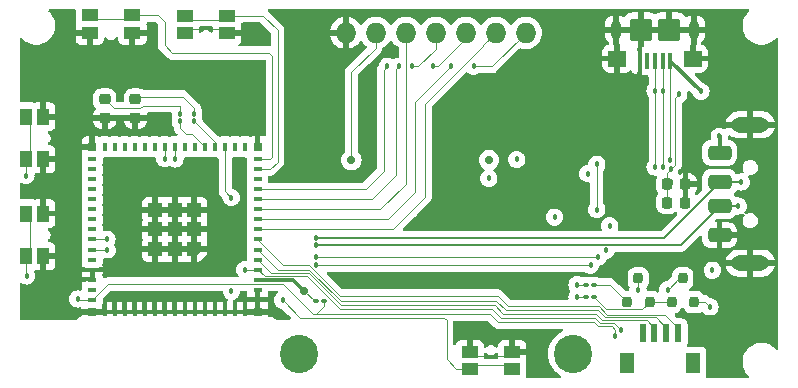
<source format=gbr>
%TF.GenerationSoftware,KiCad,Pcbnew,8.0.1*%
%TF.CreationDate,2024-09-08T05:12:41-06:00*%
%TF.ProjectId,USBHIDKey,55534248-4944-44b6-9579-2e6b69636164,rev?*%
%TF.SameCoordinates,Original*%
%TF.FileFunction,Copper,L1,Top*%
%TF.FilePolarity,Positive*%
%FSLAX46Y46*%
G04 Gerber Fmt 4.6, Leading zero omitted, Abs format (unit mm)*
G04 Created by KiCad (PCBNEW 8.0.1) date 2024-09-08 05:12:41*
%MOMM*%
%LPD*%
G01*
G04 APERTURE LIST*
G04 Aperture macros list*
%AMRoundRect*
0 Rectangle with rounded corners*
0 $1 Rounding radius*
0 $2 $3 $4 $5 $6 $7 $8 $9 X,Y pos of 4 corners*
0 Add a 4 corners polygon primitive as box body*
4,1,4,$2,$3,$4,$5,$6,$7,$8,$9,$2,$3,0*
0 Add four circle primitives for the rounded corners*
1,1,$1+$1,$2,$3*
1,1,$1+$1,$4,$5*
1,1,$1+$1,$6,$7*
1,1,$1+$1,$8,$9*
0 Add four rect primitives between the rounded corners*
20,1,$1+$1,$2,$3,$4,$5,0*
20,1,$1+$1,$4,$5,$6,$7,0*
20,1,$1+$1,$6,$7,$8,$9,0*
20,1,$1+$1,$8,$9,$2,$3,0*%
%AMOutline5P*
0 Free polygon, 5 corners , with rotation*
0 The origin of the aperture is its center*
0 number of corners: always 5*
0 $1 to $10 corner X, Y*
0 $11 Rotation angle, in degrees counterclockwise*
0 create outline with 5 corners*
4,1,5,$1,$2,$3,$4,$5,$6,$7,$8,$9,$10,$1,$2,$11*%
%AMOutline6P*
0 Free polygon, 6 corners , with rotation*
0 The origin of the aperture is its center*
0 number of corners: always 6*
0 $1 to $12 corner X, Y*
0 $13 Rotation angle, in degrees counterclockwise*
0 create outline with 6 corners*
4,1,6,$1,$2,$3,$4,$5,$6,$7,$8,$9,$10,$11,$12,$1,$2,$13*%
%AMOutline7P*
0 Free polygon, 7 corners , with rotation*
0 The origin of the aperture is its center*
0 number of corners: always 7*
0 $1 to $14 corner X, Y*
0 $15 Rotation angle, in degrees counterclockwise*
0 create outline with 7 corners*
4,1,7,$1,$2,$3,$4,$5,$6,$7,$8,$9,$10,$11,$12,$13,$14,$1,$2,$15*%
%AMOutline8P*
0 Free polygon, 8 corners , with rotation*
0 The origin of the aperture is its center*
0 number of corners: always 8*
0 $1 to $16 corner X, Y*
0 $17 Rotation angle, in degrees counterclockwise*
0 create outline with 8 corners*
4,1,8,$1,$2,$3,$4,$5,$6,$7,$8,$9,$10,$11,$12,$13,$14,$15,$16,$1,$2,$17*%
G04 Aperture macros list end*
%TA.AperFunction,SMDPad,CuDef*%
%ADD10RoundRect,0.218750X0.256250X-0.218750X0.256250X0.218750X-0.256250X0.218750X-0.256250X-0.218750X0*%
%TD*%
%TA.AperFunction,SMDPad,CuDef*%
%ADD11RoundRect,0.100000X0.100000X0.575000X-0.100000X0.575000X-0.100000X-0.575000X0.100000X-0.575000X0*%
%TD*%
%TA.AperFunction,ComponentPad*%
%ADD12O,0.900000X1.600000*%
%TD*%
%TA.AperFunction,SMDPad,CuDef*%
%ADD13RoundRect,0.250000X0.550000X0.450000X-0.550000X0.450000X-0.550000X-0.450000X0.550000X-0.450000X0*%
%TD*%
%TA.AperFunction,SMDPad,CuDef*%
%ADD14RoundRect,0.250000X0.700000X0.700000X-0.700000X0.700000X-0.700000X-0.700000X0.700000X-0.700000X0*%
%TD*%
%TA.AperFunction,SMDPad,CuDef*%
%ADD15RoundRect,0.200000X0.200000X-0.250000X0.200000X0.250000X-0.200000X0.250000X-0.200000X-0.250000X0*%
%TD*%
%TA.AperFunction,SMDPad,CuDef*%
%ADD16R,1.050000X1.400000*%
%TD*%
%TA.AperFunction,SMDPad,CuDef*%
%ADD17RoundRect,0.100000X-0.130000X-0.100000X0.130000X-0.100000X0.130000X0.100000X-0.130000X0.100000X0*%
%TD*%
%TA.AperFunction,SMDPad,CuDef*%
%ADD18R,1.400000X1.050000*%
%TD*%
%TA.AperFunction,WasherPad*%
%ADD19C,3.240000*%
%TD*%
%TA.AperFunction,ComponentPad*%
%ADD20O,1.727200X1.727200*%
%TD*%
%TA.AperFunction,SMDPad,CuDef*%
%ADD21RoundRect,0.300000X-0.700000X-0.300000X0.700000X-0.300000X0.700000X0.300000X-0.700000X0.300000X0*%
%TD*%
%TA.AperFunction,ComponentPad*%
%ADD22O,3.200000X1.300000*%
%TD*%
%TA.AperFunction,SMDPad,CuDef*%
%ADD23RoundRect,0.100000X-0.100000X0.130000X-0.100000X-0.130000X0.100000X-0.130000X0.100000X0.130000X0*%
%TD*%
%TA.AperFunction,SMDPad,CuDef*%
%ADD24RoundRect,0.225000X-0.225000X-0.250000X0.225000X-0.250000X0.225000X0.250000X-0.225000X0.250000X0*%
%TD*%
%TA.AperFunction,SMDPad,CuDef*%
%ADD25R,0.800000X0.400000*%
%TD*%
%TA.AperFunction,SMDPad,CuDef*%
%ADD26R,0.400000X0.800000*%
%TD*%
%TA.AperFunction,SMDPad,CuDef*%
%ADD27Outline5P,-0.600000X0.204000X-0.204000X0.600000X0.600000X0.600000X0.600000X-0.600000X-0.600000X-0.600000X180.000000*%
%TD*%
%TA.AperFunction,SMDPad,CuDef*%
%ADD28R,1.200000X1.200000*%
%TD*%
%TA.AperFunction,SMDPad,CuDef*%
%ADD29R,0.800000X0.800000*%
%TD*%
%TA.AperFunction,SMDPad,CuDef*%
%ADD30R,0.600000X1.550000*%
%TD*%
%TA.AperFunction,SMDPad,CuDef*%
%ADD31R,1.200000X1.800000*%
%TD*%
%TA.AperFunction,ViaPad*%
%ADD32C,0.457200*%
%TD*%
%TA.AperFunction,ViaPad*%
%ADD33C,0.711200*%
%TD*%
%TA.AperFunction,Conductor*%
%ADD34C,0.101600*%
%TD*%
%TA.AperFunction,Conductor*%
%ADD35C,0.304800*%
%TD*%
%TA.AperFunction,Conductor*%
%ADD36C,0.200000*%
%TD*%
G04 APERTURE END LIST*
D10*
%TO.P,D9,1,K*%
%TO.N,GND*%
X199567800Y-60198200D03*
%TO.P,D9,2,A*%
%TO.N,Net-(D9-A)*%
X199567800Y-58623200D03*
%TD*%
D11*
%TO.P,J2,1,VBUS*%
%TO.N,VBUS_UART*%
X244862600Y-55380000D03*
%TO.P,J2,2,D-*%
%TO.N,/USB + UART/USB_UART_D-*%
X244212600Y-55380000D03*
%TO.P,J2,3,D+*%
%TO.N,/USB + UART/USB_UART_D+*%
X243562600Y-55380000D03*
%TO.P,J2,4,ID*%
%TO.N,unconnected-(J2-ID-Pad4)*%
X242912600Y-55380000D03*
%TO.P,J2,5,GND*%
%TO.N,GND*%
X242262600Y-55380000D03*
D12*
%TO.P,J2,6,Shield*%
X246862600Y-52705000D03*
D13*
X246762600Y-55155000D03*
D14*
X244762600Y-52705000D03*
X242362600Y-52705000D03*
D13*
X240362600Y-55155000D03*
D12*
X240262600Y-52705000D03*
%TD*%
D15*
%TO.P,Q1,1,B*%
%TO.N,Net-(Q1-B)*%
X241198400Y-75768200D03*
%TO.P,Q1,2,E*%
%TO.N,Net-(Q1-E)*%
X243098400Y-75768200D03*
%TO.P,Q1,3,C*%
%TO.N,EN*%
X242148400Y-73768200D03*
%TD*%
D16*
%TO.P,S2,1*%
%TO.N,GND*%
X191758400Y-68278600D03*
X191758400Y-71878600D03*
%TO.P,S2,2*%
%TO.N,GPIO0*%
X190308400Y-68278600D03*
X190308400Y-71878600D03*
%TD*%
D10*
%TO.P,D8,1,K*%
%TO.N,GND*%
X196977000Y-60198200D03*
%TO.P,D8,2,A*%
%TO.N,Net-(D8-A)*%
X196977000Y-58623200D03*
%TD*%
D17*
%TO.P,R2,1*%
%TO.N,Net-(U2-~{RTS})*%
X237714000Y-75336400D03*
%TO.P,R2,2*%
%TO.N,Net-(Q1-E)*%
X238354000Y-75336400D03*
%TD*%
%TO.P,R4,1*%
%TO.N,+3V3*%
X214868800Y-75717400D03*
%TO.P,R4,2*%
%TO.N,EN*%
X215508800Y-75717400D03*
%TD*%
D18*
%TO.P,S4,1*%
%TO.N,GND*%
X207340200Y-52986600D03*
X203740200Y-52986600D03*
%TO.P,S4,2*%
%TO.N,/ESP32/BTN_RESET*%
X207340200Y-51536600D03*
X203740200Y-51536600D03*
%TD*%
D19*
%TO.P,U6,*%
%TO.N,*%
X236626400Y-80162400D03*
X213452400Y-80162400D03*
D20*
%TO.P,U6,1,CS*%
%TO.N,/ESP32/OLED_CS*%
X232632000Y-52979400D03*
%TO.P,U6,2,DC*%
%TO.N,/ESP32/OLED_DC*%
X230092000Y-52979400D03*
%TO.P,U6,3,RES*%
%TO.N,/ESP32/OLED_RST*%
X227552000Y-52979400D03*
%TO.P,U6,4,SDA*%
%TO.N,/ESP32/OLED_SDA*%
X225012000Y-52979400D03*
%TO.P,U6,5,SCL*%
%TO.N,/ESP32/OLED_SCK*%
X222472000Y-52979400D03*
%TO.P,U6,6,VCC_3V3*%
%TO.N,+3V3*%
X219932000Y-52979400D03*
%TO.P,U6,7,GND*%
%TO.N,GND*%
X217392000Y-52979400D03*
%TD*%
D21*
%TO.P,J1,1,VBUS*%
%TO.N,VBUS*%
X249024000Y-63124200D03*
%TO.P,J1,2,D-*%
%TO.N,USB_D-*%
X249024000Y-65624200D03*
%TO.P,J1,3,D+*%
%TO.N,USB_D+*%
X249024000Y-67624200D03*
%TO.P,J1,4,GND*%
%TO.N,GND*%
X249024000Y-70124200D03*
D22*
%TO.P,J1,5,Shield*%
X251624000Y-60774200D03*
X251624000Y-72474200D03*
%TD*%
D18*
%TO.P,S3,1*%
%TO.N,GND*%
X199313800Y-52959000D03*
X195713800Y-52959000D03*
%TO.P,S3,2*%
%TO.N,/ESP32/BTN_POWER*%
X199313800Y-51509000D03*
X195713800Y-51509000D03*
%TD*%
D23*
%TO.P,R16,1*%
%TO.N,Net-(D8-A)*%
X203377800Y-59827200D03*
%TO.P,R16,2*%
%TO.N,/ESP32/LED_GRN*%
X203377800Y-60467200D03*
%TD*%
D17*
%TO.P,R1,1*%
%TO.N,Net-(Q2-E)*%
X237714000Y-74320400D03*
%TO.P,R1,2*%
%TO.N,Net-(Q1-B)*%
X238354000Y-74320400D03*
%TD*%
D24*
%TO.P,C7,1*%
%TO.N,+3V3*%
X244589000Y-67360800D03*
%TO.P,C7,2*%
%TO.N,GND*%
X246139000Y-67360800D03*
%TD*%
D25*
%TO.P,U1,1,GND*%
%TO.N,GND*%
X209905600Y-75575000D03*
%TO.P,U1,2,GND*%
X209905600Y-74725000D03*
%TO.P,U1,3,3V3*%
%TO.N,+3V3*%
X209905600Y-73875000D03*
%TO.P,U1,4,IO0*%
%TO.N,GPIO0*%
X209905600Y-73025000D03*
%TO.P,U1,5,IO1*%
%TO.N,/ESP32/F_PANEL_HD+*%
X209905600Y-72175000D03*
%TO.P,U1,6,IO2*%
%TO.N,/ESP32/F_PANEL_RST+*%
X209905600Y-71325000D03*
%TO.P,U1,7,IO3*%
%TO.N,/ESP32/F_PANEL_PWR+*%
X209905600Y-70475000D03*
%TO.P,U1,8,IO4*%
%TO.N,/ESP32/OLED_DC*%
X209905600Y-69625000D03*
%TO.P,U1,9,IO5*%
%TO.N,/ESP32/OLED_CS*%
X209905600Y-68775000D03*
%TO.P,U1,10,IO6*%
%TO.N,/ESP32/OLED_SCK*%
X209905600Y-67925000D03*
%TO.P,U1,11,IO7*%
%TO.N,/ESP32/OLED_SDA*%
X209905600Y-67075000D03*
%TO.P,U1,12,IO8*%
%TO.N,/ESP32/OLED_RST*%
X209905600Y-66225000D03*
%TO.P,U1,13,IO9*%
%TO.N,unconnected-(U1-IO9-Pad13)*%
X209905600Y-65375000D03*
%TO.P,U1,14,IO10*%
%TO.N,/ESP32/BTN_RESET*%
X209905600Y-64525000D03*
%TO.P,U1,15,IO11*%
%TO.N,/ESP32/BTN_POWER*%
X209905600Y-63675000D03*
D26*
%TO.P,U1,16,IO12*%
%TO.N,unconnected-(U1-IO12-Pad16)*%
X208855600Y-62625000D03*
%TO.P,U1,17,IO13*%
%TO.N,unconnected-(U1-IO13-Pad17)*%
X208005600Y-62625000D03*
%TO.P,U1,18,IO14*%
%TO.N,/ESP32/BTN_OK*%
X207155600Y-62625000D03*
%TO.P,U1,19,IO15*%
%TO.N,/ESP32/LED_AMBER*%
X206305600Y-62625000D03*
%TO.P,U1,20,IO16*%
%TO.N,/ESP32/LED_GRN*%
X205455600Y-62625000D03*
%TO.P,U1,21,IO17*%
%TO.N,unconnected-(U1-IO17-Pad21)*%
X204605600Y-62625000D03*
%TO.P,U1,22,IO18*%
%TO.N,unconnected-(U1-IO18-Pad22)*%
X203755600Y-62625000D03*
%TO.P,U1,23,IO19*%
%TO.N,USB_D-*%
X202905600Y-62625000D03*
%TO.P,U1,24,IO20*%
%TO.N,USB_D+*%
X202055600Y-62625000D03*
%TO.P,U1,25,IO21*%
%TO.N,unconnected-(U1-IO21-Pad25)*%
X201205600Y-62625000D03*
%TO.P,U1,26,IO26*%
%TO.N,unconnected-(U1-IO26-Pad26)*%
X200355600Y-62625000D03*
%TO.P,U1,27,IO47*%
%TO.N,unconnected-(U1-IO47-Pad27)*%
X199505600Y-62625000D03*
%TO.P,U1,28,IO33*%
%TO.N,unconnected-(U1-IO33-Pad28)*%
X198655600Y-62625000D03*
%TO.P,U1,29,IO34*%
%TO.N,unconnected-(U1-IO34-Pad29)*%
X197805600Y-62625000D03*
%TO.P,U1,30,IO48*%
%TO.N,unconnected-(U1-IO48-Pad30)*%
X196955600Y-62625000D03*
D25*
%TO.P,U1,31,IO35*%
%TO.N,unconnected-(U1-IO35-Pad31)*%
X195905600Y-63675000D03*
%TO.P,U1,32,IO36*%
%TO.N,unconnected-(U1-IO36-Pad32)*%
X195905600Y-64525000D03*
%TO.P,U1,33,IO37*%
%TO.N,unconnected-(U1-IO37-Pad33)*%
X195905600Y-65375000D03*
%TO.P,U1,34,IO38*%
%TO.N,unconnected-(U1-IO38-Pad34)*%
X195905600Y-66225000D03*
%TO.P,U1,35,IO39*%
%TO.N,unconnected-(U1-IO39-Pad35)*%
X195905600Y-67075000D03*
%TO.P,U1,36,IO40*%
%TO.N,unconnected-(U1-IO40-Pad36)*%
X195905600Y-67925000D03*
%TO.P,U1,37,IO41*%
%TO.N,unconnected-(U1-IO41-Pad37)*%
X195905600Y-68775000D03*
%TO.P,U1,38,IO42*%
%TO.N,unconnected-(U1-IO42-Pad38)*%
X195905600Y-69625000D03*
%TO.P,U1,39,TXD0*%
%TO.N,TXD*%
X195905600Y-70475000D03*
%TO.P,U1,40,RXD0*%
%TO.N,RXD*%
X195905600Y-71325000D03*
%TO.P,U1,41,IO45*%
%TO.N,unconnected-(U1-IO45-Pad41)*%
X195905600Y-72175000D03*
%TO.P,U1,42,GND*%
%TO.N,GND*%
X195905600Y-73025000D03*
%TO.P,U1,43,GND*%
X195905600Y-73875000D03*
%TO.P,U1,44,IO46*%
%TO.N,unconnected-(U1-IO46-Pad44)*%
X195905600Y-74725000D03*
%TO.P,U1,45,EN*%
%TO.N,EN*%
X195905600Y-75575000D03*
D26*
%TO.P,U1,46,GND*%
%TO.N,GND*%
X196955600Y-76625000D03*
%TO.P,U1,47,GND*%
X197805600Y-76625000D03*
%TO.P,U1,48,GND*%
X198655600Y-76625000D03*
%TO.P,U1,49,GND*%
X199505600Y-76625000D03*
%TO.P,U1,50,GND*%
X200355600Y-76625000D03*
%TO.P,U1,51,GND*%
X201205600Y-76625000D03*
%TO.P,U1,52,GND*%
X202055600Y-76625000D03*
%TO.P,U1,53,GND*%
X202905600Y-76625000D03*
%TO.P,U1,54,GND*%
X203755600Y-76625000D03*
%TO.P,U1,55,GND*%
X204605600Y-76625000D03*
%TO.P,U1,56,GND*%
X205455600Y-76625000D03*
%TO.P,U1,57,GND*%
X206305600Y-76625000D03*
%TO.P,U1,58,GND*%
X207155600Y-76625000D03*
%TO.P,U1,59,GND*%
X208005600Y-76625000D03*
%TO.P,U1,60,GND*%
X208855600Y-76625000D03*
D27*
%TO.P,U1,61,GND*%
X204555600Y-71275000D03*
D28*
X204555600Y-69625000D03*
X204555600Y-67975000D03*
X202905600Y-71275000D03*
X202905600Y-69625000D03*
X202905600Y-67975000D03*
X201255600Y-71275000D03*
X201255600Y-69625000D03*
X201255600Y-67975000D03*
D29*
%TO.P,U1,62,GND*%
X209905600Y-76625000D03*
%TO.P,U1,63,GND*%
X209905600Y-62625000D03*
%TO.P,U1,64,GND*%
X195905600Y-62625000D03*
%TO.P,U1,65,GND*%
X195905600Y-76625000D03*
%TD*%
D15*
%TO.P,Q2,1,B*%
%TO.N,Net-(Q1-E)*%
X244957600Y-75768200D03*
%TO.P,Q2,2,E*%
%TO.N,Net-(Q2-E)*%
X246857600Y-75768200D03*
%TO.P,Q2,3,C*%
%TO.N,GPIO0*%
X245907600Y-73768200D03*
%TD*%
D16*
%TO.P,S1,1*%
%TO.N,GND*%
X191758400Y-60074400D03*
X191758400Y-63674400D03*
%TO.P,S1,2*%
%TO.N,EN*%
X190308400Y-60074400D03*
X190308400Y-63674400D03*
%TD*%
D18*
%TO.P,S5,1*%
%TO.N,GND*%
X227870200Y-80007800D03*
X231470200Y-80007800D03*
%TO.P,S5,2*%
%TO.N,/ESP32/BTN_OK*%
X227870200Y-81457800D03*
X231470200Y-81457800D03*
%TD*%
D23*
%TO.P,R17,1*%
%TO.N,Net-(D9-A)*%
X204546200Y-59827200D03*
%TO.P,R17,2*%
%TO.N,/ESP32/LED_AMBER*%
X204546200Y-60467200D03*
%TD*%
D24*
%TO.P,C8,1*%
%TO.N,+3V3*%
X244589000Y-65811400D03*
%TO.P,C8,2*%
%TO.N,GND*%
X246139000Y-65811400D03*
%TD*%
D30*
%TO.P,J3,1,1*%
%TO.N,/ESP32/F_PANEL_PWR+*%
X245516400Y-78435200D03*
%TO.P,J3,2,2*%
%TO.N,/ESP32/F_PANEL_RST+*%
X244516400Y-78435200D03*
%TO.P,J3,3,3*%
%TO.N,/ESP32/F_PANEL_HD+*%
X243516400Y-78435200D03*
%TO.P,J3,4,4*%
%TO.N,unconnected-(J3-Pad4)*%
X242516400Y-78435200D03*
D31*
%TO.P,J3,5*%
%TO.N,N/C*%
X246816400Y-80960200D03*
%TO.P,J3,6*%
X241216400Y-80960200D03*
%TD*%
D32*
%TO.N,GND*%
X236321600Y-65614600D03*
X245668800Y-64770000D03*
X235000800Y-65862200D03*
X208584800Y-53035200D03*
X236829600Y-65614600D03*
X235813600Y-65614600D03*
X201015600Y-52425600D03*
X235000800Y-65252600D03*
X234315000Y-66522600D03*
X247751600Y-72212200D03*
X233146600Y-80035400D03*
X234975400Y-66522600D03*
%TO.N,+3V3*%
X235051600Y-68580000D03*
X245567200Y-58191400D03*
D33*
X217855800Y-63754000D03*
X229514400Y-63754000D03*
D32*
X248412000Y-73075800D03*
X244944900Y-64528700D03*
D33*
X213842600Y-74803000D03*
D32*
X231851200Y-63703200D03*
%TO.N,+5V*%
X238633000Y-67945000D03*
X238633000Y-64109600D03*
%TO.N,VBUS*%
X248996200Y-61747400D03*
%TO.N,VBUS_UART*%
X247446800Y-57937400D03*
X244856529Y-63728600D03*
%TO.N,USB_D+*%
X202057000Y-63627000D03*
X250596400Y-67640200D03*
X214858600Y-70916800D03*
%TO.N,USB_D-*%
X214833200Y-70332600D03*
X250850400Y-65608200D03*
X202920600Y-63652400D03*
%TO.N,/USB + UART/USB_UART_D+*%
X243560600Y-57886600D03*
X243560600Y-64338200D03*
%TO.N,/USB + UART/USB_UART_D-*%
X244221000Y-57886600D03*
X244195600Y-64363600D03*
%TO.N,EN*%
X194691000Y-75514200D03*
X240182400Y-78689200D03*
X242112800Y-74752200D03*
X190296800Y-65074800D03*
%TO.N,GPIO0*%
X208838800Y-73025000D03*
X240715800Y-78155800D03*
X244627400Y-74726800D03*
X190347600Y-73558400D03*
%TO.N,Net-(Q2-E)*%
X248208800Y-76174600D03*
X236956600Y-74320400D03*
X239725200Y-69316600D03*
%TO.N,Net-(U2-~{RTS})*%
X236956600Y-75336400D03*
X239395000Y-71399400D03*
%TO.N,/ESP32/OLED_SDA*%
X223012000Y-55803800D03*
X221894400Y-55803800D03*
%TO.N,/ESP32/OLED_RST*%
X220903800Y-55803800D03*
X224790000Y-55803800D03*
%TO.N,/ESP32/OLED_CS*%
X228193600Y-55803800D03*
X226288600Y-55803800D03*
%TO.N,/Power/PG*%
X237845600Y-64897000D03*
X229489000Y-65303400D03*
%TO.N,/ESP32/BTN_OK*%
X212039200Y-75615800D03*
X207695800Y-66929000D03*
X207695800Y-74853800D03*
%TO.N,TXD*%
X197154800Y-70459600D03*
X214884000Y-71958200D03*
X238734600Y-71958200D03*
%TO.N,RXD*%
X197180200Y-71348600D03*
X238099600Y-72644000D03*
X214884000Y-72644000D03*
%TD*%
D34*
%TO.N,GND*%
X199313800Y-52959000D02*
X200380600Y-52959000D01*
X200380600Y-52959000D02*
X201015600Y-52425600D01*
X231470200Y-80007800D02*
X231142800Y-80335200D01*
X233119000Y-80007800D02*
X233146600Y-80035400D01*
X201015600Y-52425600D02*
X200939400Y-52400200D01*
X207340200Y-52986600D02*
X207012800Y-52659200D01*
X228197600Y-80335200D02*
X227870200Y-80007800D01*
X231470200Y-80007800D02*
X233119000Y-80007800D01*
X231142800Y-80335200D02*
X228197600Y-80335200D01*
X208536200Y-52986600D02*
X208584800Y-53035200D01*
X207340200Y-52986600D02*
X208536200Y-52986600D01*
D35*
X242262600Y-56446800D02*
X242262600Y-53871800D01*
X242262600Y-53871800D02*
X242362600Y-53771800D01*
D34*
X204067600Y-52659200D02*
X203740200Y-52986600D01*
X207012800Y-52659200D02*
X204067600Y-52659200D01*
%TO.N,+3V3*%
X244589000Y-64884600D02*
X244589000Y-67360800D01*
D35*
X212914600Y-73875000D02*
X209905600Y-73875000D01*
D34*
X214868800Y-75717400D02*
X214757000Y-75717400D01*
X217855800Y-63754000D02*
X217855800Y-56311800D01*
X245287800Y-58470800D02*
X245287800Y-64185800D01*
X245287800Y-64185800D02*
X244944900Y-64528700D01*
X245567200Y-58191400D02*
X245287800Y-58470800D01*
X214757000Y-75717400D02*
X213842600Y-74803000D01*
X244944900Y-64528700D02*
X244589000Y-64884600D01*
X244982400Y-65811400D02*
X244982400Y-65456400D01*
D35*
X213842600Y-74803000D02*
X212914600Y-73875000D01*
D34*
X217855800Y-56311800D02*
X219932000Y-54235600D01*
X219932000Y-54235600D02*
X219932000Y-52979400D01*
%TO.N,+5V*%
X238633000Y-67945000D02*
X238633000Y-64109600D01*
D35*
%TO.N,VBUS*%
X249026564Y-61747400D02*
X248996200Y-61747400D01*
X248996200Y-61717036D02*
X249001164Y-61722000D01*
X248996200Y-61747400D02*
X248996200Y-61717036D01*
X249024000Y-61744836D02*
X249026564Y-61747400D01*
X249024000Y-63124200D02*
X249024000Y-61744836D01*
D34*
%TO.N,VBUS_UART*%
X244856529Y-63728600D02*
X244862600Y-63734671D01*
D35*
X247446800Y-57937400D02*
X247472200Y-57912000D01*
D34*
X244862600Y-55380000D02*
X244862600Y-63722529D01*
D35*
X247420000Y-57937400D02*
X247446800Y-57937400D01*
D34*
X244862600Y-63722529D02*
X244856529Y-63728600D01*
D35*
X244862600Y-55380000D02*
X247420000Y-57937400D01*
D34*
%TO.N,USB_D+*%
X202055600Y-63625600D02*
X202055600Y-63498600D01*
D36*
X250545600Y-67640200D02*
X250596400Y-67640200D01*
X249024000Y-67624200D02*
X250561600Y-67624200D01*
D34*
X202057000Y-63627000D02*
X202055600Y-63625600D01*
D36*
X214858600Y-70916800D02*
X214985600Y-70916800D01*
D34*
X202055600Y-62625000D02*
X202055600Y-63625600D01*
D36*
X250561600Y-67624200D02*
X250545600Y-67640200D01*
X249024000Y-67624200D02*
X245731400Y-70916800D01*
X245731400Y-70916800D02*
X214858600Y-70916800D01*
X250596400Y-67640200D02*
X250596400Y-67589400D01*
%TO.N,USB_D-*%
X214807800Y-70332600D02*
X214782400Y-70307200D01*
X249024000Y-65624200D02*
X244290200Y-70358000D01*
X214833200Y-70358000D02*
X214833200Y-70332600D01*
X214833200Y-70332600D02*
X214807800Y-70332600D01*
D34*
X202920600Y-63652400D02*
X202895200Y-63627000D01*
X202920600Y-63530000D02*
X202905600Y-63515000D01*
D36*
X244290200Y-70358000D02*
X243459000Y-70358000D01*
X249024000Y-65624200D02*
X250748800Y-65624200D01*
X214833200Y-70358000D02*
X214833200Y-70358000D01*
X250850400Y-65608200D02*
X250850400Y-65532000D01*
X250926600Y-65608200D02*
X250850400Y-65608200D01*
X250942600Y-65624200D02*
X250926600Y-65608200D01*
X243459000Y-70358000D02*
X214833200Y-70358000D01*
D34*
X202905600Y-63515000D02*
X202905600Y-62625000D01*
X202895200Y-63627000D02*
X202895200Y-63525400D01*
X202920600Y-63652400D02*
X202920600Y-63530000D01*
%TO.N,Net-(D8-A)*%
X199974200Y-59385200D02*
X197739000Y-59385200D01*
X203327000Y-59152000D02*
X203377800Y-59202800D01*
X203327000Y-59152000D02*
X200207400Y-59152000D01*
X203327000Y-59156200D02*
X203327000Y-59152000D01*
X200207400Y-59152000D02*
X199974200Y-59385200D01*
X197739000Y-59385200D02*
X196977000Y-58623200D01*
X203377800Y-59202800D02*
X203377800Y-59827200D01*
%TO.N,Net-(D9-A)*%
X204546200Y-59334400D02*
X203606400Y-58394600D01*
X204546200Y-59827200D02*
X204546200Y-59334400D01*
X203606400Y-58394600D02*
X199821700Y-58394600D01*
X199821700Y-58394600D02*
X199567800Y-58648500D01*
%TO.N,/USB + UART/USB_UART_D+*%
X243562600Y-55380000D02*
X243560600Y-55382000D01*
X243560600Y-57886600D02*
X243560600Y-64338200D01*
X243560600Y-55382000D02*
X243560600Y-57886600D01*
X243560600Y-64338200D02*
X243562600Y-64234600D01*
%TO.N,/USB + UART/USB_UART_D-*%
X244221000Y-57886600D02*
X244195600Y-64363600D01*
X244195600Y-64363600D02*
X244212600Y-64253600D01*
X244212600Y-55380000D02*
X244221000Y-55388400D01*
X244221000Y-55388400D02*
X244221000Y-57886600D01*
%TO.N,/ESP32/F_PANEL_RST+*%
X230124000Y-75666600D02*
X230911400Y-76454000D01*
X239310832Y-77063600D02*
X243619800Y-77063600D01*
X230911400Y-76454000D02*
X238701232Y-76454000D01*
X243619800Y-77063600D02*
X244516400Y-77960200D01*
X214299800Y-73025000D02*
X216941400Y-75666600D01*
X244516400Y-77960200D02*
X244516400Y-78435200D01*
X216941400Y-75666600D02*
X230124000Y-75666600D01*
X211605600Y-73025000D02*
X214299800Y-73025000D01*
X209905600Y-71325000D02*
X211605600Y-73025000D01*
X238701232Y-76454000D02*
X239310832Y-77063600D01*
%TO.N,/ESP32/F_PANEL_HD+*%
X216941400Y-76047600D02*
X229971600Y-76047600D01*
X242848400Y-77292200D02*
X243516400Y-77960200D01*
X230708200Y-76784200D02*
X238599632Y-76784200D01*
X214249000Y-73355200D02*
X216941400Y-76047600D01*
X238599632Y-76784200D02*
X239107632Y-77292200D01*
X239107632Y-77292200D02*
X242848400Y-77292200D01*
X229971600Y-76047600D02*
X230708200Y-76784200D01*
X243516400Y-77960200D02*
X243516400Y-78435200D01*
X209905600Y-72175000D02*
X211085800Y-73355200D01*
X211085800Y-73355200D02*
X214249000Y-73355200D01*
%TO.N,EN*%
X197236400Y-74244200D02*
X212064600Y-74244200D01*
X212064600Y-74244200D02*
X214604600Y-76784200D01*
X242148400Y-73768200D02*
X242148400Y-74716600D01*
X230276400Y-77470000D02*
X238379000Y-77470000D01*
X238709200Y-77800200D02*
X239877600Y-77800200D01*
X215508800Y-76108600D02*
X214833200Y-76784200D01*
X214833200Y-76784200D02*
X214731600Y-76784200D01*
X190308400Y-63674400D02*
X190308400Y-65063200D01*
X195905600Y-75575000D02*
X197236400Y-74244200D01*
X190635800Y-63347000D02*
X190308400Y-63674400D01*
X240182400Y-78689200D02*
X240182400Y-78562200D01*
X242148400Y-74716600D02*
X242112800Y-74752200D01*
X190635800Y-60401800D02*
X190635800Y-63347000D01*
X194751800Y-75575000D02*
X194691000Y-75514200D01*
X190308400Y-65063200D02*
X190296800Y-65074800D01*
X214731600Y-76784200D02*
X229590600Y-76784200D01*
X229590600Y-76784200D02*
X230276400Y-77470000D01*
X195905600Y-75575000D02*
X194751800Y-75575000D01*
X190308400Y-60074400D02*
X190635800Y-60401800D01*
X238379000Y-77470000D02*
X238709200Y-77800200D01*
X239877600Y-77800200D02*
X240182400Y-78105000D01*
X214604600Y-76784200D02*
X214731600Y-76784200D01*
X240182400Y-78105000D02*
X240182400Y-78689200D01*
X215508800Y-75717400D02*
X215508800Y-76108600D01*
%TO.N,Net-(Q1-B)*%
X238354000Y-74320400D02*
X239750600Y-74320400D01*
X239750600Y-74320400D02*
X241198400Y-75768200D01*
%TO.N,GPIO0*%
X238887000Y-77546200D02*
X240106200Y-77546200D01*
X209981800Y-73025000D02*
X210515200Y-73558400D01*
X245586000Y-73768200D02*
X244627400Y-74726800D01*
X229743000Y-76403200D02*
X230479600Y-77139800D01*
X209905600Y-73025000D02*
X209981800Y-73025000D01*
X190635800Y-71551200D02*
X190308400Y-71878600D01*
X190308400Y-68278600D02*
X190635800Y-68606000D01*
X214083900Y-73558400D02*
X216928700Y-76403200D01*
X208838800Y-73025000D02*
X208864200Y-73025000D01*
X245907600Y-73768200D02*
X245586000Y-73768200D01*
X216928700Y-76403200D02*
X229743000Y-76403200D01*
X230479600Y-77139800D02*
X238480600Y-77139800D01*
X210515200Y-73558400D02*
X214083900Y-73558400D01*
X190308400Y-73519200D02*
X190347600Y-73558400D01*
X240106200Y-77546200D02*
X240715800Y-78155800D01*
X238480600Y-77139800D02*
X238887000Y-77546200D01*
X190308400Y-71878600D02*
X190308400Y-73519200D01*
X240715800Y-78155800D02*
X240715800Y-78105000D01*
X190635800Y-68606000D02*
X190635800Y-71551200D01*
X209905600Y-73025000D02*
X208838800Y-73025000D01*
%TO.N,Net-(Q2-E)*%
X236956600Y-74320400D02*
X237714000Y-74320400D01*
X246857600Y-75768200D02*
X247802400Y-75768200D01*
X247802400Y-75768200D02*
X248208800Y-76174600D01*
%TO.N,Net-(U2-~{RTS})*%
X236956600Y-75336400D02*
X237032800Y-75336400D01*
X237714000Y-75336400D02*
X236956600Y-75336400D01*
%TO.N,/ESP32/F_PANEL_PWR+*%
X231114600Y-76149200D02*
X230225600Y-75260200D01*
X238810800Y-76149200D02*
X231114600Y-76149200D01*
X244391200Y-76835000D02*
X239496600Y-76835000D01*
X214274400Y-72644000D02*
X212064600Y-72644000D01*
X209905600Y-70485000D02*
X209905600Y-70475000D01*
X239496600Y-76835000D02*
X238810800Y-76149200D01*
X230225600Y-75260200D02*
X216890600Y-75260200D01*
X216890600Y-75260200D02*
X214274400Y-72644000D01*
X212064600Y-72644000D02*
X209905600Y-70485000D01*
X245516400Y-77960200D02*
X244391200Y-76835000D01*
X245516400Y-78435200D02*
X245516400Y-77960200D01*
%TO.N,Net-(Q1-E)*%
X238354000Y-75336400D02*
X239388200Y-76370600D01*
X243098400Y-75768200D02*
X244957600Y-75768200D01*
X239388200Y-76370600D02*
X242496000Y-76370600D01*
X242496000Y-76370600D02*
X243098400Y-75768200D01*
%TO.N,/ESP32/LED_GRN*%
X203885800Y-61518800D02*
X204349400Y-61518800D01*
X203377800Y-61010800D02*
X203885800Y-61518800D01*
X204349400Y-61518800D02*
X205455600Y-62625000D01*
X203377800Y-60467200D02*
X203377800Y-61010800D01*
%TO.N,/ESP32/LED_AMBER*%
X204546200Y-60467200D02*
X206305600Y-62226600D01*
X206305600Y-62226600D02*
X206305600Y-62625000D01*
%TO.N,/ESP32/BTN_POWER*%
X202666600Y-54686200D02*
X210896200Y-54686200D01*
X199313800Y-51509000D02*
X201470600Y-51509000D01*
X211150200Y-63500000D02*
X210975200Y-63675000D01*
X195713800Y-51509000D02*
X196041200Y-51836400D01*
X202031600Y-54051200D02*
X202666600Y-54686200D01*
X210975200Y-63675000D02*
X209905600Y-63675000D01*
X201470600Y-51509000D02*
X202031600Y-52070000D01*
X198986400Y-51836400D02*
X199313800Y-51509000D01*
X196041200Y-51836400D02*
X198986400Y-51836400D01*
X211150200Y-54940200D02*
X211150200Y-63500000D01*
X210896200Y-54686200D02*
X211150200Y-54940200D01*
X202031600Y-52070000D02*
X202031600Y-54051200D01*
%TO.N,/ESP32/BTN_RESET*%
X210988800Y-64525000D02*
X209905600Y-64525000D01*
X210388200Y-51536600D02*
X211632800Y-52781200D01*
X211632800Y-52781200D02*
X211632800Y-63881000D01*
X207340200Y-51536600D02*
X210388200Y-51536600D01*
X204067600Y-51864000D02*
X207012800Y-51864000D01*
X203740200Y-51536600D02*
X204067600Y-51864000D01*
X211632800Y-63881000D02*
X210988800Y-64525000D01*
X207012800Y-51864000D02*
X207340200Y-51536600D01*
%TO.N,/ESP32/OLED_SDA*%
X223520000Y-55803800D02*
X225012000Y-54311800D01*
X221615000Y-65049400D02*
X221615000Y-56083200D01*
X209905600Y-67075000D02*
X219589400Y-67075000D01*
X223012000Y-55803800D02*
X223520000Y-55803800D01*
X221615000Y-56083200D02*
X221894400Y-55803800D01*
X225012000Y-54311800D02*
X225012000Y-52979400D01*
X219589400Y-67075000D02*
X221615000Y-65049400D01*
%TO.N,/ESP32/OLED_RST*%
X220573600Y-64719200D02*
X220573600Y-56108600D01*
X219031400Y-66225000D02*
X219049600Y-66243200D01*
X224790000Y-55803800D02*
X225171000Y-55803800D01*
X225171000Y-55803800D02*
X227552000Y-53422800D01*
X220878400Y-55803800D02*
X220903800Y-55803800D01*
X220903800Y-55778400D02*
X220853000Y-55829200D01*
X219125800Y-66167000D02*
X220573600Y-64719200D01*
X220903800Y-55803800D02*
X220903800Y-55778400D01*
X220573600Y-56108600D02*
X220878400Y-55803800D01*
X209905600Y-66225000D02*
X219031400Y-66225000D01*
X219049600Y-66243200D02*
X219125800Y-66167000D01*
X227552000Y-53422800D02*
X227552000Y-52979400D01*
%TO.N,/ESP32/OLED_CS*%
X232632000Y-52979400D02*
X229782200Y-55829200D01*
X223240600Y-58826400D02*
X226263200Y-55803800D01*
X226288600Y-55778400D02*
X226263200Y-55803800D01*
X226263200Y-55803800D02*
X226288600Y-55803800D01*
X223240600Y-66471800D02*
X223240600Y-63068200D01*
X220937400Y-68775000D02*
X223164400Y-66548000D01*
X228244400Y-55829200D02*
X228193600Y-55778400D01*
X223240600Y-63068200D02*
X223240600Y-58826400D01*
X223164400Y-66548000D02*
X223240600Y-66471800D01*
X226288600Y-55803800D02*
X226288600Y-55778400D01*
X209905600Y-68775000D02*
X220937400Y-68775000D01*
X229782200Y-55829200D02*
X228244400Y-55829200D01*
%TO.N,/ESP32/OLED_DC*%
X229031800Y-54039600D02*
X230092000Y-52979400D01*
X221382800Y-69625000D02*
X224104200Y-66903600D01*
X229031800Y-54076600D02*
X229031800Y-54039600D01*
X224104200Y-59004200D02*
X229031800Y-54076600D01*
X224104200Y-66903600D02*
X224104200Y-59004200D01*
X209905600Y-69625000D02*
X221382800Y-69625000D01*
%TO.N,/ESP32/OLED_SCK*%
X222472000Y-65741800D02*
X222472000Y-52979400D01*
X209905600Y-67925000D02*
X220288800Y-67925000D01*
X220288800Y-67925000D02*
X222472000Y-65741800D01*
%TO.N,/ESP32/BTN_OK*%
X231142800Y-81130400D02*
X231470200Y-81457800D01*
X227870200Y-81457800D02*
X228197600Y-81130400D01*
X227870200Y-81457800D02*
X226745800Y-81457800D01*
X207155600Y-66388800D02*
X207155600Y-62625000D01*
X207695800Y-66929000D02*
X207155600Y-66388800D01*
X225907600Y-77292200D02*
X225729800Y-77114400D01*
X226745800Y-81457800D02*
X225907600Y-80619600D01*
X225907600Y-80619600D02*
X225907600Y-77292200D01*
X228197600Y-81130400D02*
X231142800Y-81130400D01*
X213537800Y-77114400D02*
X212039200Y-75615800D01*
X225729800Y-77114400D02*
X213537800Y-77114400D01*
%TO.N,TXD*%
X214884000Y-71958200D02*
X214909400Y-71958200D01*
X195905600Y-70475000D02*
X197139400Y-70475000D01*
X238734600Y-71958200D02*
X214884000Y-71958200D01*
X197139400Y-70475000D02*
X197154800Y-70459600D01*
%TO.N,RXD*%
X214960200Y-72644000D02*
X214909400Y-72593200D01*
X195905600Y-71325000D02*
X197156600Y-71325000D01*
X197156600Y-71325000D02*
X197180200Y-71348600D01*
X238099600Y-72644000D02*
X214960200Y-72644000D01*
%TD*%
%TA.AperFunction,Conductor*%
%TO.N,GND*%
G36*
X229377921Y-77355185D02*
G01*
X229398563Y-77371819D01*
X229937894Y-77911150D01*
X230063606Y-77983730D01*
X230203820Y-78021300D01*
X230348981Y-78021300D01*
X235636459Y-78021300D01*
X235703498Y-78040985D01*
X235749253Y-78093789D01*
X235759197Y-78162947D01*
X235730172Y-78226503D01*
X235685861Y-78259034D01*
X235648553Y-78275238D01*
X235400695Y-78425964D01*
X235175671Y-78609034D01*
X235175665Y-78609039D01*
X235175664Y-78609041D01*
X234977661Y-78821051D01*
X234928457Y-78890756D01*
X234810370Y-79058047D01*
X234676908Y-79315617D01*
X234579764Y-79588953D01*
X234579759Y-79588969D01*
X234520742Y-79872981D01*
X234520741Y-79872983D01*
X234500945Y-80162400D01*
X234520741Y-80451816D01*
X234520742Y-80451818D01*
X234579759Y-80735830D01*
X234579764Y-80735846D01*
X234676908Y-81009182D01*
X234676909Y-81009184D01*
X234810370Y-81266752D01*
X234977661Y-81503749D01*
X235175664Y-81715759D01*
X235400692Y-81898833D01*
X235400694Y-81898834D01*
X235400695Y-81898835D01*
X235542966Y-81985352D01*
X235590018Y-82037003D01*
X235601676Y-82105894D01*
X235574239Y-82170151D01*
X235516417Y-82209373D01*
X235478538Y-82215300D01*
X232788896Y-82215300D01*
X232721857Y-82195615D01*
X232676102Y-82142811D01*
X232665607Y-82078045D01*
X232666603Y-82068774D01*
X232670700Y-82030673D01*
X232670699Y-80884928D01*
X232664291Y-80825317D01*
X232645680Y-80775418D01*
X232640695Y-80705727D01*
X232645680Y-80688749D01*
X232663797Y-80640175D01*
X232663798Y-80640172D01*
X232670199Y-80580644D01*
X232670200Y-80580627D01*
X232670200Y-80257800D01*
X231344200Y-80257800D01*
X231277161Y-80238115D01*
X231231406Y-80185311D01*
X231220200Y-80133800D01*
X231220200Y-78982800D01*
X231720200Y-78982800D01*
X231720200Y-79757800D01*
X232670200Y-79757800D01*
X232670200Y-79434972D01*
X232670199Y-79434955D01*
X232663798Y-79375427D01*
X232663796Y-79375420D01*
X232613554Y-79240713D01*
X232613550Y-79240706D01*
X232527390Y-79125612D01*
X232527387Y-79125609D01*
X232412293Y-79039449D01*
X232412286Y-79039445D01*
X232277579Y-78989203D01*
X232277572Y-78989201D01*
X232218044Y-78982800D01*
X231720200Y-78982800D01*
X231220200Y-78982800D01*
X230722355Y-78982800D01*
X230662827Y-78989201D01*
X230662820Y-78989203D01*
X230528113Y-79039445D01*
X230528106Y-79039449D01*
X230413012Y-79125609D01*
X230413009Y-79125612D01*
X230326849Y-79240706D01*
X230326845Y-79240713D01*
X230276603Y-79375420D01*
X230276601Y-79375427D01*
X230270200Y-79434955D01*
X230270200Y-79505055D01*
X230250515Y-79572094D01*
X230197711Y-79617849D01*
X230128553Y-79627793D01*
X230064997Y-79598768D01*
X230038814Y-79567057D01*
X230031972Y-79555207D01*
X230031968Y-79555202D01*
X229947797Y-79471031D01*
X229947792Y-79471027D01*
X229844706Y-79411511D01*
X229844705Y-79411510D01*
X229815958Y-79403807D01*
X229729720Y-79380700D01*
X229610680Y-79380700D01*
X229541689Y-79399186D01*
X229495694Y-79411510D01*
X229495693Y-79411511D01*
X229392607Y-79471027D01*
X229392602Y-79471031D01*
X229308431Y-79555202D01*
X229308427Y-79555207D01*
X229301586Y-79567057D01*
X229251018Y-79615272D01*
X229182411Y-79628493D01*
X229117547Y-79602524D01*
X229077019Y-79545609D01*
X229070200Y-79505055D01*
X229070200Y-79434972D01*
X229070199Y-79434955D01*
X229063798Y-79375427D01*
X229063796Y-79375420D01*
X229013554Y-79240713D01*
X229013550Y-79240706D01*
X228927390Y-79125612D01*
X228927387Y-79125609D01*
X228812293Y-79039449D01*
X228812286Y-79039445D01*
X228677579Y-78989203D01*
X228677572Y-78989201D01*
X228618044Y-78982800D01*
X228120200Y-78982800D01*
X228120200Y-80133800D01*
X228100515Y-80200839D01*
X228047711Y-80246594D01*
X227996200Y-80257800D01*
X227744200Y-80257800D01*
X227677161Y-80238115D01*
X227631406Y-80185311D01*
X227620200Y-80133800D01*
X227620200Y-78982800D01*
X227122355Y-78982800D01*
X227062827Y-78989201D01*
X227062820Y-78989203D01*
X226928113Y-79039445D01*
X226928106Y-79039449D01*
X226813012Y-79125609D01*
X226813009Y-79125612D01*
X226726849Y-79240706D01*
X226726845Y-79240713D01*
X226699082Y-79315151D01*
X226657211Y-79371085D01*
X226591746Y-79395502D01*
X226523473Y-79380650D01*
X226474068Y-79331245D01*
X226458900Y-79271818D01*
X226458900Y-77459500D01*
X226478585Y-77392461D01*
X226531389Y-77346706D01*
X226582900Y-77335500D01*
X229310882Y-77335500D01*
X229377921Y-77355185D01*
G37*
%TD.AperFunction*%
%TA.AperFunction,Conductor*%
G36*
X251476066Y-50997985D02*
G01*
X251521821Y-51050789D01*
X251531765Y-51119947D01*
X251502740Y-51183503D01*
X251496708Y-51189981D01*
X251355589Y-51331099D01*
X251355589Y-51331100D01*
X251355587Y-51331102D01*
X251311301Y-51392056D01*
X251207361Y-51535116D01*
X251092877Y-51759802D01*
X251014949Y-51999640D01*
X251002555Y-52077894D01*
X250975500Y-52248712D01*
X250975500Y-52500888D01*
X251010237Y-52720206D01*
X251014949Y-52749959D01*
X251092877Y-52989797D01*
X251196680Y-53193520D01*
X251207361Y-53214483D01*
X251355587Y-53418498D01*
X251533902Y-53596813D01*
X251737917Y-53745039D01*
X251808705Y-53781107D01*
X251962602Y-53859522D01*
X251962604Y-53859522D01*
X251962607Y-53859524D01*
X252202441Y-53937451D01*
X252451512Y-53976900D01*
X252451513Y-53976900D01*
X252703687Y-53976900D01*
X252703688Y-53976900D01*
X252952759Y-53937451D01*
X253192593Y-53859524D01*
X253417283Y-53745039D01*
X253621298Y-53596813D01*
X253787819Y-53430292D01*
X253849142Y-53396807D01*
X253918834Y-53401791D01*
X253974767Y-53443663D01*
X253999184Y-53509127D01*
X253999500Y-53517973D01*
X253999500Y-79679627D01*
X253979815Y-79746666D01*
X253927011Y-79792421D01*
X253857853Y-79802365D01*
X253794297Y-79773340D01*
X253787819Y-79767308D01*
X253621300Y-79600789D01*
X253621298Y-79600787D01*
X253417283Y-79452561D01*
X253382763Y-79434972D01*
X253192597Y-79338077D01*
X252952759Y-79260149D01*
X252830045Y-79240713D01*
X252703688Y-79220700D01*
X252451512Y-79220700D01*
X252326976Y-79240424D01*
X252202440Y-79260149D01*
X251962602Y-79338077D01*
X251737916Y-79452561D01*
X251621518Y-79537129D01*
X251533902Y-79600787D01*
X251533900Y-79600789D01*
X251533899Y-79600789D01*
X251355589Y-79779099D01*
X251355589Y-79779100D01*
X251355587Y-79779102D01*
X251327425Y-79817864D01*
X251207361Y-79983116D01*
X251092877Y-80207802D01*
X251014949Y-80447640D01*
X250975500Y-80696712D01*
X250975500Y-80948887D01*
X251014949Y-81197959D01*
X251092877Y-81437797D01*
X251161063Y-81571618D01*
X251207361Y-81662483D01*
X251355587Y-81866498D01*
X251355589Y-81866500D01*
X251492708Y-82003619D01*
X251526193Y-82064942D01*
X251521209Y-82134634D01*
X251479337Y-82190567D01*
X251413873Y-82214984D01*
X251405027Y-82215300D01*
X247996729Y-82215300D01*
X247929690Y-82195615D01*
X247883935Y-82142811D01*
X247873991Y-82073653D01*
X247880547Y-82047967D01*
X247884636Y-82037003D01*
X247910491Y-81967683D01*
X247916900Y-81908073D01*
X247916899Y-80012328D01*
X247910491Y-79952717D01*
X247910490Y-79952715D01*
X247860197Y-79817871D01*
X247860193Y-79817864D01*
X247773947Y-79702655D01*
X247773944Y-79702652D01*
X247658735Y-79616406D01*
X247658728Y-79616402D01*
X247523882Y-79566108D01*
X247523883Y-79566108D01*
X247464283Y-79559701D01*
X247464281Y-79559700D01*
X247464273Y-79559700D01*
X247464265Y-79559700D01*
X246398818Y-79559700D01*
X246331779Y-79540015D01*
X246286024Y-79487211D01*
X246276080Y-79418053D01*
X246282636Y-79392367D01*
X246298343Y-79350253D01*
X246310491Y-79317683D01*
X246316900Y-79258073D01*
X246316899Y-77612328D01*
X246310491Y-77552717D01*
X246275723Y-77459500D01*
X246260197Y-77417871D01*
X246260193Y-77417864D01*
X246173947Y-77302655D01*
X246173944Y-77302652D01*
X246058735Y-77216406D01*
X246058728Y-77216402D01*
X245923882Y-77166108D01*
X245923883Y-77166108D01*
X245864283Y-77159701D01*
X245864281Y-77159700D01*
X245864273Y-77159700D01*
X245864265Y-77159700D01*
X245546918Y-77159700D01*
X245479879Y-77140015D01*
X245459237Y-77123381D01*
X245249408Y-76913552D01*
X245215923Y-76852229D01*
X245220907Y-76782537D01*
X245262779Y-76726604D01*
X245300194Y-76707487D01*
X245447206Y-76661678D01*
X245592785Y-76573672D01*
X245713072Y-76453385D01*
X245801078Y-76307806D01*
X245801078Y-76307803D01*
X245801483Y-76307135D01*
X245853011Y-76259947D01*
X245921870Y-76248109D01*
X245986199Y-76275378D01*
X246013717Y-76307135D01*
X246014121Y-76307803D01*
X246014122Y-76307806D01*
X246084969Y-76425000D01*
X246102130Y-76453388D01*
X246222411Y-76573669D01*
X246222413Y-76573670D01*
X246222415Y-76573672D01*
X246367994Y-76661678D01*
X246530404Y-76712286D01*
X246600984Y-76718700D01*
X246600987Y-76718700D01*
X247114213Y-76718700D01*
X247114216Y-76718700D01*
X247184796Y-76712286D01*
X247347206Y-76661678D01*
X247465076Y-76590422D01*
X247532629Y-76572586D01*
X247599103Y-76594103D01*
X247630587Y-76626793D01*
X247630813Y-76626613D01*
X247632737Y-76629025D01*
X247634215Y-76630560D01*
X247635158Y-76632061D01*
X247635160Y-76632063D01*
X247751337Y-76748240D01*
X247890454Y-76835653D01*
X248045533Y-76889917D01*
X248045534Y-76889917D01*
X248045538Y-76889918D01*
X248208796Y-76908313D01*
X248208800Y-76908313D01*
X248208804Y-76908313D01*
X248372061Y-76889918D01*
X248372063Y-76889917D01*
X248372067Y-76889917D01*
X248527146Y-76835653D01*
X248666263Y-76748240D01*
X248782440Y-76632063D01*
X248869853Y-76492946D01*
X248924117Y-76337867D01*
X248931144Y-76275500D01*
X248942513Y-76174603D01*
X248942513Y-76174596D01*
X248924118Y-76011338D01*
X248924117Y-76011334D01*
X248897108Y-75934147D01*
X248869853Y-75856254D01*
X248848849Y-75822827D01*
X248831092Y-75794567D01*
X248782440Y-75717137D01*
X248666263Y-75600960D01*
X248644862Y-75587513D01*
X248527147Y-75513547D01*
X248443694Y-75484346D01*
X248372067Y-75459283D01*
X248343871Y-75456105D01*
X248303690Y-75451578D01*
X248239277Y-75424510D01*
X248229895Y-75416039D01*
X248140908Y-75327052D01*
X248140902Y-75327047D01*
X248015196Y-75254471D01*
X248015195Y-75254470D01*
X248015194Y-75254470D01*
X247874980Y-75216900D01*
X247874979Y-75216900D01*
X247763945Y-75216900D01*
X247696906Y-75197215D01*
X247657829Y-75157051D01*
X247627371Y-75106668D01*
X247613072Y-75083015D01*
X247613071Y-75083014D01*
X247613068Y-75083010D01*
X247492788Y-74962730D01*
X247421277Y-74919500D01*
X247347206Y-74874722D01*
X247184796Y-74824114D01*
X247184794Y-74824113D01*
X247184792Y-74824113D01*
X247129038Y-74819047D01*
X247114216Y-74817700D01*
X246600984Y-74817700D01*
X246599876Y-74817800D01*
X246593110Y-74818415D01*
X246524565Y-74804873D01*
X246474223Y-74756422D01*
X246458067Y-74688446D01*
X246481227Y-74622526D01*
X246517746Y-74588808D01*
X246542785Y-74573672D01*
X246663072Y-74453385D01*
X246751078Y-74307806D01*
X246801686Y-74145396D01*
X246808100Y-74074816D01*
X246808100Y-73461584D01*
X246801686Y-73391004D01*
X246751078Y-73228594D01*
X246663072Y-73083015D01*
X246663070Y-73083013D01*
X246663069Y-73083011D01*
X246655861Y-73075803D01*
X247678287Y-73075803D01*
X247696681Y-73239061D01*
X247696682Y-73239065D01*
X247750947Y-73394147D01*
X247790921Y-73457765D01*
X247838360Y-73533263D01*
X247954537Y-73649440D01*
X247984341Y-73668167D01*
X248083495Y-73730470D01*
X248093654Y-73736853D01*
X248248733Y-73791117D01*
X248248734Y-73791117D01*
X248248738Y-73791118D01*
X248411996Y-73809513D01*
X248412000Y-73809513D01*
X248412004Y-73809513D01*
X248575261Y-73791118D01*
X248575263Y-73791117D01*
X248575267Y-73791117D01*
X248730346Y-73736853D01*
X248869463Y-73649440D01*
X248985640Y-73533263D01*
X249073053Y-73394146D01*
X249127317Y-73239067D01*
X249129462Y-73220033D01*
X249145713Y-73075803D01*
X249145713Y-73075796D01*
X249127318Y-72912538D01*
X249127317Y-72912534D01*
X249114358Y-72875500D01*
X249073053Y-72757454D01*
X249071052Y-72754270D01*
X249052158Y-72724200D01*
X249549261Y-72724200D01*
X249552315Y-72743485D01*
X249552318Y-72743495D01*
X249608250Y-72915641D01*
X249608252Y-72915647D01*
X249690434Y-73076934D01*
X249796823Y-73223369D01*
X249924830Y-73351376D01*
X250071265Y-73457765D01*
X250232552Y-73539947D01*
X250232555Y-73539948D01*
X250404706Y-73595882D01*
X250583494Y-73624200D01*
X251374000Y-73624200D01*
X251374000Y-72824200D01*
X251874000Y-72824200D01*
X251874000Y-73624200D01*
X252664506Y-73624200D01*
X252843293Y-73595882D01*
X253015444Y-73539948D01*
X253015447Y-73539947D01*
X253176734Y-73457765D01*
X253323169Y-73351376D01*
X253451176Y-73223369D01*
X253557565Y-73076934D01*
X253639747Y-72915647D01*
X253639749Y-72915641D01*
X253695681Y-72743495D01*
X253695684Y-72743485D01*
X253698739Y-72724200D01*
X252768975Y-72724200D01*
X252804070Y-72689105D01*
X252850148Y-72609295D01*
X252874000Y-72520278D01*
X252874000Y-72428122D01*
X252850148Y-72339105D01*
X252804070Y-72259295D01*
X252768975Y-72224200D01*
X253698739Y-72224200D01*
X253695684Y-72204914D01*
X253695681Y-72204904D01*
X253639749Y-72032758D01*
X253639747Y-72032752D01*
X253557565Y-71871465D01*
X253451176Y-71725030D01*
X253323169Y-71597023D01*
X253176734Y-71490634D01*
X253015447Y-71408452D01*
X253015444Y-71408451D01*
X252843293Y-71352517D01*
X252664506Y-71324200D01*
X251874000Y-71324200D01*
X251874000Y-72124200D01*
X251374000Y-72124200D01*
X251374000Y-71324200D01*
X250583494Y-71324200D01*
X250404706Y-71352517D01*
X250232555Y-71408451D01*
X250232552Y-71408452D01*
X250071265Y-71490634D01*
X249924830Y-71597023D01*
X249796823Y-71725030D01*
X249690434Y-71871465D01*
X249608252Y-72032752D01*
X249608250Y-72032758D01*
X249552318Y-72204904D01*
X249552315Y-72204914D01*
X249549261Y-72224200D01*
X250479025Y-72224200D01*
X250443930Y-72259295D01*
X250397852Y-72339105D01*
X250374000Y-72428122D01*
X250374000Y-72520278D01*
X250397852Y-72609295D01*
X250443930Y-72689105D01*
X250479025Y-72724200D01*
X249549261Y-72724200D01*
X249052158Y-72724200D01*
X249019679Y-72672510D01*
X248985640Y-72618337D01*
X248869463Y-72502160D01*
X248730347Y-72414747D01*
X248575265Y-72360482D01*
X248575261Y-72360481D01*
X248412004Y-72342087D01*
X248411996Y-72342087D01*
X248248738Y-72360481D01*
X248248734Y-72360482D01*
X248093652Y-72414747D01*
X247954536Y-72502160D01*
X247838360Y-72618336D01*
X247750947Y-72757452D01*
X247696682Y-72912534D01*
X247696681Y-72912538D01*
X247678287Y-73075796D01*
X247678287Y-73075803D01*
X246655861Y-73075803D01*
X246542788Y-72962730D01*
X246542154Y-72962347D01*
X246397206Y-72874722D01*
X246234796Y-72824114D01*
X246234794Y-72824113D01*
X246234792Y-72824113D01*
X246185378Y-72819623D01*
X246164216Y-72817700D01*
X245650984Y-72817700D01*
X245631745Y-72819448D01*
X245580407Y-72824113D01*
X245417993Y-72874722D01*
X245272411Y-72962730D01*
X245152130Y-73083011D01*
X245064122Y-73228593D01*
X245013513Y-73391007D01*
X245007100Y-73461586D01*
X245007100Y-73516081D01*
X244987415Y-73583120D01*
X244970781Y-73603762D01*
X244606303Y-73968239D01*
X244544980Y-74001724D01*
X244532508Y-74003778D01*
X244464133Y-74011483D01*
X244309052Y-74065747D01*
X244169936Y-74153160D01*
X244053760Y-74269336D01*
X243966347Y-74408452D01*
X243912082Y-74563534D01*
X243912081Y-74563538D01*
X243893687Y-74726796D01*
X243893687Y-74726803D01*
X243905710Y-74833512D01*
X243893655Y-74902333D01*
X243846306Y-74953713D01*
X243778696Y-74971337D01*
X243718340Y-74953512D01*
X243588006Y-74874722D01*
X243566399Y-74867989D01*
X243425596Y-74824114D01*
X243425594Y-74824113D01*
X243425592Y-74824113D01*
X243369838Y-74819047D01*
X243355016Y-74817700D01*
X242964706Y-74817700D01*
X242897667Y-74798015D01*
X242851912Y-74745211D01*
X242841486Y-74707584D01*
X242828748Y-74594534D01*
X242840802Y-74525712D01*
X242864287Y-74492969D01*
X242903872Y-74453385D01*
X242991878Y-74307806D01*
X243042486Y-74145396D01*
X243048900Y-74074816D01*
X243048900Y-73461584D01*
X243042486Y-73391004D01*
X242991878Y-73228594D01*
X242903872Y-73083015D01*
X242903870Y-73083013D01*
X242903869Y-73083011D01*
X242783588Y-72962730D01*
X242782954Y-72962347D01*
X242638006Y-72874722D01*
X242475596Y-72824114D01*
X242475594Y-72824113D01*
X242475592Y-72824113D01*
X242426178Y-72819623D01*
X242405016Y-72817700D01*
X241891784Y-72817700D01*
X241872545Y-72819448D01*
X241821207Y-72824113D01*
X241658793Y-72874722D01*
X241513211Y-72962730D01*
X241392930Y-73083011D01*
X241304922Y-73228593D01*
X241254313Y-73391007D01*
X241247900Y-73461586D01*
X241247900Y-74074813D01*
X241254313Y-74145392D01*
X241254313Y-74145394D01*
X241254314Y-74145396D01*
X241262357Y-74171208D01*
X241304922Y-74307806D01*
X241395640Y-74457871D01*
X241413476Y-74525426D01*
X241406566Y-74562972D01*
X241397482Y-74588934D01*
X241384114Y-74707583D01*
X241357048Y-74771997D01*
X241299453Y-74811552D01*
X241260894Y-74817700D01*
X241078917Y-74817700D01*
X241011878Y-74798015D01*
X240991236Y-74781381D01*
X240552473Y-74342618D01*
X240089106Y-73879250D01*
X240089104Y-73879249D01*
X240089102Y-73879247D01*
X239963396Y-73806671D01*
X239963395Y-73806670D01*
X239963394Y-73806670D01*
X239823180Y-73769100D01*
X239823179Y-73769100D01*
X238924376Y-73769100D01*
X238857337Y-73749415D01*
X238848902Y-73743485D01*
X238786841Y-73695864D01*
X238786838Y-73695863D01*
X238786836Y-73695861D01*
X238640765Y-73635357D01*
X238640760Y-73635355D01*
X238523361Y-73619900D01*
X238184636Y-73619900D01*
X238067234Y-73635355D01*
X238066083Y-73635664D01*
X238064891Y-73635664D01*
X238059179Y-73636416D01*
X238059080Y-73635664D01*
X238008919Y-73635664D01*
X238008820Y-73636417D01*
X238003107Y-73635664D01*
X238001917Y-73635665D01*
X238000765Y-73635356D01*
X237883361Y-73619900D01*
X237544636Y-73619900D01*
X237427241Y-73635354D01*
X237427235Y-73635356D01*
X237369832Y-73659133D01*
X237300362Y-73666602D01*
X237281426Y-73661614D01*
X237119866Y-73605082D01*
X237119861Y-73605081D01*
X236956604Y-73586687D01*
X236956596Y-73586687D01*
X236793338Y-73605081D01*
X236793334Y-73605082D01*
X236638252Y-73659347D01*
X236499136Y-73746760D01*
X236382960Y-73862936D01*
X236295547Y-74002052D01*
X236241282Y-74157134D01*
X236241281Y-74157138D01*
X236222887Y-74320396D01*
X236222887Y-74320403D01*
X236241281Y-74483661D01*
X236241282Y-74483665D01*
X236295547Y-74638747D01*
X236373261Y-74762428D01*
X236392261Y-74829665D01*
X236373261Y-74894372D01*
X236295547Y-75018052D01*
X236241282Y-75173134D01*
X236241281Y-75173138D01*
X236222887Y-75336396D01*
X236222887Y-75336402D01*
X236236815Y-75460016D01*
X236224761Y-75528838D01*
X236177412Y-75580218D01*
X236113595Y-75597900D01*
X231394318Y-75597900D01*
X231327279Y-75578215D01*
X231306637Y-75561581D01*
X230564108Y-74819052D01*
X230564102Y-74819047D01*
X230438396Y-74746471D01*
X230438395Y-74746470D01*
X230438394Y-74746470D01*
X230298180Y-74708900D01*
X230298179Y-74708900D01*
X217170318Y-74708900D01*
X217103279Y-74689215D01*
X217082637Y-74672581D01*
X215817037Y-73406981D01*
X215783552Y-73345658D01*
X215788536Y-73275966D01*
X215830408Y-73220033D01*
X215895872Y-73195616D01*
X215904718Y-73195300D01*
X237570859Y-73195300D01*
X237636831Y-73214306D01*
X237729993Y-73272844D01*
X237781254Y-73305053D01*
X237936333Y-73359317D01*
X237936334Y-73359317D01*
X237936338Y-73359318D01*
X238099596Y-73377713D01*
X238099600Y-73377713D01*
X238099604Y-73377713D01*
X238262861Y-73359318D01*
X238262863Y-73359317D01*
X238262867Y-73359317D01*
X238417946Y-73305053D01*
X238557063Y-73217640D01*
X238673240Y-73101463D01*
X238760653Y-72962346D01*
X238814917Y-72807267D01*
X238818477Y-72775667D01*
X238845542Y-72711257D01*
X238900741Y-72672511D01*
X239052946Y-72619253D01*
X239192063Y-72531840D01*
X239308240Y-72415663D01*
X239395653Y-72276546D01*
X239422194Y-72200691D01*
X239462914Y-72143916D01*
X239525352Y-72118425D01*
X239558267Y-72114717D01*
X239713346Y-72060453D01*
X239852463Y-71973040D01*
X239968640Y-71856863D01*
X240056053Y-71717746D01*
X240097133Y-71600344D01*
X240137853Y-71543570D01*
X240202806Y-71517822D01*
X240214174Y-71517300D01*
X245644731Y-71517300D01*
X245644747Y-71517301D01*
X245652343Y-71517301D01*
X245810454Y-71517301D01*
X245810457Y-71517301D01*
X245963185Y-71476377D01*
X246031360Y-71437016D01*
X246100116Y-71397320D01*
X246211920Y-71285516D01*
X246211920Y-71285514D01*
X246222124Y-71275311D01*
X246222127Y-71275306D01*
X247312320Y-70185113D01*
X247373642Y-70151630D01*
X247443334Y-70156614D01*
X247499267Y-70198486D01*
X247523684Y-70263950D01*
X247524000Y-70272796D01*
X247524000Y-70469130D01*
X247539122Y-70603341D01*
X247598663Y-70773501D01*
X247694577Y-70926148D01*
X247822051Y-71053622D01*
X247974698Y-71149536D01*
X248144858Y-71209077D01*
X248279069Y-71224199D01*
X248279070Y-71224200D01*
X248774000Y-71224200D01*
X248774000Y-70374200D01*
X249274000Y-70374200D01*
X249274000Y-71224200D01*
X249768930Y-71224200D01*
X249768930Y-71224199D01*
X249903141Y-71209077D01*
X250073301Y-71149536D01*
X250225948Y-71053622D01*
X250353422Y-70926148D01*
X250449336Y-70773501D01*
X250508877Y-70603341D01*
X250523999Y-70469130D01*
X250524000Y-70469130D01*
X250524000Y-70374200D01*
X249274000Y-70374200D01*
X248774000Y-70374200D01*
X248774000Y-69024200D01*
X249274000Y-69024200D01*
X249274000Y-69874200D01*
X250524000Y-69874200D01*
X250524000Y-69779270D01*
X250523999Y-69779269D01*
X250508877Y-69645058D01*
X250449336Y-69474898D01*
X250353422Y-69322251D01*
X250225948Y-69194777D01*
X250073301Y-69098863D01*
X249903141Y-69039322D01*
X249768930Y-69024200D01*
X249274000Y-69024200D01*
X248774000Y-69024200D01*
X248772598Y-69024200D01*
X248705559Y-69004515D01*
X248659804Y-68951711D01*
X248649860Y-68882553D01*
X248678885Y-68818997D01*
X248684917Y-68812519D01*
X248736417Y-68761019D01*
X248797740Y-68727534D01*
X248824098Y-68724700D01*
X249768957Y-68724700D01*
X249768958Y-68724699D01*
X249836104Y-68717134D01*
X249903249Y-68709569D01*
X249903252Y-68709568D01*
X249903255Y-68709568D01*
X250073522Y-68649989D01*
X250226262Y-68554016D01*
X250353816Y-68426462D01*
X250359237Y-68417833D01*
X250411568Y-68371544D01*
X250478113Y-68360585D01*
X250541090Y-68367681D01*
X250596398Y-68373913D01*
X250596400Y-68373913D01*
X250596404Y-68373913D01*
X250759661Y-68355518D01*
X250759663Y-68355517D01*
X250759667Y-68355517D01*
X250914746Y-68301253D01*
X250914748Y-68301251D01*
X250914750Y-68301251D01*
X250941660Y-68284341D01*
X250954474Y-68276289D01*
X251021710Y-68257288D01*
X251088546Y-68277654D01*
X251133761Y-68330921D01*
X251143000Y-68400178D01*
X251119591Y-68452595D01*
X251120865Y-68453446D01*
X251046120Y-68565308D01*
X251046115Y-68565317D01*
X250996960Y-68683989D01*
X250996958Y-68683995D01*
X250971900Y-68809971D01*
X250971900Y-68809974D01*
X250971900Y-68938426D01*
X250971900Y-68938428D01*
X250971899Y-68938428D01*
X250996958Y-69064404D01*
X250996960Y-69064410D01*
X251046115Y-69183082D01*
X251046120Y-69183091D01*
X251117480Y-69289888D01*
X251117483Y-69289892D01*
X251208307Y-69380716D01*
X251208311Y-69380719D01*
X251315108Y-69452079D01*
X251315114Y-69452082D01*
X251315115Y-69452083D01*
X251433790Y-69501240D01*
X251433794Y-69501240D01*
X251433795Y-69501241D01*
X251559771Y-69526300D01*
X251559774Y-69526300D01*
X251688228Y-69526300D01*
X251772983Y-69509440D01*
X251814210Y-69501240D01*
X251932885Y-69452083D01*
X252039689Y-69380719D01*
X252130519Y-69289889D01*
X252201883Y-69183085D01*
X252251040Y-69064410D01*
X252268396Y-68977155D01*
X252276100Y-68938428D01*
X252276100Y-68809971D01*
X252251041Y-68683995D01*
X252251040Y-68683994D01*
X252251040Y-68683990D01*
X252201883Y-68565315D01*
X252201882Y-68565314D01*
X252201879Y-68565308D01*
X252130519Y-68458511D01*
X252130516Y-68458507D01*
X252039692Y-68367683D01*
X252039688Y-68367680D01*
X251932891Y-68296320D01*
X251932882Y-68296315D01*
X251814210Y-68247160D01*
X251814204Y-68247158D01*
X251688228Y-68222100D01*
X251688226Y-68222100D01*
X251559774Y-68222100D01*
X251559772Y-68222100D01*
X251433795Y-68247158D01*
X251433789Y-68247160D01*
X251315108Y-68296319D01*
X251313908Y-68296961D01*
X251313208Y-68297106D01*
X251309487Y-68298648D01*
X251309194Y-68297941D01*
X251245504Y-68311194D01*
X251180263Y-68286185D01*
X251138900Y-68229875D01*
X251134546Y-68160141D01*
X251165927Y-68103288D01*
X251165699Y-68103106D01*
X251166770Y-68101762D01*
X251167792Y-68099910D01*
X251170040Y-68097663D01*
X251257453Y-67958546D01*
X251311717Y-67803467D01*
X251311718Y-67803461D01*
X251330113Y-67640203D01*
X251330113Y-67640196D01*
X251311718Y-67476938D01*
X251311717Y-67476934D01*
X251304625Y-67456667D01*
X251257453Y-67321854D01*
X251170040Y-67182737D01*
X251053863Y-67066560D01*
X251040900Y-67058415D01*
X250914747Y-66979147D01*
X250759665Y-66924882D01*
X250759661Y-66924881D01*
X250596404Y-66906487D01*
X250596396Y-66906487D01*
X250496891Y-66917698D01*
X250428069Y-66905643D01*
X250378014Y-66860449D01*
X250353818Y-66821940D01*
X250243759Y-66711881D01*
X250210274Y-66650558D01*
X250215258Y-66580866D01*
X250243759Y-66536519D01*
X250265834Y-66514444D01*
X250353816Y-66426462D01*
X250414308Y-66330188D01*
X250466640Y-66283899D01*
X250535693Y-66273250D01*
X250560255Y-66279121D01*
X250687128Y-66323516D01*
X250687138Y-66323518D01*
X250850396Y-66341913D01*
X250850400Y-66341913D01*
X250850404Y-66341913D01*
X251013661Y-66323518D01*
X251013663Y-66323517D01*
X251013667Y-66323517D01*
X251168746Y-66269253D01*
X251307863Y-66181840D01*
X251424040Y-66065663D01*
X251511453Y-65926546D01*
X251565717Y-65771467D01*
X251567385Y-65756666D01*
X251584113Y-65608203D01*
X251584113Y-65608196D01*
X251565718Y-65444938D01*
X251565717Y-65444934D01*
X251554784Y-65413690D01*
X251511453Y-65289854D01*
X251465219Y-65216273D01*
X251446218Y-65149036D01*
X251466585Y-65082201D01*
X251519853Y-65036986D01*
X251570212Y-65026300D01*
X251688228Y-65026300D01*
X251776616Y-65008718D01*
X251814210Y-65001240D01*
X251932885Y-64952083D01*
X252039689Y-64880719D01*
X252130519Y-64789889D01*
X252201883Y-64683085D01*
X252251040Y-64564410D01*
X252263561Y-64501465D01*
X252276100Y-64438428D01*
X252276100Y-64309971D01*
X252251041Y-64183995D01*
X252251040Y-64183994D01*
X252251040Y-64183990D01*
X252201883Y-64065315D01*
X252201882Y-64065314D01*
X252201879Y-64065308D01*
X252130519Y-63958511D01*
X252130516Y-63958507D01*
X252039692Y-63867683D01*
X252039688Y-63867680D01*
X251932891Y-63796320D01*
X251932882Y-63796315D01*
X251814210Y-63747160D01*
X251814204Y-63747158D01*
X251688228Y-63722100D01*
X251688226Y-63722100D01*
X251559774Y-63722100D01*
X251559772Y-63722100D01*
X251433795Y-63747158D01*
X251433789Y-63747160D01*
X251315117Y-63796315D01*
X251315108Y-63796320D01*
X251208311Y-63867680D01*
X251208307Y-63867683D01*
X251117483Y-63958507D01*
X251117480Y-63958511D01*
X251046120Y-64065308D01*
X251046115Y-64065317D01*
X250996960Y-64183989D01*
X250996958Y-64183995D01*
X250971900Y-64309971D01*
X250971900Y-64309974D01*
X250971900Y-64438426D01*
X250971900Y-64438428D01*
X250971899Y-64438428D01*
X250996958Y-64564404D01*
X250996960Y-64564410D01*
X251046115Y-64683082D01*
X251046120Y-64683091D01*
X251052013Y-64691910D01*
X251072891Y-64758588D01*
X251054406Y-64825968D01*
X251002428Y-64872658D01*
X250935029Y-64884021D01*
X250850405Y-64874487D01*
X250850396Y-64874487D01*
X250687138Y-64892881D01*
X250687133Y-64892882D01*
X250543772Y-64943046D01*
X250473993Y-64946607D01*
X250413366Y-64911878D01*
X250397825Y-64891976D01*
X250353820Y-64821943D01*
X250353815Y-64821937D01*
X250226262Y-64694384D01*
X250073523Y-64598411D01*
X249903254Y-64538831D01*
X249903249Y-64538830D01*
X249768960Y-64523700D01*
X249768954Y-64523700D01*
X248279046Y-64523700D01*
X248279039Y-64523700D01*
X248144750Y-64538830D01*
X248144745Y-64538831D01*
X247974476Y-64598411D01*
X247821737Y-64694384D01*
X247694184Y-64821937D01*
X247598211Y-64974676D01*
X247538631Y-65144945D01*
X247538630Y-65144950D01*
X247523500Y-65279239D01*
X247523500Y-65969160D01*
X247538631Y-66103452D01*
X247553563Y-66146126D01*
X247557124Y-66215905D01*
X247524202Y-66274761D01*
X247126152Y-66672811D01*
X247064829Y-66706296D01*
X246995137Y-66701312D01*
X246939204Y-66659440D01*
X246914787Y-66593976D01*
X246929639Y-66525703D01*
X246932933Y-66520032D01*
X247025544Y-66369888D01*
X247025547Y-66369881D01*
X247078855Y-66209006D01*
X247088999Y-66109722D01*
X247089000Y-66109709D01*
X247089000Y-66061400D01*
X246389000Y-66061400D01*
X246389000Y-67358602D01*
X246369315Y-67425641D01*
X246352681Y-67446283D01*
X246224483Y-67574481D01*
X246163160Y-67607966D01*
X246136802Y-67610800D01*
X246013000Y-67610800D01*
X245945961Y-67591115D01*
X245900206Y-67538311D01*
X245889000Y-67486800D01*
X245889000Y-64836400D01*
X246389000Y-64836400D01*
X246389000Y-65561400D01*
X247088999Y-65561400D01*
X247088999Y-65513092D01*
X247088998Y-65513077D01*
X247078855Y-65413792D01*
X247025547Y-65252918D01*
X247025542Y-65252907D01*
X246936575Y-65108671D01*
X246936572Y-65108667D01*
X246816732Y-64988827D01*
X246816728Y-64988824D01*
X246672492Y-64899857D01*
X246672481Y-64899852D01*
X246511606Y-64846544D01*
X246412322Y-64836400D01*
X246389000Y-64836400D01*
X245889000Y-64836400D01*
X245889000Y-64836399D01*
X245865693Y-64836400D01*
X245865671Y-64836401D01*
X245793514Y-64843773D01*
X245724821Y-64831003D01*
X245673937Y-64783122D01*
X245657017Y-64715332D01*
X245660022Y-64692821D01*
X245660215Y-64691971D01*
X245660217Y-64691967D01*
X245660224Y-64691910D01*
X245667921Y-64623593D01*
X245694987Y-64559179D01*
X245703457Y-64549797D01*
X245728950Y-64524306D01*
X245801530Y-64398594D01*
X245839100Y-64258380D01*
X245839100Y-64113220D01*
X245839100Y-63469160D01*
X247523500Y-63469160D01*
X247538630Y-63603449D01*
X247538631Y-63603454D01*
X247598211Y-63773723D01*
X247662119Y-63875431D01*
X247694184Y-63926462D01*
X247821738Y-64054016D01*
X247885049Y-64093797D01*
X247963886Y-64143334D01*
X247974478Y-64149989D01*
X248119230Y-64200640D01*
X248144745Y-64209568D01*
X248144750Y-64209569D01*
X248232912Y-64219502D01*
X248279040Y-64224699D01*
X248279043Y-64224700D01*
X248279046Y-64224700D01*
X249768957Y-64224700D01*
X249768958Y-64224699D01*
X249836104Y-64217134D01*
X249903249Y-64209569D01*
X249903252Y-64209568D01*
X249903255Y-64209568D01*
X250073522Y-64149989D01*
X250226262Y-64054016D01*
X250353816Y-63926462D01*
X250449789Y-63773722D01*
X250509368Y-63603455D01*
X250512572Y-63575024D01*
X250521991Y-63491422D01*
X250524500Y-63469154D01*
X250524500Y-62779246D01*
X250509368Y-62644945D01*
X250449789Y-62474678D01*
X250449614Y-62474400D01*
X250387157Y-62375000D01*
X250353816Y-62321938D01*
X250226262Y-62194384D01*
X250158796Y-62151992D01*
X250073523Y-62098411D01*
X249903254Y-62038831D01*
X249903250Y-62038830D01*
X249822881Y-62029775D01*
X249758467Y-62002708D01*
X249718912Y-61945113D01*
X249713545Y-61892671D01*
X249730693Y-61740480D01*
X249733531Y-61740799D01*
X249749598Y-61686084D01*
X249802402Y-61640329D01*
X249871560Y-61630385D01*
X249926798Y-61652805D01*
X250071265Y-61757765D01*
X250232552Y-61839947D01*
X250232555Y-61839948D01*
X250404706Y-61895882D01*
X250583494Y-61924200D01*
X251374000Y-61924200D01*
X251374000Y-61124200D01*
X251874000Y-61124200D01*
X251874000Y-61924200D01*
X252664506Y-61924200D01*
X252843293Y-61895882D01*
X253015444Y-61839948D01*
X253015447Y-61839947D01*
X253176734Y-61757765D01*
X253323169Y-61651376D01*
X253451176Y-61523369D01*
X253557565Y-61376934D01*
X253639747Y-61215647D01*
X253639749Y-61215641D01*
X253695681Y-61043495D01*
X253695684Y-61043485D01*
X253698739Y-61024200D01*
X252768975Y-61024200D01*
X252804070Y-60989105D01*
X252850148Y-60909295D01*
X252874000Y-60820278D01*
X252874000Y-60728122D01*
X252850148Y-60639105D01*
X252804070Y-60559295D01*
X252768975Y-60524200D01*
X253698739Y-60524200D01*
X253695684Y-60504914D01*
X253695681Y-60504904D01*
X253639749Y-60332758D01*
X253639747Y-60332752D01*
X253557565Y-60171465D01*
X253451176Y-60025030D01*
X253323169Y-59897023D01*
X253176734Y-59790634D01*
X253015447Y-59708452D01*
X253015444Y-59708451D01*
X252843293Y-59652517D01*
X252664506Y-59624200D01*
X251874000Y-59624200D01*
X251874000Y-60424200D01*
X251374000Y-60424200D01*
X251374000Y-59624200D01*
X250583494Y-59624200D01*
X250404706Y-59652517D01*
X250232555Y-59708451D01*
X250232552Y-59708452D01*
X250071265Y-59790634D01*
X249924830Y-59897023D01*
X249796823Y-60025030D01*
X249690434Y-60171465D01*
X249608252Y-60332752D01*
X249608250Y-60332758D01*
X249552318Y-60504904D01*
X249552315Y-60504914D01*
X249549261Y-60524200D01*
X250479025Y-60524200D01*
X250443930Y-60559295D01*
X250397852Y-60639105D01*
X250374000Y-60728122D01*
X250374000Y-60820278D01*
X250397852Y-60909295D01*
X250443930Y-60989105D01*
X250479025Y-61024200D01*
X249549260Y-61024200D01*
X249536773Y-61038820D01*
X249534468Y-61056657D01*
X249489471Y-61110108D01*
X249422719Y-61130746D01*
X249355405Y-61112019D01*
X249354978Y-61111752D01*
X249314548Y-61086348D01*
X249314547Y-61086347D01*
X249159465Y-61032082D01*
X249159461Y-61032081D01*
X248996204Y-61013687D01*
X248996196Y-61013687D01*
X248832938Y-61032081D01*
X248832934Y-61032082D01*
X248677852Y-61086347D01*
X248538736Y-61173760D01*
X248422560Y-61289936D01*
X248335147Y-61429052D01*
X248280882Y-61584134D01*
X248280881Y-61584138D01*
X248262487Y-61747396D01*
X248262487Y-61747404D01*
X248279551Y-61898858D01*
X248267496Y-61967680D01*
X248220147Y-62019059D01*
X248170217Y-62035961D01*
X248144748Y-62038831D01*
X248144745Y-62038831D01*
X247974476Y-62098411D01*
X247821737Y-62194384D01*
X247694184Y-62321937D01*
X247598211Y-62474676D01*
X247538631Y-62644945D01*
X247538630Y-62644950D01*
X247523500Y-62779239D01*
X247523500Y-63469160D01*
X245839100Y-63469160D01*
X245839100Y-58950169D01*
X245858785Y-58883130D01*
X245897126Y-58845176D01*
X246024663Y-58765040D01*
X246140840Y-58648863D01*
X246228253Y-58509746D01*
X246282517Y-58354667D01*
X246293407Y-58258016D01*
X246300913Y-58191403D01*
X246300913Y-58191397D01*
X246283481Y-58036687D01*
X246295535Y-57967865D01*
X246342884Y-57916485D01*
X246410495Y-57898861D01*
X246476900Y-57920587D01*
X246494382Y-57935122D01*
X246749983Y-58190723D01*
X246779343Y-58237447D01*
X246785746Y-58255745D01*
X246847899Y-58354661D01*
X246873160Y-58394863D01*
X246989337Y-58511040D01*
X247128454Y-58598453D01*
X247283533Y-58652717D01*
X247283534Y-58652717D01*
X247283538Y-58652718D01*
X247446796Y-58671113D01*
X247446800Y-58671113D01*
X247446804Y-58671113D01*
X247610061Y-58652718D01*
X247610063Y-58652717D01*
X247610067Y-58652717D01*
X247765146Y-58598453D01*
X247904263Y-58511040D01*
X248020440Y-58394863D01*
X248107853Y-58255746D01*
X248162117Y-58100667D01*
X248163787Y-58085847D01*
X248180513Y-57937403D01*
X248180513Y-57937396D01*
X248162118Y-57774138D01*
X248162117Y-57774134D01*
X248153025Y-57748151D01*
X248107853Y-57619054D01*
X248020440Y-57479937D01*
X247904263Y-57363760D01*
X247765146Y-57276347D01*
X247765144Y-57276346D01*
X247664401Y-57241094D01*
X247617675Y-57211734D01*
X246972621Y-56566680D01*
X246939136Y-56505357D01*
X246944120Y-56435665D01*
X246985992Y-56379732D01*
X247051456Y-56355315D01*
X247060302Y-56354999D01*
X247362572Y-56354999D01*
X247362586Y-56354998D01*
X247465297Y-56344505D01*
X247631719Y-56289358D01*
X247631724Y-56289356D01*
X247780945Y-56197315D01*
X247904915Y-56073345D01*
X247996956Y-55924124D01*
X247996958Y-55924119D01*
X248052105Y-55757697D01*
X248052106Y-55757690D01*
X248062599Y-55654986D01*
X248062600Y-55654973D01*
X248062600Y-55405000D01*
X246636600Y-55405000D01*
X246569561Y-55385315D01*
X246523806Y-55332511D01*
X246512600Y-55281000D01*
X246512600Y-54036000D01*
X246532285Y-53968961D01*
X246585089Y-53923206D01*
X246605927Y-53918672D01*
X246612600Y-53912000D01*
X246612600Y-53104728D01*
X246650660Y-53196614D01*
X246720986Y-53266940D01*
X246812872Y-53305000D01*
X246912328Y-53305000D01*
X247004214Y-53266940D01*
X247074540Y-53196614D01*
X247112600Y-53104728D01*
X247112600Y-53924000D01*
X247092915Y-53991039D01*
X247040111Y-54036794D01*
X247019272Y-54041327D01*
X247012600Y-54048000D01*
X247012600Y-54905000D01*
X248062599Y-54905000D01*
X248062599Y-54655028D01*
X248062598Y-54655013D01*
X248052105Y-54552302D01*
X247996958Y-54385880D01*
X247996956Y-54385875D01*
X247904915Y-54236654D01*
X247780945Y-54112684D01*
X247631724Y-54020643D01*
X247631719Y-54020641D01*
X247528672Y-53986495D01*
X247471227Y-53946722D01*
X247444404Y-53882207D01*
X247456719Y-53813431D01*
X247479995Y-53781107D01*
X247600514Y-53660588D01*
X247704475Y-53505000D01*
X247704480Y-53504991D01*
X247776091Y-53332105D01*
X247776093Y-53332097D01*
X247812599Y-53148571D01*
X247812600Y-53148569D01*
X247812600Y-52955000D01*
X247112600Y-52955000D01*
X247112600Y-52455000D01*
X247812600Y-52455000D01*
X247812600Y-52261430D01*
X247812599Y-52261428D01*
X247776093Y-52077902D01*
X247776091Y-52077894D01*
X247704480Y-51905008D01*
X247704475Y-51904999D01*
X247600513Y-51749410D01*
X247600510Y-51749406D01*
X247468193Y-51617089D01*
X247468189Y-51617086D01*
X247312600Y-51513124D01*
X247312591Y-51513119D01*
X247139703Y-51441507D01*
X247139700Y-51441506D01*
X247112600Y-51436115D01*
X247112600Y-52305272D01*
X247074540Y-52213386D01*
X247004214Y-52143060D01*
X246912328Y-52105000D01*
X246812872Y-52105000D01*
X246720986Y-52143060D01*
X246650660Y-52213386D01*
X246612600Y-52305272D01*
X246612600Y-51436116D01*
X246612599Y-51436115D01*
X246585499Y-51441506D01*
X246585496Y-51441507D01*
X246412608Y-51513119D01*
X246412599Y-51513124D01*
X246255951Y-51617794D01*
X246189273Y-51638672D01*
X246121893Y-51620187D01*
X246081521Y-51579789D01*
X246054915Y-51536654D01*
X245930945Y-51412684D01*
X245781724Y-51320643D01*
X245781719Y-51320641D01*
X245615297Y-51265494D01*
X245615290Y-51265493D01*
X245512586Y-51255000D01*
X245012600Y-51255000D01*
X245012600Y-52455000D01*
X246612600Y-52455000D01*
X246612600Y-52955000D01*
X242612600Y-52955000D01*
X242612600Y-54091341D01*
X242592915Y-54158380D01*
X242540111Y-54204135D01*
X242472414Y-54214280D01*
X242462600Y-54212987D01*
X242462600Y-54255499D01*
X242442915Y-54322538D01*
X242414089Y-54353873D01*
X242384319Y-54376716D01*
X242332107Y-54444760D01*
X242323782Y-54455611D01*
X242284976Y-54506184D01*
X242228548Y-54547386D01*
X242158802Y-54551541D01*
X242097881Y-54517329D01*
X242065129Y-54455611D01*
X242062600Y-54430697D01*
X242062600Y-54256361D01*
X242082285Y-54189322D01*
X242098919Y-54168680D01*
X242112600Y-54154999D01*
X242112600Y-52955000D01*
X240512600Y-52955000D01*
X240512600Y-52455000D01*
X242112600Y-52455000D01*
X242112600Y-51255000D01*
X242612600Y-51255000D01*
X242612600Y-52455000D01*
X244512600Y-52455000D01*
X244512600Y-51255000D01*
X244012628Y-51255000D01*
X244012612Y-51255001D01*
X243909902Y-51265494D01*
X243743480Y-51320641D01*
X243743471Y-51320645D01*
X243627696Y-51392056D01*
X243560304Y-51410496D01*
X243497504Y-51392056D01*
X243381728Y-51320645D01*
X243381719Y-51320641D01*
X243215297Y-51265494D01*
X243215290Y-51265493D01*
X243112586Y-51255000D01*
X242612600Y-51255000D01*
X242112600Y-51255000D01*
X241612628Y-51255000D01*
X241612612Y-51255001D01*
X241509902Y-51265494D01*
X241343480Y-51320641D01*
X241343475Y-51320643D01*
X241194254Y-51412684D01*
X241070282Y-51536656D01*
X241043677Y-51579790D01*
X240991728Y-51626514D01*
X240922766Y-51637735D01*
X240869248Y-51617794D01*
X240712600Y-51513124D01*
X240712591Y-51513119D01*
X240539703Y-51441507D01*
X240539700Y-51441506D01*
X240512600Y-51436115D01*
X240512600Y-52305272D01*
X240474540Y-52213386D01*
X240404214Y-52143060D01*
X240312328Y-52105000D01*
X240212872Y-52105000D01*
X240120986Y-52143060D01*
X240050660Y-52213386D01*
X240012600Y-52305272D01*
X240012600Y-51436116D01*
X240012599Y-51436115D01*
X239985499Y-51441506D01*
X239985496Y-51441507D01*
X239812608Y-51513119D01*
X239812599Y-51513124D01*
X239657010Y-51617086D01*
X239657006Y-51617089D01*
X239524689Y-51749406D01*
X239524686Y-51749410D01*
X239420724Y-51904999D01*
X239420719Y-51905008D01*
X239349108Y-52077894D01*
X239349106Y-52077902D01*
X239312600Y-52261428D01*
X239312600Y-52455000D01*
X240012600Y-52455000D01*
X240012600Y-52955000D01*
X239312600Y-52955000D01*
X239312600Y-53148571D01*
X239349106Y-53332097D01*
X239349108Y-53332105D01*
X239420719Y-53504991D01*
X239420724Y-53505000D01*
X239524686Y-53660589D01*
X239524689Y-53660593D01*
X239645204Y-53781108D01*
X239678689Y-53842431D01*
X239673705Y-53912123D01*
X239631833Y-53968056D01*
X239596527Y-53986495D01*
X239493480Y-54020641D01*
X239493475Y-54020643D01*
X239344254Y-54112684D01*
X239220284Y-54236654D01*
X239128243Y-54385875D01*
X239128241Y-54385880D01*
X239073094Y-54552302D01*
X239073093Y-54552309D01*
X239062600Y-54655013D01*
X239062600Y-54905000D01*
X240112600Y-54905000D01*
X240112600Y-54048000D01*
X240102623Y-54038023D01*
X240069561Y-54028315D01*
X240023806Y-53975511D01*
X240012600Y-53924000D01*
X240012600Y-53104728D01*
X240050660Y-53196614D01*
X240120986Y-53266940D01*
X240212872Y-53305000D01*
X240312328Y-53305000D01*
X240404214Y-53266940D01*
X240474540Y-53196614D01*
X240512600Y-53104728D01*
X240512600Y-53912000D01*
X240522576Y-53921976D01*
X240555639Y-53931685D01*
X240601394Y-53984489D01*
X240612600Y-54036000D01*
X240612600Y-56354999D01*
X240962572Y-56354999D01*
X240962586Y-56354998D01*
X241065297Y-56344505D01*
X241231719Y-56289358D01*
X241231724Y-56289356D01*
X241380944Y-56197315D01*
X241414186Y-56164074D01*
X241475508Y-56130588D01*
X241545200Y-56135572D01*
X241601134Y-56177442D01*
X241616429Y-56204302D01*
X241638499Y-56257586D01*
X241734675Y-56382924D01*
X241860013Y-56479100D01*
X241860012Y-56479100D01*
X242005966Y-56539555D01*
X242005972Y-56539557D01*
X242062598Y-56547011D01*
X242062600Y-56547010D01*
X242062600Y-56329302D01*
X242082285Y-56262263D01*
X242135089Y-56216508D01*
X242204247Y-56206564D01*
X242267803Y-56235589D01*
X242284976Y-56253816D01*
X242288063Y-56257839D01*
X242288064Y-56257841D01*
X242384318Y-56383282D01*
X242414085Y-56406123D01*
X242455288Y-56462548D01*
X242462600Y-56504499D01*
X242462600Y-56547010D01*
X242519231Y-56539555D01*
X242539487Y-56531165D01*
X242608956Y-56523693D01*
X242634397Y-56531163D01*
X242639158Y-56533135D01*
X242655838Y-56540044D01*
X242773239Y-56555500D01*
X242885300Y-56555499D01*
X242952339Y-56575183D01*
X242998094Y-56627987D01*
X243009300Y-56679499D01*
X243009300Y-57357859D01*
X242990294Y-57423831D01*
X242899547Y-57568252D01*
X242845282Y-57723334D01*
X242845281Y-57723338D01*
X242826887Y-57886596D01*
X242826887Y-57886603D01*
X242845281Y-58049861D01*
X242845282Y-58049865D01*
X242899547Y-58204947D01*
X242931466Y-58255745D01*
X242986960Y-58344063D01*
X242986961Y-58344064D01*
X242990294Y-58349368D01*
X243009300Y-58415340D01*
X243009300Y-63809459D01*
X242990294Y-63875431D01*
X242899547Y-64019852D01*
X242845282Y-64174934D01*
X242845281Y-64174938D01*
X242826887Y-64338196D01*
X242826887Y-64338203D01*
X242845281Y-64501461D01*
X242845282Y-64501465D01*
X242899547Y-64656547D01*
X242938323Y-64718258D01*
X242986960Y-64795663D01*
X243103137Y-64911840D01*
X243167185Y-64952084D01*
X243234662Y-64994483D01*
X243242254Y-64999253D01*
X243397333Y-65053517D01*
X243397334Y-65053517D01*
X243397338Y-65053518D01*
X243560596Y-65071913D01*
X243560598Y-65071913D01*
X243560598Y-65071912D01*
X243560600Y-65071913D01*
X243579225Y-65069814D01*
X243648045Y-65081867D01*
X243699426Y-65129215D01*
X243717052Y-65196825D01*
X243702599Y-65245011D01*
X243705051Y-65246155D01*
X243701996Y-65252705D01*
X243648651Y-65413690D01*
X243638500Y-65513047D01*
X243638500Y-66109737D01*
X243638501Y-66109755D01*
X243648650Y-66209107D01*
X243648651Y-66209110D01*
X243701996Y-66370094D01*
X243702001Y-66370105D01*
X243794823Y-66520591D01*
X243792164Y-66522230D01*
X243813031Y-66574128D01*
X243799911Y-66642755D01*
X243794391Y-66651343D01*
X243794823Y-66651609D01*
X243702001Y-66802094D01*
X243701996Y-66802105D01*
X243648651Y-66963090D01*
X243638500Y-67062447D01*
X243638500Y-67659137D01*
X243638501Y-67659155D01*
X243648650Y-67758507D01*
X243648651Y-67758510D01*
X243701996Y-67919494D01*
X243702001Y-67919505D01*
X243791029Y-68063840D01*
X243791032Y-68063844D01*
X243910955Y-68183767D01*
X243910959Y-68183770D01*
X244055294Y-68272798D01*
X244055297Y-68272799D01*
X244055303Y-68272803D01*
X244216292Y-68326149D01*
X244315655Y-68336300D01*
X244862344Y-68336299D01*
X244862352Y-68336298D01*
X244862355Y-68336298D01*
X244916760Y-68330740D01*
X244961708Y-68326149D01*
X245122697Y-68272803D01*
X245267044Y-68183768D01*
X245267046Y-68183765D01*
X245272665Y-68180300D01*
X245340058Y-68161859D01*
X245406721Y-68182781D01*
X245451491Y-68236423D01*
X245460153Y-68305753D01*
X245429957Y-68368761D01*
X245425444Y-68373519D01*
X244077784Y-69721181D01*
X244016461Y-69754666D01*
X243990103Y-69757500D01*
X240518131Y-69757500D01*
X240451092Y-69737815D01*
X240405337Y-69685011D01*
X240395393Y-69615853D01*
X240401087Y-69592550D01*
X240440517Y-69479867D01*
X240441381Y-69472198D01*
X240458913Y-69316603D01*
X240458913Y-69316596D01*
X240440518Y-69153338D01*
X240440517Y-69153334D01*
X240416946Y-69085972D01*
X240386253Y-68998254D01*
X240298840Y-68859137D01*
X240182663Y-68742960D01*
X240158113Y-68727534D01*
X240043547Y-68655547D01*
X239888465Y-68601282D01*
X239888461Y-68601281D01*
X239725204Y-68582887D01*
X239725196Y-68582887D01*
X239561938Y-68601281D01*
X239561934Y-68601282D01*
X239406852Y-68655547D01*
X239267736Y-68742960D01*
X239151560Y-68859136D01*
X239064147Y-68998252D01*
X239009882Y-69153334D01*
X239009881Y-69153338D01*
X238991487Y-69316596D01*
X238991487Y-69316603D01*
X239009881Y-69479861D01*
X239009881Y-69479862D01*
X239009883Y-69479867D01*
X239049311Y-69592547D01*
X239052872Y-69662324D01*
X239018143Y-69722952D01*
X238956150Y-69755179D01*
X238932269Y-69757500D01*
X222329318Y-69757500D01*
X222262279Y-69737815D01*
X222216524Y-69685011D01*
X222206580Y-69615853D01*
X222235605Y-69552297D01*
X222241637Y-69545819D01*
X223207453Y-68580003D01*
X234317887Y-68580003D01*
X234336281Y-68743261D01*
X234336282Y-68743265D01*
X234390547Y-68898347D01*
X234477960Y-69037463D01*
X234594137Y-69153640D01*
X234733254Y-69241053D01*
X234888333Y-69295317D01*
X234888334Y-69295317D01*
X234888338Y-69295318D01*
X235051596Y-69313713D01*
X235051600Y-69313713D01*
X235051604Y-69313713D01*
X235214861Y-69295318D01*
X235214863Y-69295317D01*
X235214867Y-69295317D01*
X235369946Y-69241053D01*
X235509063Y-69153640D01*
X235625240Y-69037463D01*
X235712653Y-68898346D01*
X235766917Y-68743267D01*
X235770714Y-68709568D01*
X235785313Y-68580003D01*
X235785313Y-68579996D01*
X235766918Y-68416738D01*
X235766917Y-68416734D01*
X235762671Y-68404600D01*
X235712653Y-68261654D01*
X235682609Y-68213840D01*
X235656868Y-68172873D01*
X235625240Y-68122537D01*
X235509063Y-68006360D01*
X235456687Y-67973450D01*
X235369947Y-67918947D01*
X235214865Y-67864682D01*
X235214861Y-67864681D01*
X235051604Y-67846287D01*
X235051596Y-67846287D01*
X234888338Y-67864681D01*
X234888334Y-67864682D01*
X234733252Y-67918947D01*
X234594136Y-68006360D01*
X234477960Y-68122536D01*
X234390547Y-68261652D01*
X234336282Y-68416734D01*
X234336281Y-68416738D01*
X234317887Y-68579996D01*
X234317887Y-68580003D01*
X223207453Y-68580003D01*
X223387278Y-68400178D01*
X224545350Y-67242106D01*
X224617930Y-67116394D01*
X224655500Y-66976180D01*
X224655500Y-66831020D01*
X224655500Y-63754000D01*
X228653584Y-63754000D01*
X228672395Y-63932975D01*
X228672396Y-63932977D01*
X228726664Y-64100000D01*
X228728005Y-64104125D01*
X228817985Y-64259975D01*
X228938402Y-64393711D01*
X229059760Y-64481883D01*
X229081293Y-64497528D01*
X229123958Y-64552858D01*
X229129937Y-64622472D01*
X229097331Y-64684267D01*
X229074380Y-64702839D01*
X229031539Y-64729758D01*
X229031536Y-64729760D01*
X228915360Y-64845936D01*
X228827947Y-64985052D01*
X228773682Y-65140134D01*
X228773681Y-65140138D01*
X228755287Y-65303396D01*
X228755287Y-65303403D01*
X228773681Y-65466661D01*
X228773682Y-65466665D01*
X228827947Y-65621747D01*
X228899645Y-65735853D01*
X228915360Y-65760863D01*
X229031537Y-65877040D01*
X229170654Y-65964453D01*
X229325733Y-66018717D01*
X229325734Y-66018717D01*
X229325738Y-66018718D01*
X229488996Y-66037113D01*
X229489000Y-66037113D01*
X229489004Y-66037113D01*
X229652261Y-66018718D01*
X229652263Y-66018717D01*
X229652267Y-66018717D01*
X229807346Y-65964453D01*
X229946463Y-65877040D01*
X230062640Y-65760863D01*
X230150053Y-65621746D01*
X230204317Y-65466667D01*
X230205487Y-65456286D01*
X230222713Y-65303403D01*
X230222713Y-65303396D01*
X230204318Y-65140138D01*
X230204317Y-65140134D01*
X230200496Y-65129215D01*
X230150053Y-64985054D01*
X230143533Y-64974678D01*
X230100799Y-64906667D01*
X230094727Y-64897003D01*
X237111887Y-64897003D01*
X237130281Y-65060261D01*
X237130282Y-65060265D01*
X237184547Y-65215347D01*
X237231362Y-65289852D01*
X237271960Y-65354463D01*
X237388137Y-65470640D01*
X237527254Y-65558053D01*
X237682333Y-65612317D01*
X237682334Y-65612317D01*
X237682338Y-65612318D01*
X237845596Y-65630713D01*
X237845600Y-65630713D01*
X237845603Y-65630713D01*
X237943816Y-65619647D01*
X238012638Y-65631701D01*
X238064018Y-65679050D01*
X238081700Y-65742867D01*
X238081700Y-67416259D01*
X238062694Y-67482231D01*
X237971947Y-67626652D01*
X237917682Y-67781734D01*
X237917681Y-67781738D01*
X237899287Y-67944996D01*
X237899287Y-67945003D01*
X237917681Y-68108261D01*
X237917682Y-68108265D01*
X237971947Y-68263347D01*
X238039932Y-68371544D01*
X238059360Y-68402463D01*
X238175537Y-68518640D01*
X238231836Y-68554015D01*
X238307062Y-68601283D01*
X238314654Y-68606053D01*
X238469733Y-68660317D01*
X238469734Y-68660317D01*
X238469738Y-68660318D01*
X238632996Y-68678713D01*
X238633000Y-68678713D01*
X238633004Y-68678713D01*
X238796261Y-68660318D01*
X238796263Y-68660317D01*
X238796267Y-68660317D01*
X238951346Y-68606053D01*
X239090463Y-68518640D01*
X239206640Y-68402463D01*
X239294053Y-68263346D01*
X239348317Y-68108267D01*
X239348318Y-68108261D01*
X239366713Y-67945003D01*
X239366713Y-67944996D01*
X239348318Y-67781738D01*
X239348317Y-67781734D01*
X239311714Y-67677129D01*
X239294053Y-67626654D01*
X239288312Y-67617518D01*
X239203306Y-67482231D01*
X239184300Y-67416259D01*
X239184300Y-64638340D01*
X239203306Y-64572368D01*
X239206638Y-64567064D01*
X239206640Y-64567063D01*
X239294053Y-64427946D01*
X239348317Y-64272867D01*
X239348318Y-64272861D01*
X239366713Y-64109603D01*
X239366713Y-64109596D01*
X239348318Y-63946338D01*
X239348317Y-63946334D01*
X239347971Y-63945346D01*
X239294053Y-63791254D01*
X239206640Y-63652137D01*
X239090463Y-63535960D01*
X239073816Y-63525500D01*
X238951347Y-63448547D01*
X238796265Y-63394282D01*
X238796261Y-63394281D01*
X238633004Y-63375887D01*
X238632996Y-63375887D01*
X238469738Y-63394281D01*
X238469734Y-63394282D01*
X238314652Y-63448547D01*
X238175536Y-63535960D01*
X238059360Y-63652136D01*
X237971947Y-63791252D01*
X237917682Y-63946334D01*
X237917681Y-63946338D01*
X237904921Y-64059585D01*
X237877854Y-64123999D01*
X237820259Y-64163554D01*
X237795585Y-64168921D01*
X237682338Y-64181681D01*
X237682334Y-64181682D01*
X237527252Y-64235947D01*
X237388136Y-64323360D01*
X237271960Y-64439536D01*
X237184547Y-64578652D01*
X237130282Y-64733734D01*
X237130281Y-64733738D01*
X237111887Y-64896996D01*
X237111887Y-64897003D01*
X230094727Y-64897003D01*
X230062640Y-64845937D01*
X229946463Y-64729760D01*
X229928156Y-64718257D01*
X229881866Y-64665924D01*
X229871217Y-64596870D01*
X229899592Y-64533022D01*
X229939438Y-64503173D01*
X229939185Y-64502735D01*
X229942844Y-64500622D01*
X229943698Y-64499983D01*
X229944808Y-64499489D01*
X230090398Y-64393711D01*
X230210815Y-64259975D01*
X230300795Y-64104125D01*
X230356405Y-63932974D01*
X230375216Y-63754000D01*
X230369877Y-63703203D01*
X231117487Y-63703203D01*
X231135881Y-63866461D01*
X231135882Y-63866465D01*
X231190147Y-64021547D01*
X231254522Y-64123999D01*
X231277560Y-64160663D01*
X231393737Y-64276840D01*
X231452005Y-64313452D01*
X231497944Y-64342318D01*
X231532854Y-64364253D01*
X231687933Y-64418517D01*
X231687934Y-64418517D01*
X231687938Y-64418518D01*
X231851196Y-64436913D01*
X231851200Y-64436913D01*
X231851204Y-64436913D01*
X232014461Y-64418518D01*
X232014463Y-64418517D01*
X232014467Y-64418517D01*
X232169546Y-64364253D01*
X232308663Y-64276840D01*
X232424840Y-64160663D01*
X232512253Y-64021546D01*
X232566517Y-63866467D01*
X232566518Y-63866461D01*
X232584913Y-63703203D01*
X232584913Y-63703196D01*
X232566518Y-63539938D01*
X232566517Y-63539934D01*
X232565126Y-63535960D01*
X232512253Y-63384854D01*
X232501359Y-63367517D01*
X232426278Y-63248026D01*
X232424840Y-63245737D01*
X232308663Y-63129560D01*
X232296999Y-63122231D01*
X232169547Y-63042147D01*
X232014465Y-62987882D01*
X232014461Y-62987881D01*
X231851204Y-62969487D01*
X231851196Y-62969487D01*
X231687938Y-62987881D01*
X231687934Y-62987882D01*
X231532852Y-63042147D01*
X231393736Y-63129560D01*
X231277560Y-63245736D01*
X231190147Y-63384852D01*
X231135882Y-63539934D01*
X231135881Y-63539938D01*
X231117487Y-63703196D01*
X231117487Y-63703203D01*
X230369877Y-63703203D01*
X230356405Y-63575026D01*
X230300795Y-63403875D01*
X230210815Y-63248025D01*
X230090398Y-63114289D01*
X229944808Y-63008511D01*
X229780407Y-62935315D01*
X229780406Y-62935314D01*
X229780402Y-62935313D01*
X229604380Y-62897900D01*
X229424420Y-62897900D01*
X229248397Y-62935313D01*
X229083988Y-63008513D01*
X228938400Y-63114290D01*
X228817984Y-63248026D01*
X228728004Y-63403876D01*
X228672396Y-63575022D01*
X228672395Y-63575024D01*
X228653584Y-63754000D01*
X224655500Y-63754000D01*
X224655500Y-59283917D01*
X224675185Y-59216878D01*
X224691814Y-59196241D01*
X227535695Y-56352359D01*
X227597018Y-56318875D01*
X227666710Y-56323859D01*
X227711057Y-56352360D01*
X227736137Y-56377440D01*
X227771255Y-56399506D01*
X227871585Y-56462548D01*
X227875254Y-56464853D01*
X228030333Y-56519117D01*
X228030334Y-56519117D01*
X228030338Y-56519118D01*
X228193596Y-56537513D01*
X228193600Y-56537513D01*
X228193604Y-56537513D01*
X228356861Y-56519118D01*
X228356863Y-56519117D01*
X228356867Y-56519117D01*
X228511946Y-56464853D01*
X228615945Y-56399505D01*
X228681917Y-56380500D01*
X229854778Y-56380500D01*
X229854780Y-56380500D01*
X229994994Y-56342930D01*
X230120706Y-56270350D01*
X230986055Y-55405000D01*
X239062601Y-55405000D01*
X239062601Y-55654986D01*
X239073094Y-55757697D01*
X239128241Y-55924119D01*
X239128243Y-55924124D01*
X239220284Y-56073345D01*
X239344254Y-56197315D01*
X239493475Y-56289356D01*
X239493480Y-56289358D01*
X239659902Y-56344505D01*
X239659909Y-56344506D01*
X239762619Y-56354999D01*
X240112599Y-56354999D01*
X240112600Y-56354998D01*
X240112600Y-55405000D01*
X239062601Y-55405000D01*
X230986055Y-55405000D01*
X232084013Y-54307041D01*
X232145334Y-54273558D01*
X232211954Y-54277442D01*
X232295986Y-54306291D01*
X232518967Y-54343500D01*
X232518968Y-54343500D01*
X232745032Y-54343500D01*
X232745033Y-54343500D01*
X232968014Y-54306291D01*
X233181831Y-54232888D01*
X233380649Y-54125293D01*
X233559046Y-53986440D01*
X233692759Y-53841190D01*
X233712149Y-53820127D01*
X233712151Y-53820124D01*
X233712156Y-53820119D01*
X233835802Y-53630865D01*
X233926611Y-53423841D01*
X233982107Y-53204693D01*
X233992897Y-53074480D01*
X234000775Y-52979406D01*
X234000775Y-52979393D01*
X233985376Y-52793561D01*
X233982107Y-52754107D01*
X233926611Y-52534959D01*
X233835802Y-52327935D01*
X233834947Y-52326627D01*
X233746585Y-52191379D01*
X233712156Y-52138681D01*
X233712153Y-52138678D01*
X233712149Y-52138672D01*
X233559049Y-51972363D01*
X233559048Y-51972362D01*
X233559046Y-51972360D01*
X233380649Y-51833507D01*
X233354390Y-51819296D01*
X233181832Y-51725912D01*
X233181827Y-51725910D01*
X232968017Y-51652509D01*
X232774319Y-51620187D01*
X232745033Y-51615300D01*
X232518967Y-51615300D01*
X232489681Y-51620187D01*
X232295982Y-51652509D01*
X232082172Y-51725910D01*
X232082167Y-51725912D01*
X231883352Y-51833506D01*
X231704955Y-51972359D01*
X231704950Y-51972363D01*
X231551850Y-52138672D01*
X231551842Y-52138683D01*
X231465808Y-52270368D01*
X231412662Y-52315725D01*
X231343430Y-52325148D01*
X231280095Y-52295646D01*
X231258192Y-52270368D01*
X231173987Y-52141484D01*
X231172156Y-52138681D01*
X231172153Y-52138678D01*
X231172149Y-52138672D01*
X231019049Y-51972363D01*
X231019048Y-51972362D01*
X231019046Y-51972360D01*
X230840649Y-51833507D01*
X230814390Y-51819296D01*
X230641832Y-51725912D01*
X230641827Y-51725910D01*
X230428017Y-51652509D01*
X230234319Y-51620187D01*
X230205033Y-51615300D01*
X229978967Y-51615300D01*
X229949681Y-51620187D01*
X229755982Y-51652509D01*
X229542172Y-51725910D01*
X229542167Y-51725912D01*
X229343352Y-51833506D01*
X229164955Y-51972359D01*
X229164950Y-51972363D01*
X229011850Y-52138672D01*
X229011842Y-52138683D01*
X228925808Y-52270368D01*
X228872662Y-52315725D01*
X228803430Y-52325148D01*
X228740095Y-52295646D01*
X228718192Y-52270368D01*
X228633987Y-52141484D01*
X228632156Y-52138681D01*
X228632153Y-52138678D01*
X228632149Y-52138672D01*
X228479049Y-51972363D01*
X228479048Y-51972362D01*
X228479046Y-51972360D01*
X228300649Y-51833507D01*
X228274390Y-51819296D01*
X228101832Y-51725912D01*
X228101827Y-51725910D01*
X227888017Y-51652509D01*
X227694319Y-51620187D01*
X227665033Y-51615300D01*
X227438967Y-51615300D01*
X227409681Y-51620187D01*
X227215982Y-51652509D01*
X227002172Y-51725910D01*
X227002167Y-51725912D01*
X226803352Y-51833506D01*
X226624955Y-51972359D01*
X226624950Y-51972363D01*
X226471850Y-52138672D01*
X226471842Y-52138683D01*
X226385808Y-52270368D01*
X226332662Y-52315725D01*
X226263430Y-52325148D01*
X226200095Y-52295646D01*
X226178192Y-52270368D01*
X226093987Y-52141484D01*
X226092156Y-52138681D01*
X226092153Y-52138678D01*
X226092149Y-52138672D01*
X225939049Y-51972363D01*
X225939048Y-51972362D01*
X225939046Y-51972360D01*
X225760649Y-51833507D01*
X225734390Y-51819296D01*
X225561832Y-51725912D01*
X225561827Y-51725910D01*
X225348017Y-51652509D01*
X225154319Y-51620187D01*
X225125033Y-51615300D01*
X224898967Y-51615300D01*
X224869681Y-51620187D01*
X224675982Y-51652509D01*
X224462172Y-51725910D01*
X224462167Y-51725912D01*
X224263352Y-51833506D01*
X224084955Y-51972359D01*
X224084950Y-51972363D01*
X223931850Y-52138672D01*
X223931842Y-52138683D01*
X223845808Y-52270368D01*
X223792662Y-52315725D01*
X223723430Y-52325148D01*
X223660095Y-52295646D01*
X223638192Y-52270368D01*
X223553987Y-52141484D01*
X223552156Y-52138681D01*
X223552153Y-52138678D01*
X223552149Y-52138672D01*
X223399049Y-51972363D01*
X223399048Y-51972362D01*
X223399046Y-51972360D01*
X223220649Y-51833507D01*
X223194390Y-51819296D01*
X223021832Y-51725912D01*
X223021827Y-51725910D01*
X222808017Y-51652509D01*
X222614319Y-51620187D01*
X222585033Y-51615300D01*
X222358967Y-51615300D01*
X222329681Y-51620187D01*
X222135982Y-51652509D01*
X221922172Y-51725910D01*
X221922167Y-51725912D01*
X221723352Y-51833506D01*
X221544955Y-51972359D01*
X221544950Y-51972363D01*
X221391850Y-52138672D01*
X221391842Y-52138683D01*
X221305808Y-52270368D01*
X221252662Y-52315725D01*
X221183430Y-52325148D01*
X221120095Y-52295646D01*
X221098192Y-52270368D01*
X221013987Y-52141484D01*
X221012156Y-52138681D01*
X221012153Y-52138678D01*
X221012149Y-52138672D01*
X220859049Y-51972363D01*
X220859048Y-51972362D01*
X220859046Y-51972360D01*
X220680649Y-51833507D01*
X220654390Y-51819296D01*
X220481832Y-51725912D01*
X220481827Y-51725910D01*
X220268017Y-51652509D01*
X220074319Y-51620187D01*
X220045033Y-51615300D01*
X219818967Y-51615300D01*
X219789681Y-51620187D01*
X219595982Y-51652509D01*
X219382172Y-51725910D01*
X219382167Y-51725912D01*
X219183352Y-51833506D01*
X219004955Y-51972359D01*
X219004950Y-51972363D01*
X218851850Y-52138672D01*
X218851842Y-52138683D01*
X218765509Y-52270825D01*
X218712363Y-52316182D01*
X218643131Y-52325605D01*
X218579796Y-52296102D01*
X218557892Y-52270824D01*
X218471759Y-52138987D01*
X218318715Y-51972738D01*
X218318703Y-51972727D01*
X218140376Y-51833929D01*
X217941630Y-51726372D01*
X217941624Y-51726370D01*
X217727893Y-51652996D01*
X217642000Y-51638663D01*
X217642000Y-52537148D01*
X217588081Y-52506019D01*
X217458880Y-52471400D01*
X217325120Y-52471400D01*
X217195919Y-52506019D01*
X217142000Y-52537148D01*
X217142000Y-51638663D01*
X217141999Y-51638663D01*
X217056106Y-51652996D01*
X216842375Y-51726370D01*
X216842369Y-51726372D01*
X216643623Y-51833929D01*
X216465296Y-51972727D01*
X216465284Y-51972738D01*
X216312240Y-52138987D01*
X216188639Y-52328174D01*
X216097864Y-52535121D01*
X216048666Y-52729400D01*
X216949749Y-52729400D01*
X216918619Y-52783319D01*
X216884000Y-52912520D01*
X216884000Y-53046280D01*
X216918619Y-53175481D01*
X216949749Y-53229400D01*
X216048666Y-53229400D01*
X216097864Y-53423678D01*
X216188639Y-53630625D01*
X216312240Y-53819812D01*
X216465284Y-53986061D01*
X216465296Y-53986072D01*
X216643623Y-54124870D01*
X216842369Y-54232427D01*
X216842375Y-54232429D01*
X217056106Y-54305803D01*
X217142000Y-54320136D01*
X217142000Y-53421651D01*
X217195919Y-53452781D01*
X217325120Y-53487400D01*
X217458880Y-53487400D01*
X217588081Y-53452781D01*
X217642000Y-53421651D01*
X217642000Y-54320135D01*
X217727893Y-54305803D01*
X217941624Y-54232429D01*
X217941630Y-54232427D01*
X218140376Y-54124870D01*
X218318703Y-53986072D01*
X218318715Y-53986061D01*
X218471759Y-53819812D01*
X218557892Y-53687975D01*
X218611038Y-53642618D01*
X218680269Y-53633194D01*
X218743605Y-53662696D01*
X218765509Y-53687974D01*
X218851842Y-53820116D01*
X218851850Y-53820127D01*
X219003158Y-53984489D01*
X219004954Y-53986440D01*
X219117137Y-54073756D01*
X219157948Y-54130464D01*
X219161623Y-54200237D01*
X219128654Y-54259288D01*
X217517294Y-55870650D01*
X217414652Y-55973291D01*
X217414647Y-55973297D01*
X217342071Y-56099002D01*
X217342071Y-56099003D01*
X217304500Y-56239220D01*
X217304500Y-63039259D01*
X217284815Y-63106298D01*
X217272650Y-63122231D01*
X217159384Y-63248026D01*
X217069404Y-63403876D01*
X217013796Y-63575022D01*
X217013795Y-63575024D01*
X216994984Y-63754000D01*
X217013795Y-63932975D01*
X217013796Y-63932977D01*
X217068064Y-64100000D01*
X217069405Y-64104125D01*
X217159385Y-64259975D01*
X217279802Y-64393711D01*
X217425392Y-64499489D01*
X217589793Y-64572685D01*
X217589796Y-64572685D01*
X217589797Y-64572686D01*
X217617866Y-64578652D01*
X217765820Y-64610100D01*
X217945780Y-64610100D01*
X218121807Y-64572685D01*
X218286208Y-64499489D01*
X218431798Y-64393711D01*
X218552215Y-64259975D01*
X218642195Y-64104125D01*
X218697805Y-63932974D01*
X218716616Y-63754000D01*
X218697805Y-63575026D01*
X218642195Y-63403875D01*
X218552215Y-63248025D01*
X218497324Y-63187062D01*
X218438950Y-63122231D01*
X218408720Y-63059239D01*
X218407100Y-63039259D01*
X218407100Y-56591518D01*
X218426785Y-56524479D01*
X218443419Y-56503837D01*
X219306723Y-55640533D01*
X220373150Y-54574106D01*
X220445730Y-54448394D01*
X220483300Y-54308180D01*
X220483300Y-54305981D01*
X220483824Y-54304194D01*
X220484361Y-54300120D01*
X220484996Y-54300203D01*
X220502985Y-54238942D01*
X220548283Y-54196926D01*
X220600477Y-54168680D01*
X220680649Y-54125293D01*
X220859046Y-53986440D01*
X220992759Y-53841190D01*
X221012149Y-53820127D01*
X221012149Y-53820126D01*
X221012156Y-53820119D01*
X221098193Y-53688428D01*
X221151338Y-53643075D01*
X221220569Y-53633651D01*
X221283905Y-53663153D01*
X221305804Y-53688425D01*
X221391844Y-53820119D01*
X221391849Y-53820124D01*
X221391850Y-53820127D01*
X221543158Y-53984489D01*
X221544954Y-53986440D01*
X221723351Y-54125293D01*
X221723353Y-54125294D01*
X221723356Y-54125296D01*
X221855717Y-54196926D01*
X221905308Y-54246145D01*
X221920700Y-54305981D01*
X221920700Y-54956310D01*
X221901015Y-55023349D01*
X221848211Y-55069104D01*
X221810584Y-55079530D01*
X221731137Y-55088481D01*
X221731134Y-55088482D01*
X221576052Y-55142747D01*
X221465072Y-55212481D01*
X221397835Y-55231481D01*
X221333128Y-55212481D01*
X221222146Y-55142747D01*
X221222147Y-55142747D01*
X221067065Y-55088482D01*
X221067061Y-55088481D01*
X220903804Y-55070087D01*
X220903796Y-55070087D01*
X220740538Y-55088481D01*
X220740534Y-55088482D01*
X220585452Y-55142747D01*
X220446336Y-55230160D01*
X220330160Y-55346336D01*
X220242748Y-55485451D01*
X220188482Y-55640535D01*
X220184003Y-55680283D01*
X220156935Y-55744696D01*
X220148466Y-55754076D01*
X220132450Y-55770091D01*
X220059871Y-55895802D01*
X220059871Y-55895803D01*
X220059870Y-55895805D01*
X220059870Y-55895806D01*
X220033463Y-55994360D01*
X220022300Y-56036020D01*
X220022300Y-64439482D01*
X220002615Y-64506521D01*
X219985981Y-64527163D01*
X218875763Y-65637381D01*
X218814440Y-65670866D01*
X218788082Y-65673700D01*
X210930100Y-65673700D01*
X210863061Y-65654015D01*
X210817306Y-65601211D01*
X210806100Y-65549700D01*
X210806099Y-65200300D01*
X210825783Y-65133261D01*
X210878587Y-65087506D01*
X210930099Y-65076300D01*
X211061378Y-65076300D01*
X211061380Y-65076300D01*
X211201594Y-65038730D01*
X211327306Y-64966150D01*
X212073950Y-64219506D01*
X212146530Y-64093794D01*
X212184100Y-63953580D01*
X212184100Y-63808419D01*
X212184100Y-52708620D01*
X212146530Y-52568406D01*
X212142889Y-52562100D01*
X212073952Y-52442697D01*
X212073947Y-52442691D01*
X210821237Y-51189981D01*
X210787752Y-51128658D01*
X210792736Y-51058966D01*
X210834608Y-51003033D01*
X210900072Y-50978616D01*
X210908918Y-50978300D01*
X251409027Y-50978300D01*
X251476066Y-50997985D01*
G37*
%TD.AperFunction*%
%TA.AperFunction,Conductor*%
G36*
X230222851Y-80063073D02*
G01*
X230263380Y-80119987D01*
X230270200Y-80160544D01*
X230270200Y-80455100D01*
X230250515Y-80522139D01*
X230197711Y-80567894D01*
X230146200Y-80579100D01*
X229194200Y-80579100D01*
X229127161Y-80559415D01*
X229081406Y-80506611D01*
X229070200Y-80455100D01*
X229070200Y-80160544D01*
X229089885Y-80093505D01*
X229142689Y-80047750D01*
X229211847Y-80037806D01*
X229275403Y-80066831D01*
X229301587Y-80098544D01*
X229308430Y-80110396D01*
X229392604Y-80194570D01*
X229392605Y-80194571D01*
X229392607Y-80194572D01*
X229415531Y-80207807D01*
X229495696Y-80254090D01*
X229610680Y-80284900D01*
X229610683Y-80284900D01*
X229729717Y-80284900D01*
X229729720Y-80284900D01*
X229844704Y-80254090D01*
X229947796Y-80194570D01*
X230031970Y-80110396D01*
X230038812Y-80098544D01*
X230089379Y-80050329D01*
X230157986Y-80037105D01*
X230222851Y-80063073D01*
G37*
%TD.AperFunction*%
%TA.AperFunction,Conductor*%
G36*
X194456339Y-50997985D02*
G01*
X194502094Y-51050789D01*
X194513300Y-51102300D01*
X194513300Y-52081870D01*
X194513301Y-52081876D01*
X194519709Y-52141484D01*
X194538319Y-52191382D01*
X194543303Y-52261074D01*
X194538320Y-52278046D01*
X194520202Y-52326623D01*
X194520201Y-52326627D01*
X194513800Y-52386155D01*
X194513800Y-52709000D01*
X195839800Y-52709000D01*
X195906839Y-52728685D01*
X195952594Y-52781489D01*
X195963800Y-52833000D01*
X195963800Y-53984000D01*
X196461628Y-53984000D01*
X196461644Y-53983999D01*
X196521172Y-53977598D01*
X196521179Y-53977596D01*
X196655886Y-53927354D01*
X196655893Y-53927350D01*
X196770987Y-53841190D01*
X196770990Y-53841187D01*
X196857150Y-53726093D01*
X196857154Y-53726086D01*
X196907396Y-53591379D01*
X196907398Y-53591372D01*
X196913799Y-53531844D01*
X196913800Y-53531827D01*
X196913800Y-53461744D01*
X196933485Y-53394705D01*
X196986289Y-53348950D01*
X197055447Y-53339006D01*
X197119003Y-53368031D01*
X197145187Y-53399744D01*
X197152030Y-53411596D01*
X197236204Y-53495770D01*
X197339296Y-53555290D01*
X197454280Y-53586100D01*
X197454283Y-53586100D01*
X197573317Y-53586100D01*
X197573320Y-53586100D01*
X197688304Y-53555290D01*
X197791396Y-53495770D01*
X197875570Y-53411596D01*
X197882412Y-53399744D01*
X197932979Y-53351529D01*
X198001586Y-53338305D01*
X198066451Y-53364273D01*
X198106980Y-53421187D01*
X198113800Y-53461744D01*
X198113800Y-53531844D01*
X198120201Y-53591372D01*
X198120203Y-53591379D01*
X198170445Y-53726086D01*
X198170449Y-53726093D01*
X198256609Y-53841187D01*
X198256612Y-53841190D01*
X198371706Y-53927350D01*
X198371713Y-53927354D01*
X198506420Y-53977596D01*
X198506427Y-53977598D01*
X198565955Y-53983999D01*
X198565972Y-53984000D01*
X199063800Y-53984000D01*
X199063800Y-53209000D01*
X199563800Y-53209000D01*
X199563800Y-53984000D01*
X200061628Y-53984000D01*
X200061644Y-53983999D01*
X200121172Y-53977598D01*
X200121179Y-53977596D01*
X200255886Y-53927354D01*
X200255893Y-53927350D01*
X200370987Y-53841190D01*
X200370990Y-53841187D01*
X200457150Y-53726093D01*
X200457154Y-53726086D01*
X200507396Y-53591379D01*
X200507398Y-53591372D01*
X200513799Y-53531844D01*
X200513800Y-53531827D01*
X200513800Y-53209000D01*
X199563800Y-53209000D01*
X199063800Y-53209000D01*
X199063800Y-52833000D01*
X199083485Y-52765961D01*
X199136289Y-52720206D01*
X199187800Y-52709000D01*
X200513800Y-52709000D01*
X200513800Y-52386172D01*
X200513799Y-52386155D01*
X200507398Y-52326627D01*
X200489279Y-52278048D01*
X200484295Y-52208356D01*
X200489276Y-52191391D01*
X200507891Y-52141483D01*
X200507891Y-52141482D01*
X200508084Y-52140965D01*
X200549956Y-52085032D01*
X200615420Y-52060616D01*
X200624265Y-52060300D01*
X201190882Y-52060300D01*
X201257921Y-52079985D01*
X201278563Y-52096619D01*
X201443981Y-52262037D01*
X201477466Y-52323360D01*
X201480300Y-52349718D01*
X201480300Y-53978620D01*
X201480300Y-54123780D01*
X201514739Y-54252310D01*
X201517871Y-54263996D01*
X201517871Y-54263997D01*
X201590447Y-54389702D01*
X201590449Y-54389704D01*
X201590450Y-54389706D01*
X202328094Y-55127350D01*
X202453806Y-55199930D01*
X202594020Y-55237500D01*
X202739181Y-55237500D01*
X210474900Y-55237500D01*
X210541939Y-55257185D01*
X210587694Y-55309989D01*
X210598900Y-55361500D01*
X210598900Y-61622153D01*
X210579215Y-61689192D01*
X210526411Y-61734947D01*
X210457253Y-61744891D01*
X210431570Y-61738336D01*
X210412982Y-61731403D01*
X210412972Y-61731401D01*
X210353444Y-61725000D01*
X210155600Y-61725000D01*
X210155600Y-62751000D01*
X210135915Y-62818039D01*
X210083111Y-62863794D01*
X210031600Y-62875000D01*
X209779600Y-62875000D01*
X209712561Y-62855315D01*
X209666806Y-62802511D01*
X209655600Y-62751000D01*
X209655600Y-61725000D01*
X209457755Y-61725000D01*
X209398227Y-61731401D01*
X209398223Y-61731402D01*
X209324646Y-61758844D01*
X209254954Y-61763827D01*
X209237982Y-61758843D01*
X209163088Y-61730910D01*
X209163084Y-61730909D01*
X209163083Y-61730909D01*
X209103473Y-61724500D01*
X209103463Y-61724500D01*
X208607729Y-61724500D01*
X208607723Y-61724501D01*
X208548116Y-61730908D01*
X208473932Y-61758577D01*
X208404240Y-61763561D01*
X208387268Y-61758577D01*
X208313088Y-61730910D01*
X208313084Y-61730909D01*
X208313083Y-61730909D01*
X208253473Y-61724500D01*
X208253463Y-61724500D01*
X207757729Y-61724500D01*
X207757723Y-61724501D01*
X207698116Y-61730908D01*
X207623932Y-61758577D01*
X207554240Y-61763561D01*
X207537268Y-61758577D01*
X207463088Y-61730910D01*
X207463084Y-61730909D01*
X207463083Y-61730909D01*
X207403473Y-61724500D01*
X207403463Y-61724500D01*
X206907729Y-61724500D01*
X206907723Y-61724501D01*
X206848118Y-61730908D01*
X206773930Y-61758578D01*
X206704239Y-61763561D01*
X206687267Y-61758577D01*
X206605817Y-61728199D01*
X206606575Y-61726166D01*
X206557390Y-61698734D01*
X205283018Y-60424362D01*
X205249533Y-60363039D01*
X205246699Y-60336681D01*
X205246699Y-60297836D01*
X205231245Y-60180444D01*
X205231244Y-60180442D01*
X205231244Y-60180438D01*
X205231242Y-60180433D01*
X205230938Y-60179296D01*
X205230937Y-60178106D01*
X205230184Y-60172379D01*
X205230937Y-60172279D01*
X205230937Y-60122119D01*
X205230183Y-60122020D01*
X205230937Y-60116292D01*
X205230937Y-60115105D01*
X205231240Y-60113971D01*
X205231244Y-60113962D01*
X205246700Y-59996561D01*
X205246699Y-59657840D01*
X205246699Y-59657836D01*
X205231246Y-59540446D01*
X205231244Y-59540441D01*
X205231244Y-59540438D01*
X205170736Y-59394359D01*
X205170735Y-59394358D01*
X205170735Y-59394357D01*
X205123124Y-59332309D01*
X205098968Y-59269826D01*
X205098561Y-59269880D01*
X205098339Y-59268200D01*
X205097930Y-59267140D01*
X205097804Y-59264137D01*
X205097500Y-59261827D01*
X205097500Y-59261820D01*
X205059930Y-59121606D01*
X204999656Y-59017209D01*
X204987352Y-58995897D01*
X204987347Y-58995891D01*
X203944908Y-57953452D01*
X203944902Y-57953447D01*
X203819196Y-57880871D01*
X203819195Y-57880870D01*
X203819194Y-57880870D01*
X203678980Y-57843300D01*
X203678979Y-57843300D01*
X200319513Y-57843300D01*
X200254416Y-57824838D01*
X200130095Y-57748155D01*
X200130089Y-57748152D01*
X200130087Y-57748151D01*
X199970485Y-57695264D01*
X199970483Y-57695263D01*
X199871981Y-57685200D01*
X199871974Y-57685200D01*
X199263626Y-57685200D01*
X199263618Y-57685200D01*
X199165116Y-57695263D01*
X199165115Y-57695264D01*
X199086019Y-57721473D01*
X199005515Y-57748150D01*
X199005504Y-57748155D01*
X198862412Y-57836416D01*
X198862408Y-57836419D01*
X198743519Y-57955308D01*
X198743516Y-57955312D01*
X198655255Y-58098404D01*
X198655250Y-58098415D01*
X198654504Y-58100667D01*
X198602364Y-58258015D01*
X198602364Y-58258016D01*
X198602363Y-58258016D01*
X198592300Y-58356518D01*
X198592300Y-58709900D01*
X198572615Y-58776939D01*
X198519811Y-58822694D01*
X198468300Y-58833900D01*
X198076500Y-58833900D01*
X198009461Y-58814215D01*
X197963706Y-58761411D01*
X197952500Y-58709900D01*
X197952500Y-58356531D01*
X197952499Y-58356518D01*
X197942436Y-58258016D01*
X197941684Y-58255746D01*
X197889549Y-58098413D01*
X197889545Y-58098407D01*
X197889544Y-58098404D01*
X197801283Y-57955312D01*
X197801280Y-57955308D01*
X197682391Y-57836419D01*
X197682387Y-57836416D01*
X197539295Y-57748155D01*
X197539289Y-57748152D01*
X197539287Y-57748151D01*
X197379685Y-57695264D01*
X197379683Y-57695263D01*
X197281181Y-57685200D01*
X197281174Y-57685200D01*
X196672826Y-57685200D01*
X196672818Y-57685200D01*
X196574316Y-57695263D01*
X196574315Y-57695264D01*
X196495219Y-57721473D01*
X196414715Y-57748150D01*
X196414704Y-57748155D01*
X196271612Y-57836416D01*
X196271608Y-57836419D01*
X196152719Y-57955308D01*
X196152716Y-57955312D01*
X196064455Y-58098404D01*
X196064450Y-58098415D01*
X196063704Y-58100667D01*
X196011564Y-58258015D01*
X196011564Y-58258016D01*
X196011563Y-58258016D01*
X196001500Y-58356518D01*
X196001500Y-58889881D01*
X196011563Y-58988383D01*
X196064450Y-59147984D01*
X196064455Y-59147995D01*
X196152716Y-59291087D01*
X196152719Y-59291092D01*
X196185000Y-59323373D01*
X196218485Y-59384697D01*
X196213499Y-59454388D01*
X196185000Y-59498733D01*
X196153114Y-59530619D01*
X196064908Y-59673622D01*
X196064906Y-59673627D01*
X196012057Y-59833116D01*
X196002000Y-59931549D01*
X196002000Y-59948200D01*
X197972466Y-59948200D01*
X197988703Y-59939334D01*
X198015061Y-59936500D01*
X198529738Y-59936500D01*
X198569583Y-59948200D01*
X200542799Y-59948200D01*
X200542799Y-59931564D01*
X200542798Y-59931549D01*
X200533436Y-59839902D01*
X200546206Y-59771209D01*
X200594086Y-59720325D01*
X200656794Y-59703300D01*
X202553300Y-59703300D01*
X202620339Y-59722985D01*
X202666094Y-59775789D01*
X202677300Y-59827299D01*
X202677300Y-59996563D01*
X202692755Y-60113963D01*
X202693063Y-60115112D01*
X202693063Y-60116301D01*
X202693816Y-60122021D01*
X202693063Y-60122120D01*
X202693065Y-60172281D01*
X202693817Y-60172380D01*
X202693065Y-60178084D01*
X202693066Y-60179279D01*
X202692756Y-60180434D01*
X202677300Y-60297838D01*
X202677300Y-60636563D01*
X202692753Y-60753953D01*
X202692757Y-60753965D01*
X202753261Y-60900036D01*
X202753261Y-60900037D01*
X202753263Y-60900040D01*
X202753264Y-60900041D01*
X202800876Y-60962091D01*
X202826070Y-61027259D01*
X202826500Y-61037576D01*
X202826500Y-61083380D01*
X202862505Y-61217754D01*
X202864071Y-61223596D01*
X202864071Y-61223597D01*
X202936647Y-61349302D01*
X202936652Y-61349308D01*
X203100163Y-61512819D01*
X203133648Y-61574142D01*
X203128664Y-61643834D01*
X203086792Y-61699767D01*
X203021328Y-61724184D01*
X203012482Y-61724500D01*
X202657730Y-61724500D01*
X202657723Y-61724501D01*
X202598116Y-61730908D01*
X202523932Y-61758577D01*
X202454240Y-61763561D01*
X202437268Y-61758577D01*
X202363088Y-61730910D01*
X202363084Y-61730909D01*
X202363083Y-61730909D01*
X202303473Y-61724500D01*
X202303463Y-61724500D01*
X201807729Y-61724500D01*
X201807723Y-61724501D01*
X201748116Y-61730908D01*
X201673932Y-61758577D01*
X201604240Y-61763561D01*
X201587268Y-61758577D01*
X201513088Y-61730910D01*
X201513084Y-61730909D01*
X201513083Y-61730909D01*
X201453473Y-61724500D01*
X201453463Y-61724500D01*
X200957729Y-61724500D01*
X200957723Y-61724501D01*
X200898116Y-61730908D01*
X200823932Y-61758577D01*
X200754240Y-61763561D01*
X200737268Y-61758577D01*
X200663088Y-61730910D01*
X200663084Y-61730909D01*
X200663083Y-61730909D01*
X200603473Y-61724500D01*
X200603463Y-61724500D01*
X200107729Y-61724500D01*
X200107723Y-61724501D01*
X200048116Y-61730908D01*
X199973932Y-61758577D01*
X199904240Y-61763561D01*
X199887268Y-61758577D01*
X199813088Y-61730910D01*
X199813084Y-61730909D01*
X199813083Y-61730909D01*
X199753473Y-61724500D01*
X199753463Y-61724500D01*
X199257729Y-61724500D01*
X199257723Y-61724501D01*
X199198116Y-61730908D01*
X199123932Y-61758577D01*
X199054240Y-61763561D01*
X199037268Y-61758577D01*
X198963088Y-61730910D01*
X198963084Y-61730909D01*
X198963083Y-61730909D01*
X198903473Y-61724500D01*
X198903463Y-61724500D01*
X198407729Y-61724500D01*
X198407723Y-61724501D01*
X198348116Y-61730908D01*
X198273932Y-61758577D01*
X198204240Y-61763561D01*
X198187268Y-61758577D01*
X198113088Y-61730910D01*
X198113084Y-61730909D01*
X198113083Y-61730909D01*
X198053473Y-61724500D01*
X198053463Y-61724500D01*
X197557729Y-61724500D01*
X197557723Y-61724501D01*
X197498116Y-61730908D01*
X197423932Y-61758577D01*
X197354240Y-61763561D01*
X197337268Y-61758577D01*
X197263088Y-61730910D01*
X197263084Y-61730909D01*
X197263083Y-61730909D01*
X197203473Y-61724500D01*
X197203463Y-61724500D01*
X196707729Y-61724500D01*
X196707723Y-61724501D01*
X196648116Y-61730908D01*
X196573217Y-61758844D01*
X196503526Y-61763828D01*
X196486552Y-61758844D01*
X196412979Y-61731403D01*
X196412972Y-61731401D01*
X196353444Y-61725000D01*
X196155600Y-61725000D01*
X196155600Y-62751000D01*
X196135915Y-62818039D01*
X196083111Y-62863794D01*
X196031600Y-62875000D01*
X195005600Y-62875000D01*
X195005600Y-63072844D01*
X195012001Y-63132372D01*
X195012003Y-63132379D01*
X195039444Y-63205952D01*
X195044428Y-63275643D01*
X195039444Y-63292618D01*
X195011509Y-63367517D01*
X195005100Y-63427127D01*
X195005100Y-63427134D01*
X195005100Y-63427135D01*
X195005100Y-63922870D01*
X195005101Y-63922876D01*
X195011508Y-63982483D01*
X195039177Y-64056667D01*
X195044161Y-64126358D01*
X195039177Y-64143331D01*
X195011510Y-64217511D01*
X195011509Y-64217515D01*
X195011509Y-64217517D01*
X195005100Y-64277127D01*
X195005100Y-64277134D01*
X195005100Y-64277135D01*
X195005100Y-64772870D01*
X195005101Y-64772876D01*
X195011508Y-64832483D01*
X195039177Y-64906667D01*
X195044161Y-64976358D01*
X195039177Y-64993331D01*
X195011510Y-65067511D01*
X195011509Y-65067515D01*
X195011509Y-65067517D01*
X195005100Y-65127127D01*
X195005100Y-65127134D01*
X195005100Y-65127135D01*
X195005100Y-65622870D01*
X195005101Y-65622876D01*
X195011508Y-65682483D01*
X195039177Y-65756667D01*
X195044161Y-65826358D01*
X195039177Y-65843331D01*
X195011510Y-65917511D01*
X195011509Y-65917515D01*
X195011509Y-65917517D01*
X195005100Y-65977127D01*
X195005100Y-65977134D01*
X195005100Y-65977135D01*
X195005100Y-66472870D01*
X195005101Y-66472876D01*
X195011508Y-66532483D01*
X195039177Y-66606667D01*
X195044161Y-66676358D01*
X195039177Y-66693331D01*
X195011510Y-66767511D01*
X195011509Y-66767515D01*
X195011509Y-66767517D01*
X195005100Y-66827127D01*
X195005100Y-66827134D01*
X195005100Y-66827135D01*
X195005100Y-67322870D01*
X195005101Y-67322876D01*
X195011508Y-67382483D01*
X195039177Y-67456667D01*
X195044161Y-67526358D01*
X195039177Y-67543331D01*
X195011510Y-67617511D01*
X195011509Y-67617515D01*
X195011509Y-67617517D01*
X195005100Y-67677127D01*
X195005100Y-67677134D01*
X195005100Y-67677135D01*
X195005100Y-68172870D01*
X195005101Y-68172876D01*
X195011508Y-68232483D01*
X195039177Y-68306667D01*
X195044161Y-68376358D01*
X195039177Y-68393331D01*
X195011510Y-68467511D01*
X195011509Y-68467515D01*
X195011509Y-68467517D01*
X195005100Y-68527127D01*
X195005100Y-68527134D01*
X195005100Y-68527135D01*
X195005100Y-69022870D01*
X195005101Y-69022876D01*
X195011508Y-69082483D01*
X195039177Y-69156667D01*
X195044161Y-69226358D01*
X195039177Y-69243331D01*
X195011510Y-69317511D01*
X195011509Y-69317515D01*
X195011509Y-69317517D01*
X195005100Y-69377127D01*
X195005100Y-69377134D01*
X195005100Y-69377135D01*
X195005100Y-69872870D01*
X195005101Y-69872876D01*
X195011508Y-69932483D01*
X195039177Y-70006667D01*
X195044161Y-70076358D01*
X195039177Y-70093331D01*
X195011510Y-70167511D01*
X195011509Y-70167515D01*
X195011509Y-70167517D01*
X195005100Y-70227127D01*
X195005100Y-70227134D01*
X195005100Y-70227135D01*
X195005100Y-70722870D01*
X195005101Y-70722876D01*
X195011508Y-70782483D01*
X195039177Y-70856667D01*
X195044161Y-70926358D01*
X195039177Y-70943331D01*
X195011510Y-71017511D01*
X195011509Y-71017515D01*
X195011509Y-71017517D01*
X195005100Y-71077127D01*
X195005100Y-71077134D01*
X195005100Y-71077135D01*
X195005100Y-71572870D01*
X195005101Y-71572876D01*
X195011508Y-71632483D01*
X195039177Y-71706667D01*
X195044161Y-71776358D01*
X195039177Y-71793331D01*
X195011510Y-71867511D01*
X195011510Y-71867514D01*
X195011509Y-71867517D01*
X195005100Y-71927127D01*
X195005100Y-71927134D01*
X195005100Y-71927135D01*
X195005100Y-72422870D01*
X195005101Y-72422876D01*
X195011509Y-72482485D01*
X195039443Y-72557382D01*
X195044427Y-72627074D01*
X195039444Y-72644046D01*
X195012002Y-72717623D01*
X195012001Y-72717627D01*
X195005600Y-72777155D01*
X195005600Y-72825000D01*
X195257531Y-72825000D01*
X195300864Y-72832818D01*
X195398117Y-72869091D01*
X195398116Y-72869091D01*
X195405044Y-72869835D01*
X195457727Y-72875500D01*
X196353472Y-72875499D01*
X196413083Y-72869091D01*
X196510336Y-72832817D01*
X196553669Y-72825000D01*
X196805600Y-72825000D01*
X196805600Y-72777172D01*
X196805599Y-72777155D01*
X196799198Y-72717623D01*
X196771755Y-72644047D01*
X196766771Y-72574355D01*
X196771748Y-72557399D01*
X196799691Y-72482483D01*
X196806100Y-72422873D01*
X196806099Y-72164903D01*
X196825783Y-72097866D01*
X196878587Y-72052111D01*
X196947746Y-72042167D01*
X196971052Y-72047862D01*
X197016933Y-72063917D01*
X197016934Y-72063917D01*
X197016938Y-72063918D01*
X197180196Y-72082313D01*
X197180200Y-72082313D01*
X197180204Y-72082313D01*
X197343461Y-72063918D01*
X197343463Y-72063917D01*
X197343467Y-72063917D01*
X197498546Y-72009653D01*
X197637663Y-71922240D01*
X197753840Y-71806063D01*
X197841253Y-71666946D01*
X197890922Y-71525000D01*
X200155600Y-71525000D01*
X200155600Y-71922844D01*
X200162001Y-71982372D01*
X200162003Y-71982379D01*
X200212245Y-72117086D01*
X200212249Y-72117093D01*
X200298409Y-72232187D01*
X200298412Y-72232190D01*
X200413506Y-72318350D01*
X200413513Y-72318354D01*
X200548220Y-72368596D01*
X200548227Y-72368598D01*
X200607755Y-72374999D01*
X200607772Y-72375000D01*
X201005600Y-72375000D01*
X201005600Y-71525000D01*
X201505600Y-71525000D01*
X201505600Y-72375000D01*
X201903428Y-72375000D01*
X201903444Y-72374999D01*
X201962971Y-72368598D01*
X202037266Y-72340888D01*
X202106958Y-72335904D01*
X202123934Y-72340888D01*
X202198228Y-72368598D01*
X202198227Y-72368598D01*
X202257755Y-72374999D01*
X202257772Y-72375000D01*
X202655600Y-72375000D01*
X202655600Y-71525000D01*
X203155600Y-71525000D01*
X203155600Y-72375000D01*
X203553428Y-72375000D01*
X203553444Y-72374999D01*
X203612971Y-72368598D01*
X203687266Y-72340888D01*
X203756958Y-72335904D01*
X203773934Y-72340888D01*
X203848228Y-72368598D01*
X203848227Y-72368598D01*
X203907755Y-72374999D01*
X203907772Y-72375000D01*
X204305600Y-72375000D01*
X204305600Y-71525000D01*
X204805600Y-71525000D01*
X204805600Y-72374363D01*
X204884522Y-72364450D01*
X204884529Y-72364448D01*
X205017358Y-72309429D01*
X205084196Y-72257507D01*
X205084209Y-72257496D01*
X205538096Y-71803609D01*
X205538107Y-71803596D01*
X205590029Y-71736758D01*
X205590029Y-71736757D01*
X205645051Y-71603924D01*
X205654964Y-71525000D01*
X204805600Y-71525000D01*
X204305600Y-71525000D01*
X203155600Y-71525000D01*
X202655600Y-71525000D01*
X201505600Y-71525000D01*
X201005600Y-71525000D01*
X200155600Y-71525000D01*
X197890922Y-71525000D01*
X197895517Y-71511867D01*
X197896771Y-71500737D01*
X197913913Y-71348603D01*
X197913913Y-71348596D01*
X197895518Y-71185338D01*
X197895517Y-71185334D01*
X197876419Y-71130755D01*
X197841253Y-71030254D01*
X197790737Y-70949859D01*
X197771737Y-70882623D01*
X197790736Y-70817918D01*
X197815853Y-70777946D01*
X197870117Y-70622867D01*
X197872317Y-70603341D01*
X197888513Y-70459603D01*
X197888513Y-70459596D01*
X197870118Y-70296338D01*
X197870117Y-70296334D01*
X197858785Y-70263950D01*
X197815853Y-70141254D01*
X197728440Y-70002137D01*
X197612263Y-69885960D01*
X197594821Y-69875000D01*
X200155600Y-69875000D01*
X200155600Y-70272844D01*
X200162001Y-70332372D01*
X200162003Y-70332382D01*
X200189710Y-70406668D01*
X200194694Y-70476359D01*
X200189710Y-70493332D01*
X200162003Y-70567617D01*
X200162001Y-70567627D01*
X200155600Y-70627155D01*
X200155600Y-71025000D01*
X201005600Y-71025000D01*
X201005600Y-69875000D01*
X201505600Y-69875000D01*
X201505600Y-71025000D01*
X202655600Y-71025000D01*
X202655600Y-69875000D01*
X203155600Y-69875000D01*
X203155600Y-71025000D01*
X204305600Y-71025000D01*
X204305600Y-69875000D01*
X204805600Y-69875000D01*
X204805600Y-71025000D01*
X205655600Y-71025000D01*
X205655600Y-70627172D01*
X205655599Y-70627155D01*
X205649198Y-70567628D01*
X205621488Y-70493334D01*
X205616504Y-70423642D01*
X205621488Y-70406666D01*
X205649198Y-70332371D01*
X205655599Y-70272844D01*
X205655600Y-70272827D01*
X205655600Y-69875000D01*
X204805600Y-69875000D01*
X204305600Y-69875000D01*
X203155600Y-69875000D01*
X202655600Y-69875000D01*
X201505600Y-69875000D01*
X201005600Y-69875000D01*
X200155600Y-69875000D01*
X197594821Y-69875000D01*
X197591434Y-69872872D01*
X197473147Y-69798547D01*
X197318065Y-69744282D01*
X197318061Y-69744281D01*
X197154804Y-69725887D01*
X197154796Y-69725887D01*
X196991538Y-69744281D01*
X196991533Y-69744282D01*
X196971053Y-69751449D01*
X196901274Y-69755010D01*
X196840647Y-69720281D01*
X196808420Y-69658287D01*
X196806099Y-69634407D01*
X196806099Y-69377129D01*
X196806098Y-69377123D01*
X196801693Y-69336146D01*
X196799691Y-69317517D01*
X196772021Y-69243332D01*
X196767038Y-69173642D01*
X196772022Y-69156667D01*
X196799691Y-69082483D01*
X196806100Y-69022873D01*
X196806099Y-68527128D01*
X196799691Y-68467517D01*
X196772021Y-68393332D01*
X196767038Y-68323642D01*
X196772022Y-68306667D01*
X196799691Y-68232483D01*
X196800496Y-68225000D01*
X200155600Y-68225000D01*
X200155600Y-68622844D01*
X200162001Y-68682372D01*
X200162003Y-68682382D01*
X200189710Y-68756668D01*
X200194694Y-68826359D01*
X200189710Y-68843332D01*
X200162003Y-68917617D01*
X200162001Y-68917627D01*
X200155600Y-68977155D01*
X200155600Y-69375000D01*
X201005600Y-69375000D01*
X201005600Y-68225000D01*
X201505600Y-68225000D01*
X201505600Y-69375000D01*
X202655600Y-69375000D01*
X202655600Y-68225000D01*
X203155600Y-68225000D01*
X203155600Y-69375000D01*
X204305600Y-69375000D01*
X204305600Y-68225000D01*
X204805600Y-68225000D01*
X204805600Y-69375000D01*
X205655600Y-69375000D01*
X205655600Y-68977172D01*
X205655599Y-68977155D01*
X205649198Y-68917628D01*
X205621488Y-68843334D01*
X205616504Y-68773642D01*
X205621488Y-68756666D01*
X205649198Y-68682371D01*
X205655599Y-68622844D01*
X205655600Y-68622827D01*
X205655600Y-68225000D01*
X204805600Y-68225000D01*
X204305600Y-68225000D01*
X203155600Y-68225000D01*
X202655600Y-68225000D01*
X201505600Y-68225000D01*
X201005600Y-68225000D01*
X200155600Y-68225000D01*
X196800496Y-68225000D01*
X196806100Y-68172873D01*
X196806099Y-67725000D01*
X200155600Y-67725000D01*
X201005600Y-67725000D01*
X201005600Y-66875000D01*
X201505600Y-66875000D01*
X201505600Y-67725000D01*
X202655600Y-67725000D01*
X202655600Y-66875000D01*
X203155600Y-66875000D01*
X203155600Y-67725000D01*
X204305600Y-67725000D01*
X204305600Y-66875000D01*
X204805600Y-66875000D01*
X204805600Y-67725000D01*
X205655600Y-67725000D01*
X205655600Y-67327172D01*
X205655599Y-67327155D01*
X205649198Y-67267627D01*
X205649196Y-67267620D01*
X205598954Y-67132913D01*
X205598950Y-67132906D01*
X205512790Y-67017812D01*
X205512787Y-67017809D01*
X205397693Y-66931649D01*
X205397686Y-66931645D01*
X205262979Y-66881403D01*
X205262972Y-66881401D01*
X205203444Y-66875000D01*
X204805600Y-66875000D01*
X204305600Y-66875000D01*
X203907755Y-66875000D01*
X203848227Y-66881401D01*
X203848217Y-66881403D01*
X203773932Y-66909110D01*
X203704241Y-66914094D01*
X203687268Y-66909110D01*
X203612982Y-66881403D01*
X203612972Y-66881401D01*
X203553444Y-66875000D01*
X203155600Y-66875000D01*
X202655600Y-66875000D01*
X202257755Y-66875000D01*
X202198227Y-66881401D01*
X202198217Y-66881403D01*
X202123932Y-66909110D01*
X202054241Y-66914094D01*
X202037268Y-66909110D01*
X201962982Y-66881403D01*
X201962972Y-66881401D01*
X201903444Y-66875000D01*
X201505600Y-66875000D01*
X201005600Y-66875000D01*
X200607755Y-66875000D01*
X200548227Y-66881401D01*
X200548220Y-66881403D01*
X200413513Y-66931645D01*
X200413506Y-66931649D01*
X200298412Y-67017809D01*
X200298409Y-67017812D01*
X200212249Y-67132906D01*
X200212245Y-67132913D01*
X200162003Y-67267620D01*
X200162001Y-67267627D01*
X200155600Y-67327155D01*
X200155600Y-67725000D01*
X196806099Y-67725000D01*
X196806099Y-67677128D01*
X196799691Y-67617517D01*
X196772021Y-67543332D01*
X196767038Y-67473642D01*
X196772022Y-67456667D01*
X196799691Y-67382483D01*
X196806100Y-67322873D01*
X196806099Y-66827128D01*
X196799691Y-66767517D01*
X196772021Y-66693332D01*
X196767038Y-66623642D01*
X196772022Y-66606667D01*
X196799691Y-66532483D01*
X196806100Y-66472873D01*
X196806099Y-65977128D01*
X196799691Y-65917517D01*
X196772021Y-65843332D01*
X196767038Y-65773642D01*
X196772022Y-65756667D01*
X196799691Y-65682483D01*
X196806100Y-65622873D01*
X196806099Y-65127128D01*
X196799691Y-65067517D01*
X196772021Y-64993332D01*
X196767038Y-64923642D01*
X196772022Y-64906667D01*
X196799691Y-64832483D01*
X196806100Y-64772873D01*
X196806099Y-64277128D01*
X196799691Y-64217517D01*
X196772021Y-64143332D01*
X196767038Y-64073642D01*
X196772022Y-64056667D01*
X196799691Y-63982483D01*
X196806100Y-63922873D01*
X196806099Y-63649497D01*
X196825783Y-63582460D01*
X196878587Y-63536705D01*
X196930099Y-63525499D01*
X197203471Y-63525499D01*
X197203472Y-63525499D01*
X197263083Y-63519091D01*
X197337267Y-63491421D01*
X197406958Y-63486438D01*
X197423927Y-63491420D01*
X197498117Y-63519091D01*
X197557727Y-63525500D01*
X198053472Y-63525499D01*
X198113083Y-63519091D01*
X198187267Y-63491421D01*
X198256958Y-63486438D01*
X198273927Y-63491420D01*
X198348117Y-63519091D01*
X198407727Y-63525500D01*
X198903472Y-63525499D01*
X198963083Y-63519091D01*
X199037267Y-63491421D01*
X199106958Y-63486438D01*
X199123927Y-63491420D01*
X199198117Y-63519091D01*
X199257727Y-63525500D01*
X199753472Y-63525499D01*
X199813083Y-63519091D01*
X199887267Y-63491421D01*
X199956958Y-63486438D01*
X199973927Y-63491420D01*
X200048117Y-63519091D01*
X200107727Y-63525500D01*
X200603472Y-63525499D01*
X200663083Y-63519091D01*
X200737267Y-63491421D01*
X200806958Y-63486438D01*
X200823927Y-63491420D01*
X200898117Y-63519091D01*
X200957727Y-63525500D01*
X201201037Y-63525499D01*
X201268076Y-63545183D01*
X201313831Y-63597987D01*
X201324257Y-63635615D01*
X201341681Y-63790262D01*
X201341682Y-63790265D01*
X201395947Y-63945347D01*
X201471330Y-64065317D01*
X201483360Y-64084463D01*
X201599537Y-64200640D01*
X201639961Y-64226040D01*
X201721268Y-64277129D01*
X201738654Y-64288053D01*
X201893733Y-64342317D01*
X201893734Y-64342317D01*
X201893738Y-64342318D01*
X202056996Y-64360713D01*
X202057000Y-64360713D01*
X202057004Y-64360713D01*
X202220261Y-64342318D01*
X202220263Y-64342317D01*
X202220267Y-64342317D01*
X202375346Y-64288053D01*
X202392722Y-64277135D01*
X202402615Y-64270919D01*
X202469852Y-64251918D01*
X202534560Y-64270918D01*
X202561828Y-64288052D01*
X202602254Y-64313453D01*
X202757333Y-64367717D01*
X202757334Y-64367717D01*
X202757338Y-64367718D01*
X202920596Y-64386113D01*
X202920600Y-64386113D01*
X202920604Y-64386113D01*
X203083861Y-64367718D01*
X203083863Y-64367717D01*
X203083867Y-64367717D01*
X203238946Y-64313453D01*
X203378063Y-64226040D01*
X203494240Y-64109863D01*
X203581653Y-63970746D01*
X203635917Y-63815667D01*
X203635918Y-63815661D01*
X203654313Y-63652403D01*
X203654313Y-63649499D01*
X203654844Y-63647690D01*
X203655093Y-63645481D01*
X203655480Y-63645524D01*
X203673998Y-63582460D01*
X203726802Y-63536705D01*
X203778313Y-63525499D01*
X204003471Y-63525499D01*
X204003472Y-63525499D01*
X204063083Y-63519091D01*
X204137267Y-63491421D01*
X204206958Y-63486438D01*
X204223927Y-63491420D01*
X204298117Y-63519091D01*
X204357727Y-63525500D01*
X204853472Y-63525499D01*
X204913083Y-63519091D01*
X204987267Y-63491421D01*
X205056958Y-63486438D01*
X205073927Y-63491420D01*
X205148117Y-63519091D01*
X205207727Y-63525500D01*
X205703472Y-63525499D01*
X205763083Y-63519091D01*
X205837267Y-63491421D01*
X205906958Y-63486438D01*
X205923927Y-63491420D01*
X205998117Y-63519091D01*
X206057727Y-63525500D01*
X206480300Y-63525499D01*
X206547339Y-63545183D01*
X206593094Y-63597987D01*
X206604300Y-63649499D01*
X206604300Y-66316220D01*
X206604300Y-66461380D01*
X206637718Y-66586100D01*
X206641871Y-66601596D01*
X206641871Y-66601597D01*
X206714447Y-66727302D01*
X206714452Y-66727308D01*
X206937239Y-66950095D01*
X206970724Y-67011418D01*
X206972778Y-67023890D01*
X206980483Y-67092267D01*
X206994703Y-67132906D01*
X207034747Y-67247347D01*
X207084894Y-67327155D01*
X207122160Y-67386463D01*
X207238337Y-67502640D01*
X207377454Y-67590053D01*
X207532533Y-67644317D01*
X207532534Y-67644317D01*
X207532538Y-67644318D01*
X207695796Y-67662713D01*
X207695800Y-67662713D01*
X207695804Y-67662713D01*
X207859061Y-67644318D01*
X207859063Y-67644317D01*
X207859067Y-67644317D01*
X208014146Y-67590053D01*
X208153263Y-67502640D01*
X208269440Y-67386463D01*
X208356853Y-67247346D01*
X208411117Y-67092267D01*
X208411118Y-67092261D01*
X208429513Y-66929003D01*
X208429513Y-66928996D01*
X208411118Y-66765738D01*
X208411117Y-66765734D01*
X208397671Y-66727308D01*
X208356853Y-66610654D01*
X208351161Y-66601596D01*
X208303475Y-66525703D01*
X208269440Y-66471537D01*
X208153263Y-66355360D01*
X208102587Y-66323518D01*
X208014147Y-66267947D01*
X207936606Y-66240815D01*
X207859067Y-66213683D01*
X207847061Y-66212330D01*
X207817013Y-66208944D01*
X207752600Y-66181875D01*
X207713046Y-66124280D01*
X207706900Y-66085724D01*
X207706900Y-63649499D01*
X207726585Y-63582460D01*
X207779389Y-63536705D01*
X207830896Y-63525499D01*
X208253472Y-63525499D01*
X208313083Y-63519091D01*
X208387267Y-63491421D01*
X208456958Y-63486438D01*
X208473927Y-63491420D01*
X208548117Y-63519091D01*
X208607727Y-63525500D01*
X208881101Y-63525499D01*
X208948139Y-63545183D01*
X208993894Y-63597987D01*
X209005100Y-63649499D01*
X209005100Y-63922869D01*
X209005101Y-63922876D01*
X209011508Y-63982483D01*
X209039177Y-64056667D01*
X209044161Y-64126358D01*
X209039177Y-64143331D01*
X209011510Y-64217511D01*
X209011509Y-64217515D01*
X209011509Y-64217517D01*
X209005100Y-64277127D01*
X209005100Y-64277134D01*
X209005100Y-64277135D01*
X209005100Y-64772870D01*
X209005101Y-64772876D01*
X209011508Y-64832483D01*
X209039177Y-64906667D01*
X209044161Y-64976358D01*
X209039177Y-64993331D01*
X209011510Y-65067511D01*
X209011509Y-65067515D01*
X209011509Y-65067517D01*
X209005100Y-65127127D01*
X209005100Y-65127134D01*
X209005100Y-65127135D01*
X209005100Y-65622870D01*
X209005101Y-65622876D01*
X209011508Y-65682483D01*
X209039177Y-65756667D01*
X209044161Y-65826358D01*
X209039177Y-65843331D01*
X209011510Y-65917511D01*
X209011509Y-65917515D01*
X209011509Y-65917517D01*
X209005100Y-65977127D01*
X209005100Y-65977134D01*
X209005100Y-65977135D01*
X209005100Y-66472870D01*
X209005101Y-66472876D01*
X209011508Y-66532483D01*
X209039177Y-66606667D01*
X209044161Y-66676358D01*
X209039177Y-66693331D01*
X209011510Y-66767511D01*
X209011509Y-66767515D01*
X209011509Y-66767517D01*
X209005100Y-66827127D01*
X209005100Y-66827134D01*
X209005100Y-66827135D01*
X209005100Y-67322870D01*
X209005101Y-67322876D01*
X209011508Y-67382483D01*
X209039177Y-67456667D01*
X209044161Y-67526358D01*
X209039177Y-67543331D01*
X209011510Y-67617511D01*
X209011509Y-67617515D01*
X209011509Y-67617517D01*
X209005100Y-67677127D01*
X209005100Y-67677134D01*
X209005100Y-67677135D01*
X209005100Y-68172870D01*
X209005101Y-68172876D01*
X209011508Y-68232483D01*
X209039177Y-68306667D01*
X209044161Y-68376358D01*
X209039177Y-68393331D01*
X209011510Y-68467511D01*
X209011509Y-68467515D01*
X209011509Y-68467517D01*
X209005100Y-68527127D01*
X209005100Y-68527134D01*
X209005100Y-68527135D01*
X209005100Y-69022870D01*
X209005101Y-69022876D01*
X209011508Y-69082483D01*
X209039177Y-69156667D01*
X209044161Y-69226358D01*
X209039177Y-69243331D01*
X209011510Y-69317511D01*
X209011509Y-69317515D01*
X209011509Y-69317517D01*
X209005100Y-69377127D01*
X209005100Y-69377134D01*
X209005100Y-69377135D01*
X209005100Y-69872870D01*
X209005101Y-69872876D01*
X209011508Y-69932483D01*
X209039177Y-70006667D01*
X209044161Y-70076358D01*
X209039177Y-70093331D01*
X209011510Y-70167511D01*
X209011509Y-70167515D01*
X209011509Y-70167517D01*
X209005100Y-70227127D01*
X209005100Y-70227134D01*
X209005100Y-70227135D01*
X209005100Y-70722870D01*
X209005101Y-70722876D01*
X209011508Y-70782483D01*
X209039177Y-70856667D01*
X209044161Y-70926358D01*
X209039177Y-70943331D01*
X209011510Y-71017511D01*
X209011509Y-71017515D01*
X209011509Y-71017517D01*
X209005100Y-71077127D01*
X209005100Y-71077134D01*
X209005100Y-71077135D01*
X209005100Y-71572870D01*
X209005101Y-71572876D01*
X209011508Y-71632483D01*
X209039177Y-71706667D01*
X209044161Y-71776358D01*
X209039177Y-71793331D01*
X209011509Y-71867514D01*
X209011508Y-71867516D01*
X209005101Y-71927116D01*
X209005100Y-71927135D01*
X209005100Y-72171268D01*
X208985415Y-72238307D01*
X208932611Y-72284062D01*
X208867218Y-72294488D01*
X208838805Y-72291287D01*
X208838796Y-72291287D01*
X208675538Y-72309681D01*
X208675534Y-72309682D01*
X208520452Y-72363947D01*
X208381336Y-72451360D01*
X208265160Y-72567536D01*
X208177747Y-72706652D01*
X208123482Y-72861734D01*
X208123481Y-72861738D01*
X208105087Y-73024996D01*
X208105087Y-73025003D01*
X208123481Y-73188261D01*
X208123482Y-73188265D01*
X208177747Y-73343347D01*
X208265160Y-73482463D01*
X208269501Y-73487906D01*
X208268153Y-73488980D01*
X208297401Y-73542542D01*
X208292417Y-73612234D01*
X208250545Y-73668167D01*
X208185081Y-73692584D01*
X208176235Y-73692900D01*
X197163817Y-73692900D01*
X197125005Y-73703299D01*
X197125006Y-73703300D01*
X197023602Y-73730471D01*
X196991600Y-73748948D01*
X196923700Y-73765421D01*
X196857673Y-73742568D01*
X196814482Y-73687647D01*
X196805600Y-73641561D01*
X196805600Y-73627172D01*
X196805599Y-73627155D01*
X196799198Y-73567628D01*
X196771488Y-73493334D01*
X196766504Y-73423642D01*
X196771488Y-73406666D01*
X196799198Y-73332371D01*
X196805599Y-73272844D01*
X196805600Y-73272827D01*
X196805600Y-73225000D01*
X196105600Y-73225000D01*
X196105600Y-73900500D01*
X196085915Y-73967539D01*
X196033111Y-74013294D01*
X195981600Y-74024500D01*
X195457729Y-74024500D01*
X195457723Y-74024501D01*
X195398116Y-74030908D01*
X195300864Y-74067182D01*
X195257531Y-74075000D01*
X195005600Y-74075000D01*
X195005600Y-74122844D01*
X195012001Y-74182372D01*
X195012003Y-74182379D01*
X195039444Y-74255952D01*
X195044428Y-74325643D01*
X195039444Y-74342618D01*
X195011508Y-74417517D01*
X195005101Y-74477116D01*
X195005100Y-74477135D01*
X195005100Y-74677818D01*
X194985415Y-74744857D01*
X194932611Y-74790612D01*
X194863453Y-74800556D01*
X194854710Y-74798932D01*
X194691003Y-74780487D01*
X194690996Y-74780487D01*
X194527738Y-74798881D01*
X194527734Y-74798882D01*
X194372652Y-74853147D01*
X194233536Y-74940560D01*
X194117360Y-75056736D01*
X194029947Y-75195852D01*
X193975682Y-75350934D01*
X193975681Y-75350938D01*
X193957287Y-75514196D01*
X193957287Y-75514203D01*
X193975681Y-75677461D01*
X193975682Y-75677465D01*
X194029947Y-75832547D01*
X194093787Y-75934147D01*
X194117360Y-75971663D01*
X194233537Y-76087840D01*
X194294746Y-76126300D01*
X194371619Y-76174603D01*
X194372654Y-76175253D01*
X194527733Y-76229517D01*
X194527734Y-76229517D01*
X194527738Y-76229518D01*
X194690996Y-76247913D01*
X194691000Y-76247913D01*
X194691004Y-76247913D01*
X194861188Y-76228738D01*
X194861333Y-76230027D01*
X194923733Y-76233844D01*
X194980095Y-76275136D01*
X195005186Y-76340345D01*
X195005600Y-76350467D01*
X195005600Y-76375000D01*
X196755600Y-76375000D01*
X196755600Y-76023068D01*
X196763417Y-75979737D01*
X196799691Y-75882483D01*
X196806100Y-75822873D01*
X196806100Y-75725000D01*
X197155600Y-75725000D01*
X197155600Y-76425000D01*
X197605600Y-76425000D01*
X197605600Y-75725000D01*
X198005600Y-75725000D01*
X198005600Y-76425000D01*
X198455600Y-76425000D01*
X198455600Y-75725000D01*
X198855600Y-75725000D01*
X198855600Y-76425000D01*
X199305600Y-76425000D01*
X199305600Y-75725000D01*
X199705600Y-75725000D01*
X199705600Y-76425000D01*
X200155600Y-76425000D01*
X200155600Y-75725000D01*
X200555600Y-75725000D01*
X200555600Y-76425000D01*
X201005600Y-76425000D01*
X201005600Y-75725000D01*
X201405600Y-75725000D01*
X201405600Y-76425000D01*
X201855600Y-76425000D01*
X201855600Y-75725000D01*
X202255600Y-75725000D01*
X202255600Y-76425000D01*
X202705600Y-76425000D01*
X202705600Y-75725000D01*
X203105600Y-75725000D01*
X203105600Y-76425000D01*
X203555600Y-76425000D01*
X203555600Y-75725000D01*
X203955600Y-75725000D01*
X203955600Y-76425000D01*
X204405600Y-76425000D01*
X204405600Y-75725000D01*
X204805600Y-75725000D01*
X204805600Y-76425000D01*
X205255600Y-76425000D01*
X205255600Y-75725000D01*
X205655600Y-75725000D01*
X205655600Y-76425000D01*
X206105600Y-76425000D01*
X206105600Y-75725000D01*
X206505600Y-75725000D01*
X206505600Y-76425000D01*
X206955600Y-76425000D01*
X206955600Y-75725000D01*
X206907755Y-75725000D01*
X206848227Y-75731401D01*
X206848217Y-75731403D01*
X206773932Y-75759110D01*
X206704241Y-75764094D01*
X206687268Y-75759110D01*
X206612982Y-75731403D01*
X206612972Y-75731401D01*
X206553444Y-75725000D01*
X206505600Y-75725000D01*
X206105600Y-75725000D01*
X206057755Y-75725000D01*
X205998227Y-75731401D01*
X205998217Y-75731403D01*
X205923932Y-75759110D01*
X205854241Y-75764094D01*
X205837268Y-75759110D01*
X205762982Y-75731403D01*
X205762972Y-75731401D01*
X205703444Y-75725000D01*
X205655600Y-75725000D01*
X205255600Y-75725000D01*
X205207755Y-75725000D01*
X205148227Y-75731401D01*
X205148217Y-75731403D01*
X205073932Y-75759110D01*
X205004241Y-75764094D01*
X204987268Y-75759110D01*
X204912982Y-75731403D01*
X204912972Y-75731401D01*
X204853444Y-75725000D01*
X204805600Y-75725000D01*
X204405600Y-75725000D01*
X204357755Y-75725000D01*
X204298227Y-75731401D01*
X204298217Y-75731403D01*
X204223932Y-75759110D01*
X204154241Y-75764094D01*
X204137268Y-75759110D01*
X204062982Y-75731403D01*
X204062972Y-75731401D01*
X204003444Y-75725000D01*
X203955600Y-75725000D01*
X203555600Y-75725000D01*
X203507755Y-75725000D01*
X203448227Y-75731401D01*
X203448217Y-75731403D01*
X203373932Y-75759110D01*
X203304241Y-75764094D01*
X203287268Y-75759110D01*
X203212982Y-75731403D01*
X203212972Y-75731401D01*
X203153444Y-75725000D01*
X203105600Y-75725000D01*
X202705600Y-75725000D01*
X202657755Y-75725000D01*
X202598227Y-75731401D01*
X202598217Y-75731403D01*
X202523932Y-75759110D01*
X202454241Y-75764094D01*
X202437268Y-75759110D01*
X202362982Y-75731403D01*
X202362972Y-75731401D01*
X202303444Y-75725000D01*
X202255600Y-75725000D01*
X201855600Y-75725000D01*
X201807755Y-75725000D01*
X201748227Y-75731401D01*
X201748217Y-75731403D01*
X201673932Y-75759110D01*
X201604241Y-75764094D01*
X201587268Y-75759110D01*
X201512982Y-75731403D01*
X201512972Y-75731401D01*
X201453444Y-75725000D01*
X201405600Y-75725000D01*
X201005600Y-75725000D01*
X200957755Y-75725000D01*
X200898227Y-75731401D01*
X200898217Y-75731403D01*
X200823932Y-75759110D01*
X200754241Y-75764094D01*
X200737268Y-75759110D01*
X200662982Y-75731403D01*
X200662972Y-75731401D01*
X200603444Y-75725000D01*
X200555600Y-75725000D01*
X200155600Y-75725000D01*
X200107755Y-75725000D01*
X200048227Y-75731401D01*
X200048217Y-75731403D01*
X199973932Y-75759110D01*
X199904241Y-75764094D01*
X199887268Y-75759110D01*
X199812982Y-75731403D01*
X199812972Y-75731401D01*
X199753444Y-75725000D01*
X199705600Y-75725000D01*
X199305600Y-75725000D01*
X199257755Y-75725000D01*
X199198227Y-75731401D01*
X199198217Y-75731403D01*
X199123932Y-75759110D01*
X199054241Y-75764094D01*
X199037268Y-75759110D01*
X198962982Y-75731403D01*
X198962972Y-75731401D01*
X198903444Y-75725000D01*
X198855600Y-75725000D01*
X198455600Y-75725000D01*
X198407755Y-75725000D01*
X198348227Y-75731401D01*
X198348217Y-75731403D01*
X198273932Y-75759110D01*
X198204241Y-75764094D01*
X198187268Y-75759110D01*
X198112982Y-75731403D01*
X198112972Y-75731401D01*
X198053444Y-75725000D01*
X198005600Y-75725000D01*
X197605600Y-75725000D01*
X197557755Y-75725000D01*
X197498227Y-75731401D01*
X197498217Y-75731403D01*
X197423932Y-75759110D01*
X197354241Y-75764094D01*
X197337268Y-75759110D01*
X197262982Y-75731403D01*
X197262972Y-75731401D01*
X197203444Y-75725000D01*
X197155600Y-75725000D01*
X196806100Y-75725000D01*
X196806099Y-75505516D01*
X196825783Y-75438478D01*
X196842413Y-75417841D01*
X197428436Y-74831819D01*
X197489759Y-74798334D01*
X197516117Y-74795500D01*
X206844705Y-74795500D01*
X206911744Y-74815185D01*
X206957499Y-74867989D01*
X206967925Y-74905617D01*
X206980481Y-75017061D01*
X206980482Y-75017065D01*
X207034747Y-75172147D01*
X207122160Y-75311263D01*
X207238336Y-75427439D01*
X207238342Y-75427444D01*
X207361430Y-75504786D01*
X207407721Y-75557120D01*
X207418369Y-75626174D01*
X207389994Y-75690022D01*
X207383140Y-75697460D01*
X207355600Y-75725000D01*
X207355600Y-76425000D01*
X207805600Y-76425000D01*
X207805600Y-75725000D01*
X208205600Y-75725000D01*
X208205600Y-76425000D01*
X208655600Y-76425000D01*
X208655600Y-75775000D01*
X209055600Y-75775000D01*
X209055600Y-76375000D01*
X209655600Y-76375000D01*
X209655600Y-75775000D01*
X210155600Y-75775000D01*
X210155600Y-76375000D01*
X210805600Y-76375000D01*
X210805600Y-76177172D01*
X210805599Y-76177155D01*
X210799198Y-76117628D01*
X210771488Y-76043334D01*
X210766504Y-75973642D01*
X210771488Y-75956666D01*
X210799198Y-75882371D01*
X210805599Y-75822844D01*
X210805600Y-75822827D01*
X210805600Y-75775000D01*
X210155600Y-75775000D01*
X209655600Y-75775000D01*
X209055600Y-75775000D01*
X208655600Y-75775000D01*
X208655600Y-75725000D01*
X208607755Y-75725000D01*
X208548227Y-75731401D01*
X208548217Y-75731403D01*
X208473932Y-75759110D01*
X208404241Y-75764094D01*
X208387268Y-75759110D01*
X208312982Y-75731403D01*
X208312972Y-75731401D01*
X208253444Y-75725000D01*
X208205600Y-75725000D01*
X207805600Y-75725000D01*
X207805600Y-75675808D01*
X207825285Y-75608769D01*
X207878089Y-75563014D01*
X207888627Y-75558773D01*
X208014146Y-75514853D01*
X208153263Y-75427440D01*
X208269440Y-75311263D01*
X208356853Y-75172146D01*
X208411117Y-75017067D01*
X208412961Y-75000703D01*
X208423675Y-74905617D01*
X208450741Y-74841203D01*
X208508336Y-74801647D01*
X208546895Y-74795500D01*
X208881600Y-74795500D01*
X208948639Y-74815185D01*
X208994394Y-74867989D01*
X209005600Y-74919500D01*
X209005600Y-74972844D01*
X209012001Y-75032372D01*
X209012003Y-75032382D01*
X209039710Y-75106668D01*
X209044694Y-75176359D01*
X209039710Y-75193332D01*
X209012003Y-75267617D01*
X209012001Y-75267627D01*
X209005600Y-75327155D01*
X209005600Y-75375000D01*
X209705600Y-75375000D01*
X209705600Y-74919500D01*
X209725285Y-74852461D01*
X209778089Y-74806706D01*
X209829600Y-74795500D01*
X209981600Y-74795500D01*
X210048639Y-74815185D01*
X210094394Y-74867989D01*
X210105600Y-74919500D01*
X210105600Y-75375000D01*
X210805600Y-75375000D01*
X210805600Y-75327172D01*
X210805599Y-75327155D01*
X210799198Y-75267628D01*
X210771488Y-75193334D01*
X210766504Y-75123642D01*
X210771488Y-75106666D01*
X210799198Y-75032371D01*
X210805599Y-74972844D01*
X210805600Y-74972827D01*
X210805600Y-74919500D01*
X210825285Y-74852461D01*
X210878089Y-74806706D01*
X210929600Y-74795500D01*
X211543881Y-74795500D01*
X211610920Y-74815185D01*
X211656675Y-74867989D01*
X211666619Y-74937147D01*
X211637594Y-75000703D01*
X211609854Y-75024492D01*
X211598077Y-75031892D01*
X211581736Y-75042160D01*
X211465560Y-75158336D01*
X211378147Y-75297452D01*
X211323882Y-75452534D01*
X211323881Y-75452538D01*
X211305487Y-75615796D01*
X211305487Y-75615803D01*
X211323881Y-75779061D01*
X211323882Y-75779065D01*
X211378147Y-75934147D01*
X211434020Y-76023068D01*
X211465560Y-76073263D01*
X211581737Y-76189440D01*
X211645519Y-76229517D01*
X211718700Y-76275500D01*
X211720854Y-76276853D01*
X211875933Y-76331117D01*
X211916392Y-76335675D01*
X211944306Y-76338821D01*
X212008720Y-76365887D01*
X212018104Y-76374360D01*
X212518744Y-76875000D01*
X212698864Y-77055119D01*
X212732349Y-77116442D01*
X212727365Y-77186133D01*
X212685494Y-77242067D01*
X212620029Y-77266484D01*
X212611183Y-77266800D01*
X211523522Y-77266800D01*
X211456483Y-77247115D01*
X211416135Y-77204800D01*
X211404678Y-77184956D01*
X211404674Y-77184951D01*
X211333648Y-77113925D01*
X211333647Y-77113924D01*
X211246654Y-77063699D01*
X211246655Y-77063699D01*
X211214633Y-77055119D01*
X211149625Y-77037700D01*
X210929600Y-77037700D01*
X210862561Y-77018015D01*
X210816806Y-76965211D01*
X210805600Y-76913700D01*
X210805600Y-76875000D01*
X209063962Y-76875000D01*
X208996923Y-76855315D01*
X208976281Y-76838681D01*
X208962600Y-76825000D01*
X196848600Y-76825000D01*
X196834919Y-76838681D01*
X196773596Y-76872166D01*
X196747238Y-76875000D01*
X195005600Y-76875000D01*
X195005600Y-76919662D01*
X194985915Y-76986701D01*
X194933111Y-77032456D01*
X194913698Y-77039435D01*
X194858894Y-77054120D01*
X194823145Y-77063699D01*
X194736154Y-77113923D01*
X194736151Y-77113925D01*
X194665125Y-77184951D01*
X194665121Y-77184956D01*
X194653665Y-77204800D01*
X194603098Y-77253015D01*
X194546278Y-77266800D01*
X189886500Y-77266800D01*
X189819461Y-77247115D01*
X189773706Y-77194311D01*
X189762500Y-77142800D01*
X189762500Y-74276201D01*
X189782185Y-74209162D01*
X189834989Y-74163407D01*
X189904147Y-74153463D01*
X189952471Y-74171207D01*
X190029254Y-74219453D01*
X190184333Y-74273717D01*
X190184334Y-74273717D01*
X190184338Y-74273718D01*
X190347596Y-74292113D01*
X190347600Y-74292113D01*
X190347604Y-74292113D01*
X190510861Y-74273718D01*
X190510863Y-74273717D01*
X190510867Y-74273717D01*
X190665946Y-74219453D01*
X190805063Y-74132040D01*
X190921240Y-74015863D01*
X191008653Y-73876746D01*
X191062917Y-73721667D01*
X191062918Y-73721661D01*
X191081313Y-73558403D01*
X191081313Y-73558396D01*
X191062918Y-73395138D01*
X191062916Y-73395128D01*
X191007845Y-73237745D01*
X191007194Y-73225000D01*
X195005600Y-73225000D01*
X195005600Y-73272844D01*
X195012001Y-73332372D01*
X195012003Y-73332382D01*
X195039710Y-73406668D01*
X195044694Y-73476359D01*
X195039710Y-73493332D01*
X195012003Y-73567617D01*
X195012001Y-73567627D01*
X195005600Y-73627155D01*
X195005600Y-73675000D01*
X195705600Y-73675000D01*
X195705600Y-73225000D01*
X195005600Y-73225000D01*
X191007194Y-73225000D01*
X191004283Y-73167966D01*
X191039011Y-73107339D01*
X191101005Y-73075111D01*
X191138143Y-73073501D01*
X191185557Y-73078599D01*
X191185572Y-73078600D01*
X191508400Y-73078600D01*
X191508400Y-72128600D01*
X192008400Y-72128600D01*
X192008400Y-73078600D01*
X192331228Y-73078600D01*
X192331244Y-73078599D01*
X192390772Y-73072198D01*
X192390779Y-73072196D01*
X192525486Y-73021954D01*
X192525493Y-73021950D01*
X192640587Y-72935790D01*
X192640590Y-72935787D01*
X192726750Y-72820693D01*
X192726754Y-72820686D01*
X192776996Y-72685979D01*
X192776998Y-72685972D01*
X192783399Y-72626444D01*
X192783400Y-72626427D01*
X192783400Y-72128600D01*
X192008400Y-72128600D01*
X191508400Y-72128600D01*
X191508400Y-71752600D01*
X191528085Y-71685561D01*
X191580889Y-71639806D01*
X191632400Y-71628600D01*
X192783400Y-71628600D01*
X192783400Y-71130772D01*
X192783399Y-71130755D01*
X192776998Y-71071227D01*
X192776996Y-71071220D01*
X192726754Y-70936513D01*
X192726750Y-70936506D01*
X192640590Y-70821412D01*
X192640587Y-70821409D01*
X192525493Y-70735249D01*
X192525486Y-70735245D01*
X192390779Y-70685003D01*
X192390772Y-70685001D01*
X192331244Y-70678600D01*
X192261144Y-70678600D01*
X192194105Y-70658915D01*
X192148350Y-70606111D01*
X192138406Y-70536953D01*
X192167431Y-70473397D01*
X192199145Y-70447212D01*
X192210996Y-70440370D01*
X192295170Y-70356196D01*
X192354690Y-70253104D01*
X192385500Y-70138120D01*
X192385500Y-70019080D01*
X192354690Y-69904096D01*
X192295170Y-69801004D01*
X192210996Y-69716830D01*
X192199144Y-69709987D01*
X192150929Y-69659421D01*
X192137705Y-69590814D01*
X192163673Y-69525949D01*
X192220587Y-69485420D01*
X192261144Y-69478600D01*
X192331228Y-69478600D01*
X192331244Y-69478599D01*
X192390772Y-69472198D01*
X192390779Y-69472196D01*
X192525486Y-69421954D01*
X192525493Y-69421950D01*
X192640587Y-69335790D01*
X192640590Y-69335787D01*
X192726750Y-69220693D01*
X192726754Y-69220686D01*
X192776996Y-69085979D01*
X192776998Y-69085972D01*
X192783399Y-69026444D01*
X192783400Y-69026427D01*
X192783400Y-68528600D01*
X191632400Y-68528600D01*
X191565361Y-68508915D01*
X191519606Y-68456111D01*
X191508400Y-68404600D01*
X191508400Y-67078600D01*
X192008400Y-67078600D01*
X192008400Y-68028600D01*
X192783400Y-68028600D01*
X192783400Y-67530772D01*
X192783399Y-67530755D01*
X192776998Y-67471227D01*
X192776996Y-67471220D01*
X192726754Y-67336513D01*
X192726750Y-67336506D01*
X192640590Y-67221412D01*
X192640587Y-67221409D01*
X192525493Y-67135249D01*
X192525486Y-67135245D01*
X192390779Y-67085003D01*
X192390772Y-67085001D01*
X192331244Y-67078600D01*
X192008400Y-67078600D01*
X191508400Y-67078600D01*
X191185555Y-67078600D01*
X191126027Y-67085001D01*
X191126023Y-67085002D01*
X191077446Y-67103120D01*
X191007754Y-67108103D01*
X190990782Y-67103119D01*
X190940885Y-67084509D01*
X190940883Y-67084508D01*
X190881283Y-67078101D01*
X190881281Y-67078100D01*
X190881273Y-67078100D01*
X190881265Y-67078100D01*
X189886500Y-67078100D01*
X189819461Y-67058415D01*
X189773706Y-67005611D01*
X189762500Y-66954100D01*
X189762500Y-65824521D01*
X189782185Y-65757482D01*
X189834989Y-65711727D01*
X189904147Y-65701783D01*
X189952471Y-65719527D01*
X189978454Y-65735853D01*
X190133533Y-65790117D01*
X190133534Y-65790117D01*
X190133538Y-65790118D01*
X190296796Y-65808513D01*
X190296800Y-65808513D01*
X190296804Y-65808513D01*
X190460061Y-65790118D01*
X190460063Y-65790117D01*
X190460067Y-65790117D01*
X190615146Y-65735853D01*
X190754263Y-65648440D01*
X190870440Y-65532263D01*
X190957853Y-65393146D01*
X191012117Y-65238067D01*
X191014677Y-65215346D01*
X191030513Y-65074803D01*
X191030513Y-65074797D01*
X191023074Y-65008775D01*
X191035128Y-64939953D01*
X191082477Y-64888573D01*
X191150088Y-64870949D01*
X191159554Y-64871602D01*
X191185565Y-64874399D01*
X191185572Y-64874400D01*
X191508400Y-64874400D01*
X191508400Y-63924400D01*
X192008400Y-63924400D01*
X192008400Y-64874400D01*
X192331228Y-64874400D01*
X192331244Y-64874399D01*
X192390772Y-64867998D01*
X192390779Y-64867996D01*
X192525486Y-64817754D01*
X192525493Y-64817750D01*
X192640587Y-64731590D01*
X192640590Y-64731587D01*
X192726750Y-64616493D01*
X192726754Y-64616486D01*
X192776996Y-64481779D01*
X192776998Y-64481772D01*
X192783399Y-64422244D01*
X192783400Y-64422227D01*
X192783400Y-63924400D01*
X192008400Y-63924400D01*
X191508400Y-63924400D01*
X191508400Y-63548400D01*
X191528085Y-63481361D01*
X191580889Y-63435606D01*
X191632400Y-63424400D01*
X192783400Y-63424400D01*
X192783400Y-62926572D01*
X192783399Y-62926555D01*
X192776998Y-62867027D01*
X192776996Y-62867020D01*
X192726754Y-62732313D01*
X192726750Y-62732306D01*
X192640590Y-62617212D01*
X192640587Y-62617209D01*
X192525493Y-62531049D01*
X192525486Y-62531045D01*
X192390779Y-62480803D01*
X192390772Y-62480801D01*
X192331244Y-62474400D01*
X192261144Y-62474400D01*
X192194105Y-62454715D01*
X192148350Y-62401911D01*
X192144481Y-62375000D01*
X195005600Y-62375000D01*
X195655600Y-62375000D01*
X195655600Y-61725000D01*
X195457755Y-61725000D01*
X195398227Y-61731401D01*
X195398220Y-61731403D01*
X195263513Y-61781645D01*
X195263506Y-61781649D01*
X195148412Y-61867809D01*
X195148409Y-61867812D01*
X195062249Y-61982906D01*
X195062245Y-61982913D01*
X195012003Y-62117620D01*
X195012001Y-62117627D01*
X195005600Y-62177155D01*
X195005600Y-62375000D01*
X192144481Y-62375000D01*
X192138406Y-62332753D01*
X192167431Y-62269197D01*
X192199145Y-62243012D01*
X192210996Y-62236170D01*
X192295170Y-62151996D01*
X192354690Y-62048904D01*
X192385500Y-61933920D01*
X192385500Y-61814880D01*
X192354690Y-61699896D01*
X192295170Y-61596804D01*
X192210996Y-61512630D01*
X192199144Y-61505787D01*
X192150929Y-61455221D01*
X192137705Y-61386614D01*
X192163673Y-61321749D01*
X192220587Y-61281220D01*
X192261144Y-61274400D01*
X192331228Y-61274400D01*
X192331244Y-61274399D01*
X192390772Y-61267998D01*
X192390779Y-61267996D01*
X192525486Y-61217754D01*
X192525493Y-61217750D01*
X192640587Y-61131590D01*
X192640590Y-61131587D01*
X192726750Y-61016493D01*
X192726754Y-61016486D01*
X192776996Y-60881779D01*
X192776998Y-60881772D01*
X192783399Y-60822244D01*
X192783400Y-60822227D01*
X192783400Y-60448200D01*
X196002001Y-60448200D01*
X196002001Y-60464852D01*
X196012056Y-60563283D01*
X196064906Y-60722772D01*
X196064908Y-60722777D01*
X196153114Y-60865780D01*
X196271919Y-60984585D01*
X196414922Y-61072791D01*
X196414927Y-61072793D01*
X196574416Y-61125642D01*
X196672855Y-61135699D01*
X196726999Y-61135698D01*
X196727000Y-61135698D01*
X196727000Y-60448200D01*
X197227000Y-60448200D01*
X197227000Y-61135699D01*
X197281136Y-61135699D01*
X197281152Y-61135698D01*
X197379583Y-61125643D01*
X197539072Y-61072793D01*
X197539077Y-61072791D01*
X197682080Y-60984585D01*
X197800885Y-60865780D01*
X197889091Y-60722777D01*
X197889093Y-60722772D01*
X197941942Y-60563283D01*
X197951999Y-60464850D01*
X197952000Y-60464837D01*
X197952000Y-60448200D01*
X198592801Y-60448200D01*
X198592801Y-60464852D01*
X198602856Y-60563283D01*
X198655706Y-60722772D01*
X198655708Y-60722777D01*
X198743914Y-60865780D01*
X198862719Y-60984585D01*
X199005722Y-61072791D01*
X199005727Y-61072793D01*
X199165216Y-61125642D01*
X199263655Y-61135699D01*
X199317799Y-61135698D01*
X199317800Y-61135698D01*
X199317800Y-60448200D01*
X199817800Y-60448200D01*
X199817800Y-61135699D01*
X199871936Y-61135699D01*
X199871952Y-61135698D01*
X199970383Y-61125643D01*
X200129872Y-61072793D01*
X200129877Y-61072791D01*
X200272880Y-60984585D01*
X200391685Y-60865780D01*
X200479891Y-60722777D01*
X200479893Y-60722772D01*
X200532742Y-60563283D01*
X200542799Y-60464850D01*
X200542800Y-60464837D01*
X200542800Y-60448200D01*
X199817800Y-60448200D01*
X199317800Y-60448200D01*
X198592801Y-60448200D01*
X197952000Y-60448200D01*
X197227000Y-60448200D01*
X196727000Y-60448200D01*
X196002001Y-60448200D01*
X192783400Y-60448200D01*
X192783400Y-60324400D01*
X191632400Y-60324400D01*
X191565361Y-60304715D01*
X191519606Y-60251911D01*
X191508400Y-60200400D01*
X191508400Y-58874400D01*
X192008400Y-58874400D01*
X192008400Y-59824400D01*
X192783400Y-59824400D01*
X192783400Y-59326572D01*
X192783399Y-59326555D01*
X192776998Y-59267027D01*
X192776996Y-59267020D01*
X192726754Y-59132313D01*
X192726750Y-59132306D01*
X192640590Y-59017212D01*
X192640587Y-59017209D01*
X192525493Y-58931049D01*
X192525486Y-58931045D01*
X192390779Y-58880803D01*
X192390772Y-58880801D01*
X192331244Y-58874400D01*
X192008400Y-58874400D01*
X191508400Y-58874400D01*
X191185555Y-58874400D01*
X191126027Y-58880801D01*
X191126023Y-58880802D01*
X191077446Y-58898920D01*
X191007754Y-58903903D01*
X190990782Y-58898919D01*
X190940885Y-58880309D01*
X190940883Y-58880308D01*
X190881283Y-58873901D01*
X190881281Y-58873900D01*
X190881273Y-58873900D01*
X190881265Y-58873900D01*
X189886500Y-58873900D01*
X189819461Y-58854215D01*
X189773706Y-58801411D01*
X189762500Y-58749900D01*
X189762500Y-53541973D01*
X189782185Y-53474934D01*
X189834989Y-53429179D01*
X189904147Y-53419235D01*
X189967703Y-53448260D01*
X189974181Y-53454292D01*
X190116702Y-53596813D01*
X190320717Y-53745039D01*
X190391505Y-53781107D01*
X190545402Y-53859522D01*
X190545404Y-53859522D01*
X190545407Y-53859524D01*
X190785241Y-53937451D01*
X191034312Y-53976900D01*
X191034313Y-53976900D01*
X191286487Y-53976900D01*
X191286488Y-53976900D01*
X191535559Y-53937451D01*
X191775393Y-53859524D01*
X192000083Y-53745039D01*
X192204098Y-53596813D01*
X192382413Y-53418498D01*
X192530639Y-53214483D01*
X192533433Y-53209000D01*
X194513800Y-53209000D01*
X194513800Y-53531844D01*
X194520201Y-53591372D01*
X194520203Y-53591379D01*
X194570445Y-53726086D01*
X194570449Y-53726093D01*
X194656609Y-53841187D01*
X194656612Y-53841190D01*
X194771706Y-53927350D01*
X194771713Y-53927354D01*
X194906420Y-53977596D01*
X194906427Y-53977598D01*
X194965955Y-53983999D01*
X194965972Y-53984000D01*
X195463800Y-53984000D01*
X195463800Y-53209000D01*
X194513800Y-53209000D01*
X192533433Y-53209000D01*
X192645124Y-52989793D01*
X192723051Y-52749959D01*
X192762500Y-52500888D01*
X192762500Y-52248712D01*
X192723051Y-51999641D01*
X192645124Y-51759807D01*
X192645122Y-51759804D01*
X192645122Y-51759802D01*
X192571494Y-51615300D01*
X192530639Y-51535117D01*
X192382413Y-51331102D01*
X192241292Y-51189981D01*
X192207807Y-51128658D01*
X192212791Y-51058966D01*
X192254663Y-51003033D01*
X192320127Y-50978616D01*
X192328973Y-50978300D01*
X194389300Y-50978300D01*
X194456339Y-50997985D01*
G37*
%TD.AperFunction*%
%TA.AperFunction,Conductor*%
G36*
X210175521Y-52107585D02*
G01*
X210196163Y-52124219D01*
X211045181Y-52973237D01*
X211078666Y-53034560D01*
X211081500Y-53060918D01*
X211081500Y-54010900D01*
X211061815Y-54077939D01*
X211009011Y-54123694D01*
X210957500Y-54134900D01*
X208414467Y-54134900D01*
X208347428Y-54115215D01*
X208301673Y-54062411D01*
X208291729Y-53993253D01*
X208320754Y-53929697D01*
X208340156Y-53911633D01*
X208397390Y-53868786D01*
X208483550Y-53753693D01*
X208483554Y-53753686D01*
X208533796Y-53618979D01*
X208533798Y-53618972D01*
X208540199Y-53559444D01*
X208540200Y-53559427D01*
X208540200Y-53236600D01*
X207214200Y-53236600D01*
X207147161Y-53216915D01*
X207101406Y-53164111D01*
X207090200Y-53112600D01*
X207090200Y-52860600D01*
X207109885Y-52793561D01*
X207162689Y-52747806D01*
X207214200Y-52736600D01*
X208540200Y-52736600D01*
X208540200Y-52413772D01*
X208540199Y-52413755D01*
X208533798Y-52354227D01*
X208515679Y-52305648D01*
X208510695Y-52235956D01*
X208515676Y-52218991D01*
X208534291Y-52169083D01*
X208534291Y-52169082D01*
X208534484Y-52168565D01*
X208576356Y-52112632D01*
X208641820Y-52088216D01*
X208650665Y-52087900D01*
X210108482Y-52087900D01*
X210175521Y-52107585D01*
G37*
%TD.AperFunction*%
%TA.AperFunction,Conductor*%
G36*
X206083239Y-52434985D02*
G01*
X206128994Y-52487789D01*
X206140200Y-52539300D01*
X206140200Y-52833855D01*
X206120515Y-52900894D01*
X206067711Y-52946649D01*
X205998553Y-52956593D01*
X205934997Y-52927568D01*
X205908814Y-52895857D01*
X205901972Y-52884007D01*
X205901968Y-52884002D01*
X205817797Y-52799831D01*
X205817792Y-52799827D01*
X205714706Y-52740311D01*
X205714705Y-52740310D01*
X205671319Y-52728685D01*
X205599720Y-52709500D01*
X205480680Y-52709500D01*
X205411689Y-52727986D01*
X205365694Y-52740310D01*
X205365693Y-52740311D01*
X205262607Y-52799827D01*
X205262602Y-52799831D01*
X205178431Y-52884002D01*
X205178427Y-52884007D01*
X205171586Y-52895857D01*
X205121018Y-52944072D01*
X205052411Y-52957293D01*
X204987547Y-52931324D01*
X204947019Y-52874409D01*
X204940200Y-52833855D01*
X204940200Y-52539300D01*
X204959885Y-52472261D01*
X205012689Y-52426506D01*
X205064200Y-52415300D01*
X206016200Y-52415300D01*
X206083239Y-52434985D01*
G37*
%TD.AperFunction*%
%TD*%
M02*

</source>
